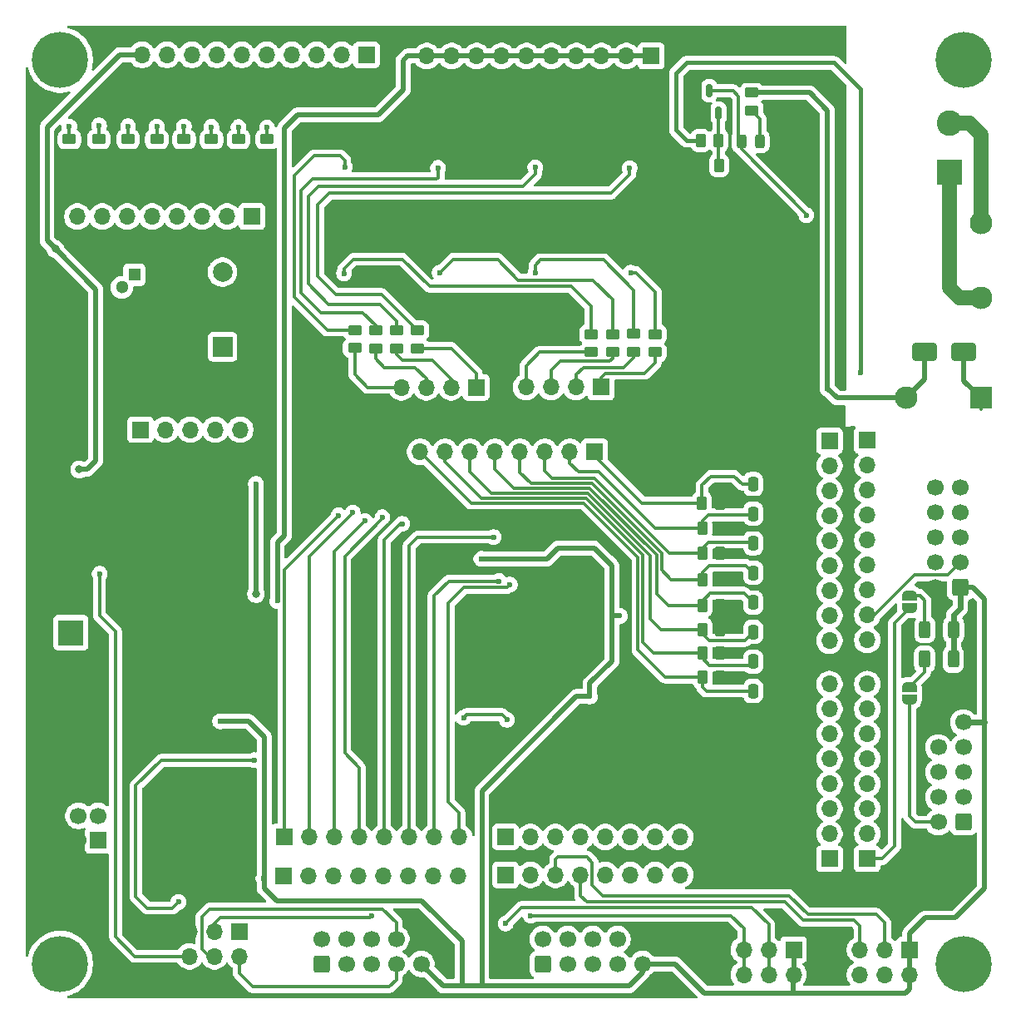
<source format=gbr>
%TF.GenerationSoftware,KiCad,Pcbnew,9.0.2*%
%TF.CreationDate,2025-09-03T21:51:31-05:00*%
%TF.ProjectId,ENRTENADOR ATMEGA1284P,454e5254-454e-4414-944f-522041544d45,rev?*%
%TF.SameCoordinates,Original*%
%TF.FileFunction,Copper,L2,Bot*%
%TF.FilePolarity,Positive*%
%FSLAX46Y46*%
G04 Gerber Fmt 4.6, Leading zero omitted, Abs format (unit mm)*
G04 Created by KiCad (PCBNEW 9.0.2) date 2025-09-03 21:51:31*
%MOMM*%
%LPD*%
G01*
G04 APERTURE LIST*
G04 Aperture macros list*
%AMRoundRect*
0 Rectangle with rounded corners*
0 $1 Rounding radius*
0 $2 $3 $4 $5 $6 $7 $8 $9 X,Y pos of 4 corners*
0 Add a 4 corners polygon primitive as box body*
4,1,4,$2,$3,$4,$5,$6,$7,$8,$9,$2,$3,0*
0 Add four circle primitives for the rounded corners*
1,1,$1+$1,$2,$3*
1,1,$1+$1,$4,$5*
1,1,$1+$1,$6,$7*
1,1,$1+$1,$8,$9*
0 Add four rect primitives between the rounded corners*
20,1,$1+$1,$2,$3,$4,$5,0*
20,1,$1+$1,$4,$5,$6,$7,0*
20,1,$1+$1,$6,$7,$8,$9,0*
20,1,$1+$1,$8,$9,$2,$3,0*%
%AMFreePoly0*
4,1,23,0.500000,-0.750000,0.000000,-0.750000,0.000000,-0.745722,-0.065263,-0.745722,-0.191342,-0.711940,-0.304381,-0.646677,-0.396677,-0.554381,-0.461940,-0.441342,-0.495722,-0.315263,-0.495722,-0.250000,-0.500000,-0.250000,-0.500000,0.250000,-0.495722,0.250000,-0.495722,0.315263,-0.461940,0.441342,-0.396677,0.554381,-0.304381,0.646677,-0.191342,0.711940,-0.065263,0.745722,0.000000,0.745722,
0.000000,0.750000,0.500000,0.750000,0.500000,-0.750000,0.500000,-0.750000,$1*%
%AMFreePoly1*
4,1,23,0.000000,0.745722,0.065263,0.745722,0.191342,0.711940,0.304381,0.646677,0.396677,0.554381,0.461940,0.441342,0.495722,0.315263,0.495722,0.250000,0.500000,0.250000,0.500000,-0.250000,0.495722,-0.250000,0.495722,-0.315263,0.461940,-0.441342,0.396677,-0.554381,0.304381,-0.646677,0.191342,-0.711940,0.065263,-0.745722,0.000000,-0.745722,0.000000,-0.750000,-0.500000,-0.750000,
-0.500000,0.750000,0.000000,0.750000,0.000000,0.745722,0.000000,0.745722,$1*%
G04 Aperture macros list end*
%TA.AperFunction,ComponentPad*%
%ADD10R,2.600000X2.600000*%
%TD*%
%TA.AperFunction,ComponentPad*%
%ADD11C,2.600000*%
%TD*%
%TA.AperFunction,ComponentPad*%
%ADD12R,1.700000X1.700000*%
%TD*%
%TA.AperFunction,ComponentPad*%
%ADD13O,1.700000X1.700000*%
%TD*%
%TA.AperFunction,ComponentPad*%
%ADD14RoundRect,0.250000X0.600000X0.600000X-0.600000X0.600000X-0.600000X-0.600000X0.600000X-0.600000X0*%
%TD*%
%TA.AperFunction,ComponentPad*%
%ADD15C,1.700000*%
%TD*%
%TA.AperFunction,ComponentPad*%
%ADD16R,1.300000X1.300000*%
%TD*%
%TA.AperFunction,ComponentPad*%
%ADD17C,1.300000*%
%TD*%
%TA.AperFunction,ComponentPad*%
%ADD18RoundRect,0.250000X0.600000X-0.600000X0.600000X0.600000X-0.600000X0.600000X-0.600000X-0.600000X0*%
%TD*%
%TA.AperFunction,ComponentPad*%
%ADD19C,3.500000*%
%TD*%
%TA.AperFunction,ComponentPad*%
%ADD20C,5.700000*%
%TD*%
%TA.AperFunction,ComponentPad*%
%ADD21R,2.000000X2.000000*%
%TD*%
%TA.AperFunction,ComponentPad*%
%ADD22C,2.000000*%
%TD*%
%TA.AperFunction,ComponentPad*%
%ADD23R,2.300000X2.300000*%
%TD*%
%TA.AperFunction,ComponentPad*%
%ADD24C,2.300000*%
%TD*%
%TA.AperFunction,SMDPad,CuDef*%
%ADD25RoundRect,0.250000X0.450000X-0.262500X0.450000X0.262500X-0.450000X0.262500X-0.450000X-0.262500X0*%
%TD*%
%TA.AperFunction,SMDPad,CuDef*%
%ADD26RoundRect,0.250000X-1.000000X-0.650000X1.000000X-0.650000X1.000000X0.650000X-1.000000X0.650000X0*%
%TD*%
%TA.AperFunction,SMDPad,CuDef*%
%ADD27RoundRect,0.250000X0.262500X0.450000X-0.262500X0.450000X-0.262500X-0.450000X0.262500X-0.450000X0*%
%TD*%
%TA.AperFunction,SMDPad,CuDef*%
%ADD28RoundRect,0.250000X0.312500X0.625000X-0.312500X0.625000X-0.312500X-0.625000X0.312500X-0.625000X0*%
%TD*%
%TA.AperFunction,SMDPad,CuDef*%
%ADD29FreePoly0,90.000000*%
%TD*%
%TA.AperFunction,SMDPad,CuDef*%
%ADD30FreePoly1,90.000000*%
%TD*%
%TA.AperFunction,SMDPad,CuDef*%
%ADD31RoundRect,0.250000X0.250000X0.475000X-0.250000X0.475000X-0.250000X-0.475000X0.250000X-0.475000X0*%
%TD*%
%TA.AperFunction,SMDPad,CuDef*%
%ADD32RoundRect,0.250000X-0.450000X0.262500X-0.450000X-0.262500X0.450000X-0.262500X0.450000X0.262500X0*%
%TD*%
%TA.AperFunction,SMDPad,CuDef*%
%ADD33RoundRect,0.250000X-0.262500X-0.450000X0.262500X-0.450000X0.262500X0.450000X-0.262500X0.450000X0*%
%TD*%
%TA.AperFunction,SMDPad,CuDef*%
%ADD34RoundRect,0.150000X0.150000X-0.512500X0.150000X0.512500X-0.150000X0.512500X-0.150000X-0.512500X0*%
%TD*%
%TA.AperFunction,SMDPad,CuDef*%
%ADD35RoundRect,0.243750X-0.243750X-0.456250X0.243750X-0.456250X0.243750X0.456250X-0.243750X0.456250X0*%
%TD*%
%TA.AperFunction,ViaPad*%
%ADD36C,0.600000*%
%TD*%
%TA.AperFunction,ViaPad*%
%ADD37C,0.800000*%
%TD*%
%TA.AperFunction,Conductor*%
%ADD38C,0.300000*%
%TD*%
%TA.AperFunction,Conductor*%
%ADD39C,0.200000*%
%TD*%
%TA.AperFunction,Conductor*%
%ADD40C,0.500000*%
%TD*%
%TA.AperFunction,Conductor*%
%ADD41C,0.600000*%
%TD*%
%TA.AperFunction,Conductor*%
%ADD42C,1.500000*%
%TD*%
%TA.AperFunction,Conductor*%
%ADD43C,0.400000*%
%TD*%
G04 APERTURE END LIST*
D10*
%TO.P,J1,1,Pin_1*%
%TO.N,VEXT*%
X5095000Y-62300000D03*
D11*
%TO.P,J1,2,Pin_2*%
%TO.N,GND*%
X5095000Y-67300000D03*
%TD*%
D12*
%TO.P,J8,1,Pin_1*%
%TO.N,Net-(J8-Pin_1)*%
X58450000Y-43900000D03*
D13*
%TO.P,J8,2,Pin_2*%
%TO.N,Net-(J8-Pin_2)*%
X55910000Y-43900000D03*
%TO.P,J8,3,Pin_3*%
%TO.N,Net-(J8-Pin_3)*%
X53370000Y-43900000D03*
%TO.P,J8,4,Pin_4*%
%TO.N,Net-(J8-Pin_4)*%
X50830000Y-43900000D03*
%TO.P,J8,5,Pin_5*%
%TO.N,Net-(J8-Pin_5)*%
X48290000Y-43900000D03*
%TO.P,J8,6,Pin_6*%
%TO.N,Net-(J8-Pin_6)*%
X45750000Y-43900000D03*
%TO.P,J8,7,Pin_7*%
%TO.N,Net-(J8-Pin_7)*%
X43210000Y-43900000D03*
%TO.P,J8,8,Pin_8*%
%TO.N,Net-(J8-Pin_8)*%
X40670000Y-43900000D03*
%TD*%
D14*
%TO.P,J17,1,Pin_1*%
%TO.N,+5V*%
X95675000Y-57675000D03*
D15*
%TO.P,J17,2,Pin_2*%
%TO.N,GND*%
X93135000Y-57675000D03*
%TO.P,J17,3,Pin_3*%
%TO.N,PA6*%
X95675000Y-55135000D03*
%TO.P,J17,4,Pin_4*%
%TO.N,PA7*%
X93135000Y-55135000D03*
%TO.P,J17,5,Pin_5*%
%TO.N,PA4*%
X95675000Y-52595000D03*
%TO.P,J17,6,Pin_6*%
%TO.N,PA5*%
X93135000Y-52595000D03*
%TO.P,J17,7,Pin_7*%
%TO.N,PA2*%
X95675000Y-50055000D03*
%TO.P,J17,8,Pin_8*%
%TO.N,PA3*%
X93135000Y-50055000D03*
%TO.P,J17,9,Pin_9*%
%TO.N,PA0*%
X95675000Y-47515000D03*
%TO.P,J17,10,Pin_10*%
%TO.N,PA1*%
X93135000Y-47515000D03*
%TD*%
D12*
%TO.P,J20,1,Pin_1*%
%TO.N,RELAY*%
X86200000Y-42730000D03*
D13*
%TO.P,J20,2,Pin_2*%
%TO.N,PA0*%
X86200000Y-45270000D03*
%TO.P,J20,3,Pin_3*%
%TO.N,PA1*%
X86200000Y-47810000D03*
%TO.P,J20,4,Pin_4*%
%TO.N,PA2*%
X86200000Y-50350000D03*
%TO.P,J20,5,Pin_5*%
%TO.N,PA3*%
X86200000Y-52890000D03*
%TO.P,J20,6,Pin_6*%
%TO.N,PA4*%
X86200000Y-55430000D03*
%TO.P,J20,7,Pin_7*%
%TO.N,PA5*%
X86200000Y-57970000D03*
%TO.P,J20,8,Pin_8*%
%TO.N,PA6*%
X86200000Y-60510000D03*
%TO.P,J20,9,Pin_9*%
%TO.N,PA7*%
X86200000Y-63050000D03*
%TD*%
D12*
%TO.P,J10,1,Pin_1*%
%TO.N,Net-(D8-A)*%
X23550000Y-19950000D03*
D13*
%TO.P,J10,2,Pin_2*%
%TO.N,Net-(D9-A)*%
X21010000Y-19950000D03*
%TO.P,J10,3,Pin_3*%
%TO.N,Net-(D10-A)*%
X18470000Y-19950000D03*
%TO.P,J10,4,Pin_4*%
%TO.N,Net-(D11-A)*%
X15930000Y-19950000D03*
%TO.P,J10,5,Pin_5*%
%TO.N,Net-(D12-A)*%
X13390000Y-19950000D03*
%TO.P,J10,6,Pin_6*%
%TO.N,Net-(D13-A)*%
X10850000Y-19950000D03*
%TO.P,J10,7,Pin_7*%
%TO.N,Net-(D14-A)*%
X8310000Y-19950000D03*
%TO.P,J10,8,Pin_8*%
%TO.N,Net-(D15-A)*%
X5770000Y-19950000D03*
%TD*%
D16*
%TO.P,Q2,1,C*%
%TO.N,Net-(BZ1-+)*%
X11560000Y-25880000D03*
D17*
%TO.P,Q2,2,B*%
%TO.N,Net-(Q2-B)*%
X10290000Y-27150000D03*
%TO.P,Q2,3,E*%
%TO.N,GND*%
X11560000Y-28420000D03*
%TD*%
D14*
%TO.P,J19,1,Pin_1*%
%TO.N,PC0*%
X95980000Y-81600000D03*
D15*
%TO.P,J19,2,Pin_2*%
%TO.N,PC1*%
X93440000Y-81600000D03*
%TO.P,J19,3,Pin_3*%
%TO.N,PC2*%
X95980000Y-79060000D03*
%TO.P,J19,4,Pin_4*%
%TO.N,PC3*%
X93440000Y-79060000D03*
%TO.P,J19,5,Pin_5*%
%TO.N,PC4*%
X95980000Y-76520000D03*
%TO.P,J19,6,Pin_6*%
%TO.N,PC5*%
X93440000Y-76520000D03*
%TO.P,J19,7,Pin_7*%
%TO.N,PC6*%
X95980000Y-73980000D03*
%TO.P,J19,8,Pin_8*%
%TO.N,PC7*%
X93440000Y-73980000D03*
%TO.P,J19,9,Pin_9*%
%TO.N,+5V*%
X95980000Y-71440000D03*
%TO.P,J19,10,Pin_10*%
%TO.N,GND*%
X93440000Y-71440000D03*
%TD*%
D12*
%TO.P,PORTD1,1,Pin_1*%
%TO.N,PD0*%
X49360000Y-83100000D03*
D13*
%TO.P,PORTD1,2,Pin_2*%
%TO.N,PD1*%
X51900000Y-83100000D03*
%TO.P,PORTD1,3,Pin_3*%
%TO.N,PD2*%
X54440000Y-83100000D03*
%TO.P,PORTD1,4,Pin_4*%
%TO.N,PD3*%
X56980000Y-83100000D03*
%TO.P,PORTD1,5,Pin_5*%
%TO.N,PD4*%
X59520000Y-83100000D03*
%TO.P,PORTD1,6,Pin_6*%
%TO.N,PD5*%
X62060000Y-83100000D03*
%TO.P,PORTD1,7,Pin_7*%
%TO.N,PD6*%
X64600000Y-83100000D03*
%TO.P,PORTD1,8,Pin_8*%
%TO.N,PD7*%
X67140000Y-83100000D03*
%TD*%
D12*
%TO.P,J7,1,Pin_1*%
%TO.N,+5V*%
X35205000Y-3485000D03*
D13*
%TO.P,J7,2,Pin_2*%
%TO.N,GND*%
X35205000Y-6025000D03*
%TO.P,J7,3,Pin_3*%
%TO.N,+5V*%
X32665000Y-3485000D03*
%TO.P,J7,4,Pin_4*%
%TO.N,GND*%
X32665000Y-6025000D03*
%TO.P,J7,5,Pin_5*%
%TO.N,+5V*%
X30125000Y-3485000D03*
%TO.P,J7,6,Pin_6*%
%TO.N,GND*%
X30125000Y-6025000D03*
%TO.P,J7,7,Pin_7*%
%TO.N,+5V*%
X27585000Y-3485000D03*
%TO.P,J7,8,Pin_8*%
%TO.N,GND*%
X27585000Y-6025000D03*
%TO.P,J7,9,Pin_9*%
%TO.N,+5V*%
X25045000Y-3485000D03*
%TO.P,J7,10,Pin_10*%
%TO.N,GND*%
X25045000Y-6025000D03*
%TO.P,J7,11,Pin_11*%
%TO.N,+5V*%
X22505000Y-3485000D03*
%TO.P,J7,12,Pin_12*%
%TO.N,GND*%
X22505000Y-6025000D03*
%TO.P,J7,13,Pin_13*%
%TO.N,+5V*%
X19965000Y-3485000D03*
%TO.P,J7,14,Pin_14*%
%TO.N,GND*%
X19965000Y-6025000D03*
%TO.P,J7,15,Pin_15*%
%TO.N,+5V*%
X17425000Y-3485000D03*
%TO.P,J7,16,Pin_16*%
%TO.N,GND*%
X17425000Y-6025000D03*
%TO.P,J7,17,Pin_17*%
%TO.N,+5V*%
X14885000Y-3485000D03*
%TO.P,J7,18,Pin_18*%
%TO.N,GND*%
X14885000Y-6025000D03*
%TO.P,J7,19,Pin_19*%
%TO.N,+5V*%
X12345000Y-3485000D03*
%TO.P,J7,20,Pin_20*%
%TO.N,GND*%
X12345000Y-6025000D03*
%TD*%
D12*
%TO.P,J13,1,Pin_1*%
%TO.N,RELAY*%
X82350000Y-42780000D03*
D13*
%TO.P,J13,2,Pin_2*%
%TO.N,PA0*%
X82350000Y-45320000D03*
%TO.P,J13,3,Pin_3*%
%TO.N,PA1*%
X82350000Y-47860000D03*
%TO.P,J13,4,Pin_4*%
%TO.N,PA2*%
X82350000Y-50400000D03*
%TO.P,J13,5,Pin_5*%
%TO.N,PA3*%
X82350000Y-52940000D03*
%TO.P,J13,6,Pin_6*%
%TO.N,PA4*%
X82350000Y-55480000D03*
%TO.P,J13,7,Pin_7*%
%TO.N,PA5*%
X82350000Y-58020000D03*
%TO.P,J13,8,Pin_8*%
%TO.N,PA6*%
X82350000Y-60560000D03*
%TO.P,J13,9,Pin_9*%
%TO.N,PA7*%
X82350000Y-63100000D03*
%TD*%
D12*
%TO.P,J16,1,Pin_1*%
%TO.N,PD0*%
X49380000Y-86950000D03*
D13*
%TO.P,J16,2,Pin_2*%
%TO.N,PD1*%
X51920000Y-86950000D03*
%TO.P,J16,3,Pin_3*%
%TO.N,PD2*%
X54460000Y-86950000D03*
%TO.P,J16,4,Pin_4*%
%TO.N,PD3*%
X57000000Y-86950000D03*
%TO.P,J16,5,Pin_5*%
%TO.N,PD4*%
X59540000Y-86950000D03*
%TO.P,J16,6,Pin_6*%
%TO.N,PD5*%
X62080000Y-86950000D03*
%TO.P,J16,7,Pin_7*%
%TO.N,PD6*%
X64620000Y-86950000D03*
%TO.P,J16,8,Pin_8*%
%TO.N,PD7*%
X67160000Y-86950000D03*
%TD*%
D12*
%TO.P,J3,1,Pin_1*%
%TO.N,Net-(J3-Pin_1)*%
X12185000Y-41640000D03*
D13*
%TO.P,J3,2,Pin_2*%
%TO.N,Net-(J3-Pin_2)*%
X14725000Y-41640000D03*
%TO.P,J3,3,Pin_3*%
%TO.N,Net-(J3-Pin_3)*%
X17265000Y-41640000D03*
%TO.P,J3,4,Pin_4*%
%TO.N,Net-(J3-Pin_4)*%
X19805000Y-41640000D03*
%TO.P,J3,5,Pin_5*%
%TO.N,BUZZER*%
X22345000Y-41640000D03*
%TD*%
D12*
%TO.P,PORTC1,1,Pin_1*%
%TO.N,PC0*%
X82355000Y-85315000D03*
D13*
%TO.P,PORTC1,2,Pin_2*%
%TO.N,PC1*%
X82355000Y-82775000D03*
%TO.P,PORTC1,3,Pin_3*%
%TO.N,PC2*%
X82355000Y-80235000D03*
%TO.P,PORTC1,4,Pin_4*%
%TO.N,PC3*%
X82355000Y-77695000D03*
%TO.P,PORTC1,5,Pin_5*%
%TO.N,PC4*%
X82355000Y-75155000D03*
%TO.P,PORTC1,6,Pin_6*%
%TO.N,PC5*%
X82355000Y-72615000D03*
%TO.P,PORTC1,7,Pin_7*%
%TO.N,PC6*%
X82355000Y-70075000D03*
%TO.P,PORTC1,8,Pin_8*%
%TO.N,PC7*%
X82355000Y-67535000D03*
%TD*%
D18*
%TO.P,J24,1,Pin_1*%
%TO.N,PD0*%
X53160000Y-96030000D03*
D15*
%TO.P,J24,2,Pin_2*%
%TO.N,PD1*%
X53160000Y-93490000D03*
%TO.P,J24,3,Pin_3*%
%TO.N,PD2*%
X55700000Y-96030000D03*
%TO.P,J24,4,Pin_4*%
%TO.N,PD3*%
X55700000Y-93490000D03*
%TO.P,J24,5,Pin_5*%
%TO.N,PD4*%
X58240000Y-96030000D03*
%TO.P,J24,6,Pin_6*%
%TO.N,PD5*%
X58240000Y-93490000D03*
%TO.P,J24,7,Pin_7*%
%TO.N,PD6*%
X60780000Y-96030000D03*
%TO.P,J24,8,Pin_8*%
%TO.N,PD7*%
X60780000Y-93490000D03*
%TO.P,J24,9,Pin_9*%
%TO.N,+5V*%
X63320000Y-96030000D03*
%TO.P,J24,10,Pin_10*%
%TO.N,GND*%
X63320000Y-93490000D03*
%TD*%
D12*
%TO.P,J6,1,Pin_1*%
%TO.N,+3V3*%
X64205000Y-3610000D03*
D13*
%TO.P,J6,2,Pin_2*%
%TO.N,GND*%
X64205000Y-6150000D03*
%TO.P,J6,3,Pin_3*%
%TO.N,+3V3*%
X61665000Y-3610000D03*
%TO.P,J6,4,Pin_4*%
%TO.N,GND*%
X61665000Y-6150000D03*
%TO.P,J6,5,Pin_5*%
%TO.N,+3V3*%
X59125000Y-3610000D03*
%TO.P,J6,6,Pin_6*%
%TO.N,GND*%
X59125000Y-6150000D03*
%TO.P,J6,7,Pin_7*%
%TO.N,+3V3*%
X56585000Y-3610000D03*
%TO.P,J6,8,Pin_8*%
%TO.N,GND*%
X56585000Y-6150000D03*
%TO.P,J6,9,Pin_9*%
%TO.N,+3V3*%
X54045000Y-3610000D03*
%TO.P,J6,10,Pin_10*%
%TO.N,GND*%
X54045000Y-6150000D03*
%TO.P,J6,11,Pin_11*%
%TO.N,+3V3*%
X51505000Y-3610000D03*
%TO.P,J6,12,Pin_12*%
%TO.N,GND*%
X51505000Y-6150000D03*
%TO.P,J6,13,Pin_13*%
%TO.N,+3V3*%
X48965000Y-3610000D03*
%TO.P,J6,14,Pin_14*%
%TO.N,GND*%
X48965000Y-6150000D03*
%TO.P,J6,15,Pin_15*%
%TO.N,+3V3*%
X46425000Y-3610000D03*
%TO.P,J6,16,Pin_16*%
%TO.N,GND*%
X46425000Y-6150000D03*
%TO.P,J6,17,Pin_17*%
%TO.N,+3V3*%
X43885000Y-3610000D03*
%TO.P,J6,18,Pin_18*%
%TO.N,GND*%
X43885000Y-6150000D03*
%TO.P,J6,19,Pin_19*%
%TO.N,+3V3*%
X41345000Y-3610000D03*
%TO.P,J6,20,Pin_20*%
%TO.N,GND*%
X41345000Y-6150000D03*
%TD*%
D12*
%TO.P,J21,1,VBUS*%
%TO.N,VBUS*%
X7877500Y-83450000D03*
D15*
%TO.P,J21,2,D-*%
%TO.N,UD-*%
X7877500Y-80950000D03*
%TO.P,J21,3,D+*%
%TO.N,UD+*%
X5877500Y-80950000D03*
%TO.P,J21,4,GND*%
%TO.N,GND*%
X5877500Y-83450000D03*
D19*
%TO.P,J21,5,Shield*%
X3167500Y-88220000D03*
X3167500Y-76180000D03*
%TD*%
D20*
%TO.P,REF\u002A\u002A,1*%
%TO.N,N/C*%
X96000000Y-96000000D03*
%TD*%
D10*
%TO.P,J9,1,Pin_1*%
%TO.N,/K1-in*%
X94540000Y-15460000D03*
D11*
%TO.P,J9,2,Pin_2*%
%TO.N,/K1-out*%
X94540000Y-10460000D03*
%TD*%
D12*
%TO.P,J4,1,Pin_1*%
%TO.N,Net-(J4-Pin_1)*%
X59075000Y-37300000D03*
D13*
%TO.P,J4,2,Pin_2*%
%TO.N,Net-(J4-Pin_2)*%
X56535000Y-37300000D03*
%TO.P,J4,3,Pin_3*%
%TO.N,Net-(J4-Pin_3)*%
X53995000Y-37300000D03*
%TO.P,J4,4,Pin_4*%
%TO.N,Net-(J4-Pin_4)*%
X51455000Y-37300000D03*
%TD*%
D20*
%TO.P,REF\u002A\u002A,1*%
%TO.N,N/C*%
X4000000Y-4000000D03*
%TD*%
D12*
%TO.P,ICSP1,1,Pin_1*%
%TO.N,+5V*%
X22260000Y-92710000D03*
D13*
%TO.P,ICSP1,2,Pin_2*%
%TO.N,MISO_*%
X22260000Y-95250000D03*
%TO.P,ICSP1,3,Pin_3*%
%TO.N,MOSI_*%
X19720000Y-92710000D03*
%TO.P,ICSP1,4,Pin_4*%
%TO.N,PB7*%
X19720000Y-95250000D03*
%TO.P,ICSP1,5,Pin_5*%
%TO.N,GND*%
X17180000Y-92710000D03*
%TO.P,ICSP1,6,Pin_6*%
%TO.N,RST*%
X17180000Y-95250000D03*
%TD*%
D20*
%TO.P,REF\u002A\u002A,1*%
%TO.N,N/C*%
X96000000Y-4000000D03*
%TD*%
D12*
%TO.P,J14,1,Pin_1*%
%TO.N,PB0*%
X26845000Y-83100000D03*
D13*
%TO.P,J14,2,Pin_2*%
%TO.N,PB1*%
X29385000Y-83100000D03*
%TO.P,J14,3,Pin_3*%
%TO.N,PB2*%
X31925000Y-83100000D03*
%TO.P,J14,4,Pin_4*%
%TO.N,PB3*%
X34465000Y-83100000D03*
%TO.P,J14,5,Pin_5*%
%TO.N,PB4*%
X37005000Y-83100000D03*
%TO.P,J14,6,Pin_6*%
%TO.N,MOSI_*%
X39545000Y-83100000D03*
%TO.P,J14,7,Pin_7*%
%TO.N,MISO_*%
X42085000Y-83100000D03*
%TO.P,J14,8,Pin_8*%
%TO.N,PB7*%
X44625000Y-83100000D03*
%TD*%
D20*
%TO.P,REF\u002A\u002A,1*%
%TO.N,N/C*%
X4000000Y-96000000D03*
%TD*%
D18*
%TO.P,J18,1,Pin_1*%
%TO.N,PB0*%
X30625000Y-96015000D03*
D15*
%TO.P,J18,2,Pin_2*%
%TO.N,PB1*%
X30625000Y-93475000D03*
%TO.P,J18,3,Pin_3*%
%TO.N,PB2*%
X33165000Y-96015000D03*
%TO.P,J18,4,Pin_4*%
%TO.N,PB3*%
X33165000Y-93475000D03*
%TO.P,J18,5,Pin_5*%
%TO.N,PB4*%
X35705000Y-96015000D03*
%TO.P,J18,6,Pin_6*%
%TO.N,MOSI_*%
X35705000Y-93475000D03*
%TO.P,J18,7,Pin_7*%
%TO.N,MISO_*%
X38245000Y-96015000D03*
%TO.P,J18,8,Pin_8*%
%TO.N,PB7*%
X38245000Y-93475000D03*
%TO.P,J18,9,Pin_9*%
%TO.N,+5V*%
X40785000Y-96015000D03*
%TO.P,J18,10,Pin_10*%
%TO.N,GND*%
X40785000Y-93475000D03*
%TD*%
D12*
%TO.P,J5,1,Pin_1*%
%TO.N,Net-(J5-Pin_1)*%
X46375000Y-37325000D03*
D13*
%TO.P,J5,2,Pin_2*%
%TO.N,Net-(J5-Pin_2)*%
X43835000Y-37325000D03*
%TO.P,J5,3,Pin_3*%
%TO.N,Net-(J5-Pin_3)*%
X41295000Y-37325000D03*
%TO.P,J5,4,Pin_4*%
%TO.N,Net-(J5-Pin_4)*%
X38755000Y-37325000D03*
%TD*%
D21*
%TO.P,BZ1,1,-*%
%TO.N,+5V*%
X20550000Y-33200000D03*
D22*
%TO.P,BZ1,2,+*%
%TO.N,Net-(BZ1-+)*%
X20550000Y-25600000D03*
%TD*%
D12*
%TO.P,J11,1,Pin_1*%
%TO.N,+5V*%
X78700000Y-94570000D03*
D13*
%TO.P,J11,2,Pin_2*%
X78700000Y-97110000D03*
%TO.P,J11,3,Pin_3*%
%TO.N,PD0*%
X76160000Y-94570000D03*
%TO.P,J11,4,Pin_4*%
X76160000Y-97110000D03*
%TO.P,J11,5,Pin_5*%
%TO.N,PD1*%
X73620000Y-94570000D03*
%TO.P,J11,6,Pin_6*%
X73620000Y-97110000D03*
%TO.P,J11,7,Pin_7*%
%TO.N,GND*%
X71080000Y-94570000D03*
%TO.P,J11,8,Pin_8*%
X71080000Y-97110000D03*
%TD*%
D12*
%TO.P,J15,1,Pin_1*%
%TO.N,PC0*%
X86205000Y-85315000D03*
D13*
%TO.P,J15,2,Pin_2*%
%TO.N,PC1*%
X86205000Y-82775000D03*
%TO.P,J15,3,Pin_3*%
%TO.N,PC2*%
X86205000Y-80235000D03*
%TO.P,J15,4,Pin_4*%
%TO.N,PC3*%
X86205000Y-77695000D03*
%TO.P,J15,5,Pin_5*%
%TO.N,PC4*%
X86205000Y-75155000D03*
%TO.P,J15,6,Pin_6*%
%TO.N,PC5*%
X86205000Y-72615000D03*
%TO.P,J15,7,Pin_7*%
%TO.N,PC6*%
X86205000Y-70075000D03*
%TO.P,J15,8,Pin_8*%
%TO.N,PC7*%
X86205000Y-67535000D03*
%TD*%
D23*
%TO.P,K1,1*%
%TO.N,Net-(D6-K)*%
X97770000Y-38420000D03*
D24*
%TO.P,K1,2*%
%TO.N,/K1-in*%
X97770000Y-28260000D03*
%TO.P,K1,3*%
%TO.N,/K1-out*%
X97770000Y-20640000D03*
%TO.P,K1,5*%
%TO.N,+5V*%
X90150000Y-38420000D03*
%TD*%
D12*
%TO.P,PORTB1,1,Pin_1*%
%TO.N,PB0*%
X26795000Y-87075000D03*
D13*
%TO.P,PORTB1,2,Pin_2*%
%TO.N,PB1*%
X29335000Y-87075000D03*
%TO.P,PORTB1,3,Pin_3*%
%TO.N,PB2*%
X31875000Y-87075000D03*
%TO.P,PORTB1,4,Pin_4*%
%TO.N,PB3*%
X34415000Y-87075000D03*
%TO.P,PORTB1,5,Pin_5*%
%TO.N,PB4*%
X36955000Y-87075000D03*
%TO.P,PORTB1,6,Pin_6*%
%TO.N,MOSI_*%
X39495000Y-87075000D03*
%TO.P,PORTB1,7,Pin_7*%
%TO.N,MISO_*%
X42035000Y-87075000D03*
%TO.P,PORTB1,8,Pin_8*%
%TO.N,PB7*%
X44575000Y-87075000D03*
%TD*%
D12*
%TO.P,J12,1,Pin_1*%
%TO.N,+5V*%
X90530000Y-94580000D03*
D13*
%TO.P,J12,2,Pin_2*%
X90530000Y-97120000D03*
%TO.P,J12,3,Pin_3*%
%TO.N,PD2*%
X87990000Y-94580000D03*
%TO.P,J12,4,Pin_4*%
X87990000Y-97120000D03*
%TO.P,J12,5,Pin_5*%
%TO.N,PD3*%
X85450000Y-94580000D03*
%TO.P,J12,6,Pin_6*%
X85450000Y-97120000D03*
%TO.P,J12,7,Pin_7*%
%TO.N,GND*%
X82910000Y-94580000D03*
%TO.P,J12,8,Pin_8*%
X82910000Y-97120000D03*
%TD*%
D25*
%TO.P,R14,1*%
%TO.N,Net-(J5-Pin_1)*%
X40400000Y-33350000D03*
%TO.P,R14,2*%
%TO.N,Net-(R14-Pad2)*%
X40400000Y-31525000D03*
%TD*%
D26*
%TO.P,D7,1,K*%
%TO.N,+5V*%
X92050000Y-33680000D03*
%TO.P,D7,2,A*%
%TO.N,Net-(D6-K)*%
X96050000Y-33680000D03*
%TD*%
D25*
%TO.P,R21,1*%
%TO.N,GND*%
X25075000Y-13912500D03*
%TO.P,R21,2*%
%TO.N,Net-(D8-K)*%
X25075000Y-12087500D03*
%TD*%
D27*
%TO.P,R35,1*%
%TO.N,GND*%
X71245000Y-64355000D03*
%TO.P,R35,2*%
%TO.N,Net-(J8-Pin_7)*%
X69420000Y-64355000D03*
%TD*%
%TO.P,R31,1*%
%TO.N,GND*%
X71245000Y-54230000D03*
%TO.P,R31,2*%
%TO.N,Net-(J8-Pin_3)*%
X69420000Y-54230000D03*
%TD*%
D25*
%TO.P,R22,1*%
%TO.N,GND*%
X22175000Y-13912500D03*
%TO.P,R22,2*%
%TO.N,Net-(D9-K)*%
X22175000Y-12087500D03*
%TD*%
D27*
%TO.P,R36,1*%
%TO.N,GND*%
X71245000Y-66830000D03*
%TO.P,R36,2*%
%TO.N,Net-(J8-Pin_8)*%
X69420000Y-66830000D03*
%TD*%
D28*
%TO.P,R38,1*%
%TO.N,+5V*%
X94962500Y-65000000D03*
%TO.P,R38,2*%
%TO.N,Net-(JP4-B)*%
X92037500Y-65000000D03*
%TD*%
D27*
%TO.P,R33,1*%
%TO.N,GND*%
X71245000Y-59555000D03*
%TO.P,R33,2*%
%TO.N,Net-(J8-Pin_5)*%
X69420000Y-59555000D03*
%TD*%
D25*
%TO.P,R23,1*%
%TO.N,GND*%
X19425000Y-13912500D03*
%TO.P,R23,2*%
%TO.N,Net-(D10-K)*%
X19425000Y-12087500D03*
%TD*%
%TO.P,R24,1*%
%TO.N,GND*%
X16625000Y-13912500D03*
%TO.P,R24,2*%
%TO.N,Net-(D11-K)*%
X16625000Y-12087500D03*
%TD*%
D29*
%TO.P,JP4,1,A*%
%TO.N,PC1*%
X90500000Y-69150000D03*
D30*
%TO.P,JP4,2,B*%
%TO.N,Net-(JP4-B)*%
X90500000Y-67850000D03*
%TD*%
D25*
%TO.P,R26,1*%
%TO.N,GND*%
X10925000Y-13912500D03*
%TO.P,R26,2*%
%TO.N,Net-(D13-K)*%
X10925000Y-12087500D03*
%TD*%
D31*
%TO.P,C19,1*%
%TO.N,GND*%
X76490000Y-50190000D03*
%TO.P,C19,2*%
%TO.N,Net-(J8-Pin_2)*%
X74590000Y-50190000D03*
%TD*%
D25*
%TO.P,R27,1*%
%TO.N,GND*%
X7950000Y-13912500D03*
%TO.P,R27,2*%
%TO.N,Net-(D14-K)*%
X7950000Y-12087500D03*
%TD*%
D31*
%TO.P,C23,1*%
%TO.N,GND*%
X76490000Y-62230000D03*
%TO.P,C23,2*%
%TO.N,Net-(J8-Pin_6)*%
X74590000Y-62230000D03*
%TD*%
D27*
%TO.P,R30,1*%
%TO.N,GND*%
X71220000Y-51680000D03*
%TO.P,R30,2*%
%TO.N,Net-(J8-Pin_2)*%
X69395000Y-51680000D03*
%TD*%
%TO.P,R34,1*%
%TO.N,GND*%
X71245000Y-61980000D03*
%TO.P,R34,2*%
%TO.N,Net-(J8-Pin_6)*%
X69420000Y-61980000D03*
%TD*%
D31*
%TO.P,C18,1*%
%TO.N,GND*%
X76490000Y-47180000D03*
%TO.P,C18,2*%
%TO.N,Net-(J8-Pin_1)*%
X74590000Y-47180000D03*
%TD*%
D32*
%TO.P,R18,1*%
%TO.N,Net-(R18-Pad1)*%
X36125000Y-31525000D03*
%TO.P,R18,2*%
%TO.N,Net-(J5-Pin_3)*%
X36125000Y-33350000D03*
%TD*%
%TO.P,R17,1*%
%TO.N,Net-(R17-Pad1)*%
X60250000Y-31925000D03*
%TO.P,R17,2*%
%TO.N,Net-(J4-Pin_3)*%
X60250000Y-33750000D03*
%TD*%
D27*
%TO.P,R32,1*%
%TO.N,GND*%
X71245000Y-56905000D03*
%TO.P,R32,2*%
%TO.N,Net-(J8-Pin_4)*%
X69420000Y-56905000D03*
%TD*%
D31*
%TO.P,C22,1*%
%TO.N,GND*%
X76490000Y-59220000D03*
%TO.P,C22,2*%
%TO.N,Net-(J8-Pin_5)*%
X74590000Y-59220000D03*
%TD*%
%TO.P,C20,1*%
%TO.N,GND*%
X76490000Y-53200000D03*
%TO.P,C20,2*%
%TO.N,Net-(J8-Pin_3)*%
X74590000Y-53200000D03*
%TD*%
D27*
%TO.P,R29,1*%
%TO.N,GND*%
X71195000Y-49105000D03*
%TO.P,R29,2*%
%TO.N,Net-(J8-Pin_1)*%
X69370000Y-49105000D03*
%TD*%
D33*
%TO.P,R10,1*%
%TO.N,RELAY*%
X69237500Y-12210000D03*
%TO.P,R10,2*%
%TO.N,Net-(Q1-B)*%
X71062500Y-12210000D03*
%TD*%
D25*
%TO.P,R28,1*%
%TO.N,GND*%
X4950000Y-13912500D03*
%TO.P,R28,2*%
%TO.N,Net-(D15-K)*%
X4950000Y-12087500D03*
%TD*%
D32*
%TO.P,R12,1*%
%TO.N,+5V*%
X74450000Y-7347500D03*
%TO.P,R12,2*%
%TO.N,Net-(D6-A)*%
X74450000Y-9172500D03*
%TD*%
D31*
%TO.P,C25,1*%
%TO.N,GND*%
X76490000Y-68250000D03*
%TO.P,C25,2*%
%TO.N,Net-(J8-Pin_8)*%
X74590000Y-68250000D03*
%TD*%
D34*
%TO.P,Q1,1,B*%
%TO.N,Net-(Q1-B)*%
X71062500Y-9417500D03*
%TO.P,Q1,2,E*%
%TO.N,GND*%
X69162500Y-9417500D03*
%TO.P,Q1,3,C*%
%TO.N,Net-(D6-K)*%
X70112500Y-7142500D03*
%TD*%
D31*
%TO.P,C21,1*%
%TO.N,GND*%
X76490000Y-56210000D03*
%TO.P,C21,2*%
%TO.N,Net-(J8-Pin_4)*%
X74590000Y-56210000D03*
%TD*%
D32*
%TO.P,R19,1*%
%TO.N,Net-(R19-Pad1)*%
X58075000Y-31925000D03*
%TO.P,R19,2*%
%TO.N,Net-(J4-Pin_4)*%
X58075000Y-33750000D03*
%TD*%
D25*
%TO.P,R25,1*%
%TO.N,GND*%
X13850000Y-13912500D03*
%TO.P,R25,2*%
%TO.N,Net-(D12-K)*%
X13850000Y-12087500D03*
%TD*%
D32*
%TO.P,R15,1*%
%TO.N,Net-(R15-Pad1)*%
X38275000Y-31525000D03*
%TO.P,R15,2*%
%TO.N,Net-(J5-Pin_2)*%
X38275000Y-33350000D03*
%TD*%
D29*
%TO.P,JP3,1,A*%
%TO.N,PC0*%
X90500000Y-59800000D03*
D30*
%TO.P,JP3,2,B*%
%TO.N,Net-(JP3-B)*%
X90500000Y-58500000D03*
%TD*%
D32*
%TO.P,R20,1*%
%TO.N,Net-(R20-Pad1)*%
X34000000Y-31500000D03*
%TO.P,R20,2*%
%TO.N,Net-(J5-Pin_4)*%
X34000000Y-33325000D03*
%TD*%
%TO.P,R16,1*%
%TO.N,Net-(R16-Pad1)*%
X62425000Y-31900000D03*
%TO.P,R16,2*%
%TO.N,Net-(J4-Pin_2)*%
X62425000Y-33725000D03*
%TD*%
D31*
%TO.P,C24,1*%
%TO.N,GND*%
X76490000Y-65240000D03*
%TO.P,C24,2*%
%TO.N,Net-(J8-Pin_7)*%
X74590000Y-65240000D03*
%TD*%
D33*
%TO.P,R11,1*%
%TO.N,GND*%
X69275000Y-14730000D03*
%TO.P,R11,2*%
%TO.N,Net-(Q1-B)*%
X71100000Y-14730000D03*
%TD*%
D25*
%TO.P,R13,1*%
%TO.N,Net-(J4-Pin_1)*%
X64600000Y-33750000D03*
%TO.P,R13,2*%
%TO.N,Net-(R13-Pad2)*%
X64600000Y-31925000D03*
%TD*%
D28*
%TO.P,R37,1*%
%TO.N,+5V*%
X95000000Y-62000000D03*
%TO.P,R37,2*%
%TO.N,Net-(JP3-B)*%
X92075000Y-62000000D03*
%TD*%
D35*
%TO.P,D6,1,K*%
%TO.N,Net-(D6-K)*%
X73382500Y-12290000D03*
%TO.P,D6,2,A*%
%TO.N,Net-(D6-A)*%
X75257500Y-12290000D03*
%TD*%
D36*
%TO.N,GND*%
X54500000Y-60100000D03*
X41400000Y-8850000D03*
X32550000Y-20400000D03*
X22020000Y-66060000D03*
X15275000Y-58300000D03*
X58000000Y-56100000D03*
X80350000Y-13350000D03*
X61600000Y-58900000D03*
X80700000Y-6000000D03*
X6750000Y-55650000D03*
X80900000Y-2250000D03*
X63260000Y-9230000D03*
X58800000Y-63300000D03*
X20530000Y-89450000D03*
X10625000Y-54800000D03*
X68500000Y-16280000D03*
X63500000Y-1250000D03*
X13960000Y-92640000D03*
X25130000Y-66310000D03*
X64500000Y-20390000D03*
%TO.N,PD0*%
X49380000Y-91900000D03*
%TO.N,PD1*%
X49510000Y-71160000D03*
X45095000Y-70955000D03*
X51920000Y-91100000D03*
%TO.N,Net-(U1-RXD)*%
X16050000Y-89725000D03*
X23775000Y-75287500D03*
%TO.N,+5V*%
X23950000Y-47170000D03*
D37*
X23950000Y-58375000D03*
X5950000Y-45700000D03*
D36*
X82140000Y-37460000D03*
X24720000Y-87320000D03*
X61000000Y-60600000D03*
X46900000Y-54800000D03*
X57950000Y-68800000D03*
X20300000Y-71325000D03*
D37*
X3525000Y-23250000D03*
D36*
%TO.N,+3V3*%
X26125000Y-59075000D03*
%TO.N,RST*%
X8040000Y-56310000D03*
%TO.N,PB4*%
X38840000Y-51225000D03*
%TO.N,PB0*%
X32362500Y-50362500D03*
%TO.N,PB1*%
X33805380Y-50075380D03*
%TO.N,PB2*%
X35050000Y-50950000D03*
%TO.N,PB3*%
X36830000Y-50560000D03*
%TO.N,PB7*%
X49800000Y-57400000D03*
%TO.N,MOSI_*%
X35720000Y-91130000D03*
X48150000Y-52575000D03*
%TO.N,Net-(D6-K)*%
X80000000Y-19800000D03*
%TO.N,RELAY*%
X85500000Y-35850000D03*
%TO.N,Net-(D8-K)*%
X25075000Y-10875000D03*
%TO.N,Net-(D9-K)*%
X22175000Y-10850000D03*
%TO.N,Net-(D10-K)*%
X19425000Y-10825000D03*
%TO.N,Net-(D11-K)*%
X16625000Y-10775000D03*
%TO.N,Net-(D12-K)*%
X13850000Y-10800000D03*
%TO.N,Net-(D13-K)*%
X10925000Y-10750000D03*
%TO.N,Net-(D14-K)*%
X7975000Y-10675000D03*
%TO.N,Net-(D15-K)*%
X4950000Y-10775000D03*
%TO.N,Net-(R13-Pad2)*%
X62125000Y-25650000D03*
%TO.N,Net-(R14-Pad2)*%
X62000000Y-15025000D03*
%TO.N,Net-(R15-Pad1)*%
X52400000Y-14925000D03*
%TO.N,Net-(R16-Pad1)*%
X52425000Y-25650000D03*
%TO.N,Net-(R17-Pad1)*%
X42650000Y-25650000D03*
%TO.N,Net-(R18-Pad1)*%
X42500000Y-15000000D03*
%TO.N,Net-(R19-Pad1)*%
X32925000Y-25725000D03*
%TO.N,Net-(R20-Pad1)*%
X33000000Y-14900000D03*
%TO.N,MISO_*%
X48700000Y-57050000D03*
%TD*%
D38*
%TO.N,PD0*%
X49380000Y-91900000D02*
X51000000Y-90280000D01*
X51000000Y-90280000D02*
X74430000Y-90280000D01*
X74430000Y-90280000D02*
X76160000Y-92010000D01*
X76160000Y-92010000D02*
X76160000Y-94570000D01*
X76160000Y-94570000D02*
X76160000Y-97110000D01*
%TO.N,PD1*%
X72340000Y-91110000D02*
X73620000Y-92390000D01*
X49000000Y-70650000D02*
X45400000Y-70650000D01*
X73620000Y-94570000D02*
X73620000Y-97110000D01*
D39*
X51920000Y-91100000D02*
X51930000Y-91110000D01*
D38*
X51930000Y-91110000D02*
X72340000Y-91110000D01*
X45400000Y-70650000D02*
X45095000Y-70955000D01*
X73620000Y-92390000D02*
X73620000Y-94570000D01*
X49510000Y-71160000D02*
X49000000Y-70650000D01*
%TO.N,Net-(U1-RXD)*%
X11725000Y-89140686D02*
X12909314Y-90325000D01*
X12909314Y-90325000D02*
X15450000Y-90325000D01*
X15450000Y-90325000D02*
X16050000Y-89725000D01*
X23775000Y-75287500D02*
X14312500Y-75287500D01*
X14312500Y-75287500D02*
X11725000Y-77875000D01*
X11725000Y-77875000D02*
X11725000Y-89140686D01*
D40*
%TO.N,+5V*%
X60200000Y-65200000D02*
X60200000Y-60600000D01*
X90130000Y-38420000D02*
X83120000Y-38420000D01*
X90530000Y-98560000D02*
X90530000Y-97120000D01*
X10040000Y-3485000D02*
X2675000Y-10850000D01*
X90530000Y-94580000D02*
X90530000Y-92900000D01*
X96985000Y-57675000D02*
X95675000Y-57675000D01*
X90530000Y-97120000D02*
X90530000Y-94580000D01*
X44925000Y-93675000D02*
X44925000Y-98275000D01*
X20300000Y-71325000D02*
X23225000Y-71325000D01*
X56600000Y-68800000D02*
X46960000Y-78440000D01*
X92100000Y-91330000D02*
X95150000Y-91330000D01*
X3525000Y-23250000D02*
X7650000Y-27375000D01*
X78700000Y-97110000D02*
X78700000Y-94570000D01*
X54700000Y-53700000D02*
X58400000Y-53700000D01*
D39*
X98090000Y-71440000D02*
X98150000Y-71500000D01*
D40*
X78650000Y-97160000D02*
X78700000Y-97110000D01*
X46900000Y-54800000D02*
X53600000Y-54800000D01*
X6750000Y-45700000D02*
X5950000Y-45700000D01*
X2675000Y-22400000D02*
X3525000Y-23250000D01*
X26050000Y-89600000D02*
X40850000Y-89600000D01*
X43045000Y-98275000D02*
X44925000Y-98275000D01*
X92050000Y-36500000D02*
X92050000Y-33680000D01*
X60200000Y-55500000D02*
X60200000Y-60600000D01*
X23225000Y-71325000D02*
X24800000Y-72900000D01*
X61000000Y-60600000D02*
X60200000Y-60600000D01*
X90130000Y-38420000D02*
X92050000Y-36500000D01*
X23950000Y-47170000D02*
X23950000Y-58375000D01*
D41*
X95675000Y-59825000D02*
X95675000Y-57675000D01*
D40*
X90120000Y-98970000D02*
X90530000Y-98560000D01*
X69595000Y-98970000D02*
X78740000Y-98970000D01*
X78740000Y-98970000D02*
X78650000Y-98880000D01*
X90530000Y-92900000D02*
X92100000Y-91330000D01*
X74450000Y-7347500D02*
X80337500Y-7347500D01*
X82140000Y-9150000D02*
X82140000Y-37460000D01*
X57950000Y-68800000D02*
X57950000Y-67450000D01*
D41*
X95980000Y-71440000D02*
X98090000Y-71440000D01*
D40*
X66655000Y-96030000D02*
X69595000Y-98970000D01*
X78740000Y-98970000D02*
X90120000Y-98970000D01*
X46960000Y-78440000D02*
X46960000Y-98275000D01*
X63320000Y-96910000D02*
X63320000Y-96030000D01*
X61955000Y-98275000D02*
X63320000Y-96910000D01*
X98150000Y-88330000D02*
X98150000Y-71500000D01*
X40850000Y-89600000D02*
X44925000Y-93675000D01*
X40935000Y-96165000D02*
X43045000Y-98275000D01*
X44925000Y-98275000D02*
X46960000Y-98275000D01*
D41*
X95000000Y-60500000D02*
X95675000Y-59825000D01*
D40*
X78650000Y-98880000D02*
X78650000Y-97160000D01*
X63320000Y-96030000D02*
X66655000Y-96030000D01*
X7650000Y-27375000D02*
X7650000Y-44800000D01*
X98150000Y-58840000D02*
X96985000Y-57675000D01*
X12345000Y-3485000D02*
X10040000Y-3485000D01*
X80337500Y-7347500D02*
X82140000Y-9150000D01*
X57950000Y-67450000D02*
X60200000Y-65200000D01*
X57950000Y-68800000D02*
X56600000Y-68800000D01*
X24800000Y-88350000D02*
X26050000Y-89600000D01*
X83120000Y-38420000D02*
X82160000Y-37460000D01*
D41*
X95000000Y-65000000D02*
X95000000Y-62000000D01*
D40*
X53600000Y-54800000D02*
X54700000Y-53700000D01*
X95150000Y-91330000D02*
X98150000Y-88330000D01*
X58400000Y-53700000D02*
X60200000Y-55500000D01*
D41*
X95000000Y-62000000D02*
X95000000Y-60500000D01*
D40*
X82160000Y-37460000D02*
X82140000Y-37460000D01*
X7650000Y-44800000D02*
X6750000Y-45700000D01*
X24800000Y-72900000D02*
X24800000Y-88350000D01*
X98150000Y-71500000D02*
X98150000Y-58840000D01*
X2675000Y-10850000D02*
X2675000Y-22400000D01*
X46960000Y-98275000D02*
X61955000Y-98275000D01*
%TO.N,+3V3*%
X26125000Y-59075000D02*
X26125000Y-53125000D01*
X39390000Y-3610000D02*
X41345000Y-3610000D01*
X36375000Y-9600000D02*
X38950000Y-7025000D01*
X38950000Y-4050000D02*
X39390000Y-3610000D01*
X59125000Y-3610000D02*
X61665000Y-3610000D01*
X54045000Y-3610000D02*
X56585000Y-3610000D01*
X48965000Y-3610000D02*
X51505000Y-3610000D01*
X38950000Y-7025000D02*
X38950000Y-4050000D01*
X41345000Y-3610000D02*
X43885000Y-3610000D01*
X46425000Y-3610000D02*
X48965000Y-3610000D01*
X26125000Y-53125000D02*
X26850000Y-52400000D01*
X28200000Y-9600000D02*
X36375000Y-9600000D01*
X56585000Y-3610000D02*
X59125000Y-3610000D01*
X26850000Y-10950000D02*
X28200000Y-9600000D01*
X26850000Y-52400000D02*
X26850000Y-10950000D01*
X61665000Y-3610000D02*
X64205000Y-3610000D01*
X43885000Y-3610000D02*
X46425000Y-3610000D01*
X51505000Y-3610000D02*
X54045000Y-3610000D01*
D38*
%TO.N,RST*%
X11620000Y-95250000D02*
X9650000Y-93280000D01*
X9650000Y-62210000D02*
X8020000Y-60580000D01*
X17180000Y-95250000D02*
X11620000Y-95250000D01*
X9650000Y-93280000D02*
X9650000Y-62210000D01*
X8020000Y-60580000D02*
X8020000Y-56290000D01*
%TO.N,PA6*%
X86940000Y-60510000D02*
X91050000Y-56400000D01*
X94410000Y-56400000D02*
X95675000Y-55135000D01*
X91050000Y-56400000D02*
X94410000Y-56400000D01*
X86200000Y-60510000D02*
X86940000Y-60510000D01*
%TO.N,PB4*%
X37005000Y-52845000D02*
X37005000Y-83100000D01*
D39*
X38840000Y-51225000D02*
X38835000Y-51230000D01*
X38835000Y-51230000D02*
X38620000Y-51230000D01*
D38*
X38620000Y-51230000D02*
X37005000Y-52845000D01*
%TO.N,PB0*%
X32362500Y-50362500D02*
X26845000Y-55880000D01*
X26845000Y-55880000D02*
X26845000Y-83100000D01*
%TO.N,PC0*%
X90500000Y-59800000D02*
X89000000Y-61300000D01*
X89000000Y-84000000D02*
X87685000Y-85315000D01*
X87685000Y-85315000D02*
X86205000Y-85315000D01*
X89000000Y-61300000D02*
X89000000Y-84000000D01*
%TO.N,PD2*%
X54670000Y-85130000D02*
X57630000Y-85130000D01*
X54460000Y-86950000D02*
X54460000Y-85340000D01*
X58200000Y-85700000D02*
X58200000Y-88000000D01*
X80150000Y-90960000D02*
X87110000Y-90960000D01*
X87110000Y-90960000D02*
X87990000Y-91840000D01*
X78250000Y-89060000D02*
X80150000Y-90960000D01*
X59260000Y-89060000D02*
X78250000Y-89060000D01*
X58200000Y-88000000D02*
X59260000Y-89060000D01*
X87990000Y-91840000D02*
X87990000Y-94580000D01*
X54460000Y-85340000D02*
X54670000Y-85130000D01*
X57630000Y-85130000D02*
X58200000Y-85700000D01*
%TO.N,PC1*%
X90500000Y-81000000D02*
X91100000Y-81600000D01*
X90500000Y-69150000D02*
X90500000Y-81000000D01*
X91100000Y-81600000D02*
X93440000Y-81600000D01*
%TO.N,PB1*%
X33805380Y-50075380D02*
X33805380Y-50119620D01*
X33805380Y-50119620D02*
X29385000Y-54540000D01*
X29385000Y-54540000D02*
X29385000Y-83100000D01*
%TO.N,PD3*%
X85450000Y-92150000D02*
X85450000Y-94580000D01*
X84880000Y-91580000D02*
X85450000Y-92150000D01*
X77820000Y-89720000D02*
X79680000Y-91580000D01*
X57000000Y-89090000D02*
X57630000Y-89720000D01*
X57630000Y-89720000D02*
X77820000Y-89720000D01*
X57000000Y-86950000D02*
X57000000Y-89090000D01*
X79680000Y-91580000D02*
X84880000Y-91580000D01*
%TO.N,PB2*%
X31925000Y-54075000D02*
X31925000Y-83100000D01*
X35050000Y-50950000D02*
X31925000Y-54075000D01*
%TO.N,PB3*%
X36830000Y-50670000D02*
X32980000Y-54520000D01*
X34465000Y-76015000D02*
X34465000Y-83100000D01*
X32980000Y-74530000D02*
X34465000Y-76015000D01*
X32980000Y-54520000D02*
X32980000Y-74530000D01*
X36830000Y-50560000D02*
X36830000Y-50670000D01*
%TO.N,PB7*%
X36864902Y-90420000D02*
X38245000Y-91800098D01*
X44625000Y-80650000D02*
X44625000Y-83100000D01*
X38245000Y-91800098D02*
X38245000Y-93475000D01*
D39*
X19720000Y-95250000D02*
X19180000Y-95250000D01*
D38*
X18430000Y-91230000D02*
X19240000Y-90420000D01*
X19180000Y-95250000D02*
X18430000Y-94500000D01*
X19240000Y-90420000D02*
X36864902Y-90420000D01*
X18430000Y-94500000D02*
X18430000Y-91230000D01*
X49800000Y-57400000D02*
X49500000Y-57700000D01*
X43525000Y-79550000D02*
X44625000Y-80650000D01*
X43525000Y-59285000D02*
X43525000Y-79550000D01*
X45110000Y-57700000D02*
X43525000Y-59285000D01*
X49500000Y-57700000D02*
X45110000Y-57700000D01*
%TO.N,MOSI_*%
X35720000Y-91130000D02*
X35570000Y-91280000D01*
X35570000Y-91280000D02*
X20360000Y-91280000D01*
X40425000Y-52575000D02*
X48150000Y-52575000D01*
X39545000Y-83100000D02*
X39545000Y-53455000D01*
X39545000Y-53455000D02*
X40425000Y-52575000D01*
D39*
X19720000Y-92710000D02*
X19720000Y-91920000D01*
D38*
X20360000Y-91280000D02*
X19720000Y-91920000D01*
%TO.N,Net-(D6-A)*%
X75257500Y-9980000D02*
X74450000Y-9172500D01*
X75257500Y-12290000D02*
X75257500Y-9980000D01*
%TO.N,Net-(D6-K)*%
X73110000Y-12017500D02*
X73382500Y-12290000D01*
X73110000Y-7690000D02*
X73110000Y-12017500D01*
X73382500Y-13102500D02*
X80000000Y-19720000D01*
X80000000Y-19720000D02*
X80000000Y-19800000D01*
X80080000Y-19800000D02*
X80100000Y-19820000D01*
X72562500Y-7142500D02*
X73110000Y-7690000D01*
X97750000Y-39560000D02*
X97750000Y-38420000D01*
X73382500Y-12290000D02*
X73382500Y-13102500D01*
D40*
X96050000Y-33680000D02*
X96050000Y-36720000D01*
D38*
X70112500Y-7142500D02*
X72562500Y-7142500D01*
X80000000Y-19800000D02*
X80080000Y-19800000D01*
D40*
X96050000Y-36720000D02*
X97750000Y-38420000D01*
D42*
%TO.N,/K1-out*%
X96620000Y-10460000D02*
X94540000Y-10460000D01*
X97750000Y-11590000D02*
X96620000Y-10460000D01*
X97750000Y-20640000D02*
X97750000Y-11590000D01*
%TO.N,/K1-in*%
X94540000Y-27200000D02*
X94540000Y-15460000D01*
X97750000Y-28260000D02*
X95600000Y-28260000D01*
X95600000Y-28260000D02*
X94540000Y-27200000D01*
D38*
%TO.N,Net-(Q1-B)*%
X71062500Y-12210000D02*
X71062500Y-14692500D01*
D39*
X71062500Y-14692500D02*
X71100000Y-14730000D01*
D38*
X71062500Y-12210000D02*
X71062500Y-9417500D01*
D43*
%TO.N,RELAY*%
X85500000Y-7000000D02*
X82800000Y-4300000D01*
X67810000Y-12210000D02*
X69237500Y-12210000D01*
X85500000Y-35850000D02*
X85500000Y-33285000D01*
X66750000Y-11150000D02*
X67810000Y-12210000D01*
X82800000Y-4300000D02*
X67800000Y-4300000D01*
X67800000Y-4300000D02*
X66750000Y-5350000D01*
X85500000Y-35825000D02*
X85500000Y-35850000D01*
X85500000Y-33285000D02*
X85500000Y-7000000D01*
X66750000Y-5350000D02*
X66750000Y-11150000D01*
D38*
%TO.N,Net-(D8-K)*%
X25075000Y-10875000D02*
X25075000Y-12087500D01*
%TO.N,Net-(D9-K)*%
X22175000Y-10850000D02*
X22175000Y-12087500D01*
%TO.N,Net-(D10-K)*%
X19425000Y-10825000D02*
X19425000Y-12087500D01*
%TO.N,Net-(D11-K)*%
X16625000Y-10775000D02*
X16625000Y-12087500D01*
%TO.N,Net-(D12-K)*%
X13850000Y-10800000D02*
X13850000Y-12087500D01*
%TO.N,Net-(D13-K)*%
X10925000Y-10750000D02*
X10925000Y-12087500D01*
%TO.N,Net-(D14-K)*%
X7950000Y-12087500D02*
X7975000Y-10675000D01*
%TO.N,Net-(D15-K)*%
X4950000Y-10775000D02*
X4950000Y-12087500D01*
%TO.N,Net-(J4-Pin_4)*%
X52850000Y-33750000D02*
X51450000Y-35150000D01*
X58075000Y-33750000D02*
X52850000Y-33750000D01*
X51455000Y-35305000D02*
X51455000Y-37300000D01*
D39*
X51450000Y-35150000D02*
X51450000Y-35300000D01*
X51450000Y-35300000D02*
X51455000Y-35305000D01*
D38*
%TO.N,Net-(J4-Pin_3)*%
X59970000Y-34680000D02*
X54920000Y-34680000D01*
X60250000Y-34400000D02*
X59970000Y-34680000D01*
X60250000Y-33750000D02*
X60250000Y-34400000D01*
X53995000Y-35605000D02*
X53995000Y-37300000D01*
X54920000Y-34680000D02*
X53995000Y-35605000D01*
%TO.N,Net-(J4-Pin_2)*%
X61410000Y-35290000D02*
X57285000Y-35290000D01*
X56535000Y-36040000D02*
X56535000Y-37300000D01*
X62425000Y-33725000D02*
X62425000Y-34275000D01*
X57285000Y-35290000D02*
X56535000Y-36040000D01*
X62425000Y-34275000D02*
X61410000Y-35290000D01*
%TO.N,Net-(J4-Pin_1)*%
X64600000Y-33750000D02*
X64600000Y-34825000D01*
X64600000Y-34825000D02*
X63535000Y-35890000D01*
X59510000Y-35890000D02*
X59075000Y-36325000D01*
X63535000Y-35890000D02*
X59510000Y-35890000D01*
X59075000Y-36325000D02*
X59075000Y-37300000D01*
%TO.N,Net-(J5-Pin_1)*%
X40400000Y-33350000D02*
X43830000Y-33350000D01*
X43830000Y-33350000D02*
X46375000Y-35895000D01*
X46375000Y-35895000D02*
X46375000Y-37325000D01*
%TO.N,Net-(J5-Pin_2)*%
X38275000Y-33350000D02*
X38275000Y-33965000D01*
X43835000Y-36505000D02*
X43835000Y-37325000D01*
X38275000Y-33965000D02*
X38870000Y-34560000D01*
X38870000Y-34560000D02*
X41890000Y-34560000D01*
X41890000Y-34560000D02*
X43835000Y-36505000D01*
%TO.N,Net-(J5-Pin_3)*%
X36125000Y-33350000D02*
X36125000Y-34415000D01*
X40150000Y-35320000D02*
X41295000Y-36465000D01*
X36125000Y-34415000D02*
X37030000Y-35320000D01*
X41295000Y-36465000D02*
X41295000Y-37325000D01*
X37030000Y-35320000D02*
X40150000Y-35320000D01*
%TO.N,Net-(J5-Pin_4)*%
X35300000Y-37325000D02*
X38755000Y-37325000D01*
X34000000Y-33325000D02*
X34000000Y-36025000D01*
X34000000Y-36025000D02*
X35300000Y-37325000D01*
%TO.N,Net-(R13-Pad2)*%
X64600000Y-27600000D02*
X62650000Y-25650000D01*
X62650000Y-25650000D02*
X62150000Y-25650000D01*
X64600000Y-31925000D02*
X64600000Y-27600000D01*
%TO.N,Net-(R14-Pad2)*%
X30225000Y-18750000D02*
X30225000Y-26025000D01*
X62000000Y-15650000D02*
X60100000Y-17550000D01*
X60100000Y-17550000D02*
X31425000Y-17550000D01*
X30225000Y-26025000D02*
X32090000Y-27890000D01*
X62000000Y-15025000D02*
X62000000Y-15650000D01*
X36765000Y-27890000D02*
X40400000Y-31525000D01*
X31425000Y-17550000D02*
X30225000Y-18750000D01*
X32090000Y-27890000D02*
X36765000Y-27890000D01*
%TO.N,Net-(R15-Pad1)*%
X31370000Y-28870000D02*
X29275000Y-26775000D01*
X29275000Y-26775000D02*
X29275000Y-17925000D01*
X38275000Y-31525000D02*
X38275000Y-30565000D01*
X29275000Y-17925000D02*
X30340000Y-16860000D01*
X38275000Y-30565000D02*
X36580000Y-28870000D01*
X36580000Y-28870000D02*
X31370000Y-28870000D01*
X52400000Y-15600000D02*
X52400000Y-14925000D01*
X51140000Y-16860000D02*
X52400000Y-15600000D01*
X30340000Y-16860000D02*
X51140000Y-16860000D01*
%TO.N,Net-(R16-Pad1)*%
X59350000Y-24350000D02*
X52950000Y-24350000D01*
X62425000Y-31900000D02*
X62425000Y-27425000D01*
X52950000Y-24350000D02*
X52400000Y-24900000D01*
X62425000Y-27425000D02*
X59350000Y-24350000D01*
X52400000Y-24900000D02*
X52400000Y-25650000D01*
%TO.N,Net-(R17-Pad1)*%
X60250000Y-31925000D02*
X60250000Y-28375000D01*
X48575000Y-24300000D02*
X44025000Y-24300000D01*
X44025000Y-24300000D02*
X42675000Y-25650000D01*
X50675000Y-26400000D02*
X48575000Y-24300000D01*
X58275000Y-26400000D02*
X50675000Y-26400000D01*
X60250000Y-28375000D02*
X58275000Y-26400000D01*
%TO.N,Net-(R18-Pad1)*%
X42500000Y-16000000D02*
X42500000Y-15000000D01*
X30550000Y-29740000D02*
X28525000Y-27715000D01*
X42500000Y-16000000D02*
X42375000Y-16125000D01*
X28525000Y-27715000D02*
X28525000Y-17425000D01*
X36125000Y-31525000D02*
X36125000Y-31025000D01*
D39*
X28525000Y-17425000D02*
X28525000Y-17325000D01*
D38*
X41500000Y-16125000D02*
X41600000Y-16125000D01*
X41500000Y-16125000D02*
X42375000Y-16125000D01*
X34840000Y-29740000D02*
X30550000Y-29740000D01*
X29725000Y-16125000D02*
X41500000Y-16125000D01*
X28525000Y-17325000D02*
X29725000Y-16125000D01*
X36125000Y-31025000D02*
X34840000Y-29740000D01*
%TO.N,Net-(R19-Pad1)*%
X38900000Y-24300000D02*
X41625000Y-27025000D01*
X32925000Y-25225000D02*
X33850000Y-24300000D01*
X41625000Y-27025000D02*
X56025000Y-27025000D01*
X32925000Y-25725000D02*
X32925000Y-25225000D01*
X58075000Y-29075000D02*
X58075000Y-31925000D01*
X33850000Y-24300000D02*
X38900000Y-24300000D01*
X56025000Y-27025000D02*
X58075000Y-29075000D01*
%TO.N,Net-(R20-Pad1)*%
X29850000Y-13775000D02*
X32550000Y-13775000D01*
X32550000Y-13775000D02*
X33000000Y-14225000D01*
X31220000Y-31500000D02*
X27860000Y-28140000D01*
X27860000Y-15765000D02*
X29850000Y-13775000D01*
X34000000Y-31500000D02*
X31220000Y-31500000D01*
X27860000Y-28140000D02*
X27860000Y-15765000D01*
X33000000Y-14225000D02*
X33000000Y-14900000D01*
%TO.N,Net-(J8-Pin_1)*%
X72680000Y-46400000D02*
X70280000Y-46400000D01*
X70280000Y-46400000D02*
X69370000Y-47310000D01*
X58450000Y-44270000D02*
X58450000Y-43900000D01*
X63285000Y-49105000D02*
X58450000Y-44270000D01*
X69370000Y-49105000D02*
X63285000Y-49105000D01*
X74590000Y-47180000D02*
X73460000Y-47180000D01*
X69370000Y-47310000D02*
X69370000Y-49105000D01*
X73460000Y-47180000D02*
X72680000Y-46400000D01*
%TO.N,Net-(J8-Pin_2)*%
X56790000Y-45940000D02*
X55910000Y-45060000D01*
X69980000Y-50310000D02*
X69395000Y-50895000D01*
X64600000Y-51680000D02*
X58860000Y-45940000D01*
X74470000Y-50310000D02*
X69980000Y-50310000D01*
X69395000Y-50895000D02*
X69395000Y-51680000D01*
X55910000Y-45060000D02*
X55910000Y-43900000D01*
X69395000Y-51680000D02*
X64600000Y-51680000D01*
X74590000Y-50190000D02*
X74470000Y-50310000D01*
X58860000Y-45940000D02*
X56790000Y-45940000D01*
%TO.N,Net-(J8-Pin_3)*%
X53370000Y-43900000D02*
X53370000Y-45840000D01*
X66080000Y-54230000D02*
X69420000Y-54230000D01*
X69420000Y-53700000D02*
X69420000Y-54230000D01*
X53370000Y-45840000D02*
X54110000Y-46580000D01*
X54110000Y-46580000D02*
X58430000Y-46580000D01*
X74460000Y-53070000D02*
X70050000Y-53070000D01*
X70050000Y-53070000D02*
X69420000Y-53700000D01*
X58430000Y-46580000D02*
X66080000Y-54230000D01*
X74590000Y-53200000D02*
X74460000Y-53070000D01*
%TO.N,Net-(J8-Pin_4)*%
X74590000Y-56210000D02*
X73840000Y-55460000D01*
X65280000Y-54198680D02*
X65280000Y-55940000D01*
X70090000Y-55460000D02*
X69420000Y-56130000D01*
X50830000Y-43900000D02*
X50830000Y-45960000D01*
X66245000Y-56905000D02*
X69420000Y-56905000D01*
X65280000Y-55940000D02*
X66245000Y-56905000D01*
X51950000Y-47080000D02*
X58161320Y-47080000D01*
X58161320Y-47080000D02*
X65280000Y-54198680D01*
X69420000Y-56130000D02*
X69420000Y-56905000D01*
X50830000Y-45960000D02*
X51950000Y-47080000D01*
X73840000Y-55460000D02*
X70090000Y-55460000D01*
%TO.N,Net-(J8-Pin_5)*%
X70220000Y-58280000D02*
X69420000Y-59080000D01*
X73650000Y-58280000D02*
X70220000Y-58280000D01*
X74590000Y-59220000D02*
X73650000Y-58280000D01*
X69420000Y-59080000D02*
X69420000Y-59555000D01*
X48290000Y-45700000D02*
X48290000Y-43900000D01*
X64780000Y-54405786D02*
X57954214Y-47580000D01*
X65965000Y-59555000D02*
X69420000Y-59555000D01*
X57954214Y-47580000D02*
X50170000Y-47580000D01*
X65965000Y-59555000D02*
X64780000Y-58370000D01*
X64780000Y-58370000D02*
X64780000Y-54405786D01*
X50170000Y-47580000D02*
X48290000Y-45700000D01*
%TO.N,Net-(J8-Pin_6)*%
X64110000Y-54442893D02*
X57777107Y-48110000D01*
X70070000Y-63100000D02*
X69420000Y-62450000D01*
X69420000Y-62450000D02*
X69420000Y-61980000D01*
X73720000Y-63100000D02*
X70070000Y-63100000D01*
X65210000Y-61980000D02*
X64110000Y-60880000D01*
X47920000Y-48110000D02*
X45750000Y-45940000D01*
X74590000Y-62230000D02*
X73720000Y-63100000D01*
X64110000Y-60880000D02*
X64110000Y-54442893D01*
X45750000Y-45940000D02*
X45750000Y-43900000D01*
X69420000Y-61980000D02*
X65210000Y-61980000D01*
X57777107Y-48110000D02*
X47920000Y-48110000D01*
%TO.N,Net-(J8-Pin_7)*%
X63360000Y-54400000D02*
X57570000Y-48610000D01*
X63360000Y-63240000D02*
X63360000Y-54400000D01*
X70140000Y-65620000D02*
X69420000Y-64900000D01*
X74210000Y-65620000D02*
X70140000Y-65620000D01*
X69420000Y-64900000D02*
X69420000Y-64355000D01*
X69420000Y-64355000D02*
X64475000Y-64355000D01*
X74590000Y-65240000D02*
X74210000Y-65620000D01*
X46900000Y-48610000D02*
X43210000Y-44920000D01*
X43210000Y-44920000D02*
X43210000Y-43900000D01*
X57570000Y-48610000D02*
X46900000Y-48610000D01*
X64475000Y-64355000D02*
X63360000Y-63240000D01*
%TO.N,Net-(J8-Pin_8)*%
X74590000Y-68250000D02*
X69830000Y-68250000D01*
X57362894Y-49110000D02*
X45880000Y-49110000D01*
X65650000Y-66830000D02*
X62860000Y-64040000D01*
X45880000Y-49110000D02*
X40670000Y-43900000D01*
X69420000Y-66830000D02*
X65650000Y-66830000D01*
X69830000Y-68250000D02*
X69420000Y-67840000D01*
X62860000Y-54607106D02*
X57362894Y-49110000D01*
X62860000Y-64040000D02*
X62860000Y-54607106D01*
X69420000Y-67840000D02*
X69420000Y-66830000D01*
%TO.N,MISO_*%
X48700000Y-57050000D02*
X43575000Y-57050000D01*
X38245000Y-97615000D02*
X38245000Y-96015000D01*
X42085000Y-58540000D02*
X42085000Y-83100000D01*
X43575000Y-57050000D02*
X42085000Y-58540000D01*
X22260000Y-96935000D02*
X23635000Y-98310000D01*
X22260000Y-95250000D02*
X22260000Y-96935000D01*
X37550000Y-98310000D02*
X38245000Y-97615000D01*
X23635000Y-98310000D02*
X37550000Y-98310000D01*
%TO.N,Net-(JP3-B)*%
X92075000Y-59000000D02*
X92075000Y-62000000D01*
X90500000Y-58500000D02*
X91575000Y-58500000D01*
X91575000Y-58500000D02*
X92075000Y-59000000D01*
%TO.N,Net-(JP4-B)*%
X92037500Y-66312500D02*
X92037500Y-65000000D01*
X90500000Y-67850000D02*
X92037500Y-66312500D01*
%TD*%
%TA.AperFunction,Conductor*%
%TO.N,GND*%
G36*
X84032467Y-520185D02*
G01*
X84078222Y-572989D01*
X84089427Y-624678D01*
X84088433Y-1305601D01*
X84084068Y-4294230D01*
X84064285Y-4361241D01*
X84011415Y-4406918D01*
X83942242Y-4416761D01*
X83878728Y-4387643D01*
X83872387Y-4381730D01*
X83246546Y-3755888D01*
X83246545Y-3755887D01*
X83131807Y-3679222D01*
X83004332Y-3626421D01*
X83004322Y-3626418D01*
X82868996Y-3599500D01*
X82868994Y-3599500D01*
X82868993Y-3599500D01*
X67731007Y-3599500D01*
X67731003Y-3599500D01*
X67622590Y-3621065D01*
X67622589Y-3621065D01*
X67595681Y-3626418D01*
X67595671Y-3626420D01*
X67468190Y-3679224D01*
X67353454Y-3755887D01*
X66205890Y-4903451D01*
X66205884Y-4903458D01*
X66159032Y-4973579D01*
X66159032Y-4973580D01*
X66129223Y-5018191D01*
X66129222Y-5018193D01*
X66076421Y-5145667D01*
X66076418Y-5145677D01*
X66049500Y-5281004D01*
X66049500Y-5281007D01*
X66049500Y-11081006D01*
X66049500Y-11218994D01*
X66049500Y-11218996D01*
X66049499Y-11218996D01*
X66076418Y-11354322D01*
X66076421Y-11354332D01*
X66129222Y-11481807D01*
X66205887Y-11596545D01*
X66205888Y-11596546D01*
X67265886Y-12656542D01*
X67319353Y-12710009D01*
X67363459Y-12754115D01*
X67478182Y-12830771D01*
X67478189Y-12830775D01*
X67549952Y-12860500D01*
X67605671Y-12883580D01*
X67632591Y-12888934D01*
X67730073Y-12908325D01*
X67741006Y-12910500D01*
X67741007Y-12910500D01*
X68179092Y-12910500D01*
X68246131Y-12930185D01*
X68284636Y-12974271D01*
X68286395Y-12973187D01*
X68290185Y-12979331D01*
X68290186Y-12979334D01*
X68382288Y-13128656D01*
X68506344Y-13252712D01*
X68655666Y-13344814D01*
X68822203Y-13399999D01*
X68924991Y-13410500D01*
X69550008Y-13410499D01*
X69550016Y-13410498D01*
X69550019Y-13410498D01*
X69607012Y-13404676D01*
X69652797Y-13399999D01*
X69819334Y-13344814D01*
X69968656Y-13252712D01*
X70062319Y-13159049D01*
X70067533Y-13156201D01*
X70070855Y-13151272D01*
X70097854Y-13139645D01*
X70123642Y-13125564D01*
X70129568Y-13125987D01*
X70135028Y-13123637D01*
X70164020Y-13128451D01*
X70193334Y-13130548D01*
X70199603Y-13134360D01*
X70203953Y-13135083D01*
X70222729Y-13148424D01*
X70233222Y-13154806D01*
X70235503Y-13156871D01*
X70331344Y-13252712D01*
X70362784Y-13272104D01*
X70371222Y-13279743D01*
X70383760Y-13300219D01*
X70399820Y-13318073D01*
X70402845Y-13331387D01*
X70407709Y-13339329D01*
X70407441Y-13351610D01*
X70412000Y-13371667D01*
X70412000Y-13593132D01*
X70392315Y-13660171D01*
X70373116Y-13681346D01*
X70373951Y-13682181D01*
X70244789Y-13811342D01*
X70152687Y-13960663D01*
X70152686Y-13960666D01*
X70097501Y-14127203D01*
X70097501Y-14127204D01*
X70097500Y-14127204D01*
X70087000Y-14229983D01*
X70087000Y-15230001D01*
X70087001Y-15230019D01*
X70097500Y-15332796D01*
X70097501Y-15332799D01*
X70152685Y-15499331D01*
X70152687Y-15499336D01*
X70171561Y-15529935D01*
X70244788Y-15648656D01*
X70368844Y-15772712D01*
X70518166Y-15864814D01*
X70684703Y-15919999D01*
X70787491Y-15930500D01*
X71412508Y-15930499D01*
X71412516Y-15930498D01*
X71412519Y-15930498D01*
X71468802Y-15924748D01*
X71515297Y-15919999D01*
X71681834Y-15864814D01*
X71831156Y-15772712D01*
X71955212Y-15648656D01*
X72047314Y-15499334D01*
X72102499Y-15332797D01*
X72113000Y-15230009D01*
X72112999Y-14229992D01*
X72111529Y-14215606D01*
X72102499Y-14127203D01*
X72102498Y-14127200D01*
X72072032Y-14035261D01*
X72047314Y-13960666D01*
X71955212Y-13811344D01*
X71831156Y-13687288D01*
X71831155Y-13687287D01*
X71771902Y-13650739D01*
X71765078Y-13643152D01*
X71755797Y-13638914D01*
X71742109Y-13617615D01*
X71725178Y-13598791D01*
X71722533Y-13587154D01*
X71718023Y-13580136D01*
X71713000Y-13545201D01*
X71713000Y-13371667D01*
X71732685Y-13304628D01*
X71771905Y-13266127D01*
X71793656Y-13252712D01*
X71917712Y-13128656D01*
X72009814Y-12979334D01*
X72064999Y-12812797D01*
X72075500Y-12710009D01*
X72075499Y-11709992D01*
X72072662Y-11682223D01*
X72064999Y-11607203D01*
X72064998Y-11607200D01*
X72035133Y-11517075D01*
X72009814Y-11440666D01*
X71917712Y-11291344D01*
X71793656Y-11167288D01*
X71788215Y-11163932D01*
X71771900Y-11153868D01*
X71725177Y-11101918D01*
X71713000Y-11048331D01*
X71713000Y-10395515D01*
X71730268Y-10332394D01*
X71736617Y-10321658D01*
X71814244Y-10190398D01*
X71850501Y-10065602D01*
X71860097Y-10032573D01*
X71860098Y-10032567D01*
X71860279Y-10030263D01*
X71863000Y-9995694D01*
X71863000Y-8839306D01*
X71860098Y-8802431D01*
X71857796Y-8794509D01*
X71826336Y-8686224D01*
X71814244Y-8644602D01*
X71730581Y-8503135D01*
X71730579Y-8503133D01*
X71730576Y-8503129D01*
X71614370Y-8386923D01*
X71614362Y-8386917D01*
X71496625Y-8317288D01*
X71472898Y-8303256D01*
X71472897Y-8303255D01*
X71472896Y-8303255D01*
X71472893Y-8303254D01*
X71315073Y-8257402D01*
X71315067Y-8257401D01*
X71278201Y-8254500D01*
X71278194Y-8254500D01*
X70880395Y-8254500D01*
X70813356Y-8234815D01*
X70767601Y-8182011D01*
X70757657Y-8112853D01*
X70770695Y-8072690D01*
X70777311Y-8060134D01*
X70780581Y-8056865D01*
X70864244Y-7915398D01*
X70877340Y-7870321D01*
X70883206Y-7859190D01*
X70899131Y-7842785D01*
X70911436Y-7823519D01*
X70923004Y-7818195D01*
X70931875Y-7809059D01*
X70954139Y-7803869D01*
X70974909Y-7794313D01*
X70992906Y-7793000D01*
X72241692Y-7793000D01*
X72308731Y-7812685D01*
X72329373Y-7829319D01*
X72423181Y-7923127D01*
X72456666Y-7984450D01*
X72459500Y-8010808D01*
X72459500Y-11497481D01*
X72453206Y-11536485D01*
X72404913Y-11682223D01*
X72394500Y-11784144D01*
X72394500Y-12795855D01*
X72404913Y-12897776D01*
X72459637Y-13062922D01*
X72459642Y-13062933D01*
X72550971Y-13210999D01*
X72550974Y-13211003D01*
X72673997Y-13334026D01*
X72788543Y-13404679D01*
X72826545Y-13441324D01*
X72877224Y-13517171D01*
X72877227Y-13517174D01*
X79163822Y-19803768D01*
X79197307Y-19865091D01*
X79199373Y-19878211D01*
X79230261Y-20033489D01*
X79230264Y-20033501D01*
X79290602Y-20179172D01*
X79290609Y-20179185D01*
X79378210Y-20310288D01*
X79378213Y-20310292D01*
X79489707Y-20421786D01*
X79489711Y-20421789D01*
X79620814Y-20509390D01*
X79620827Y-20509397D01*
X79766498Y-20569735D01*
X79766503Y-20569737D01*
X79909892Y-20598259D01*
X79921153Y-20600499D01*
X79921156Y-20600500D01*
X79921158Y-20600500D01*
X80078844Y-20600500D01*
X80078845Y-20600499D01*
X80233497Y-20569737D01*
X80346166Y-20523067D01*
X80379172Y-20509397D01*
X80379172Y-20509396D01*
X80379179Y-20509394D01*
X80510289Y-20421789D01*
X80621789Y-20310289D01*
X80709394Y-20179179D01*
X80769737Y-20033497D01*
X80800500Y-19878842D01*
X80800500Y-19721158D01*
X80800500Y-19721155D01*
X80800499Y-19721153D01*
X80783115Y-19633757D01*
X80769737Y-19566503D01*
X80713853Y-19431585D01*
X80709397Y-19420827D01*
X80709390Y-19420814D01*
X80621789Y-19289711D01*
X80621786Y-19289707D01*
X80510292Y-19178213D01*
X80510288Y-19178210D01*
X80379185Y-19090609D01*
X80379172Y-19090602D01*
X80250671Y-19037376D01*
X80210442Y-19010496D01*
X74902127Y-13702181D01*
X74868642Y-13640858D01*
X74873626Y-13571166D01*
X74915498Y-13515233D01*
X74980962Y-13490816D01*
X74989808Y-13490500D01*
X75550843Y-13490500D01*
X75550848Y-13490500D01*
X75652775Y-13480087D01*
X75817925Y-13425362D01*
X75966003Y-13334026D01*
X76089026Y-13211003D01*
X76180362Y-13062925D01*
X76235087Y-12897775D01*
X76245500Y-12795848D01*
X76245500Y-11784152D01*
X76235087Y-11682225D01*
X76180362Y-11517075D01*
X76180358Y-11517069D01*
X76180357Y-11517066D01*
X76089028Y-11369000D01*
X76089025Y-11368996D01*
X75966003Y-11245974D01*
X75960336Y-11241493D01*
X75961287Y-11240289D01*
X75920174Y-11194571D01*
X75908000Y-11140990D01*
X75908000Y-9915928D01*
X75883002Y-9790261D01*
X75883001Y-9790260D01*
X75883001Y-9790256D01*
X75833965Y-9671873D01*
X75804928Y-9628416D01*
X75762776Y-9565330D01*
X75683173Y-9485727D01*
X75679833Y-9481779D01*
X75667700Y-9454360D01*
X75653333Y-9428048D01*
X75652458Y-9419912D01*
X75651561Y-9417885D01*
X75651962Y-9415305D01*
X75650499Y-9401690D01*
X75650499Y-8859998D01*
X75650498Y-8859981D01*
X75639999Y-8757203D01*
X75639998Y-8757200D01*
X75611629Y-8671589D01*
X75584814Y-8590666D01*
X75492712Y-8441344D01*
X75399049Y-8347681D01*
X75394710Y-8339735D01*
X75387463Y-8334310D01*
X75378228Y-8309550D01*
X75365564Y-8286358D01*
X75366209Y-8277328D01*
X75363046Y-8268846D01*
X75368662Y-8243025D01*
X75370548Y-8216666D01*
X75376366Y-8207612D01*
X75377898Y-8200573D01*
X75399049Y-8172319D01*
X75437049Y-8134319D01*
X75498372Y-8100834D01*
X75524730Y-8098000D01*
X79975270Y-8098000D01*
X80042309Y-8117685D01*
X80062951Y-8134319D01*
X81353181Y-9424549D01*
X81386666Y-9485872D01*
X81389500Y-9512230D01*
X81389500Y-37155396D01*
X81380062Y-37202844D01*
X81372075Y-37222128D01*
X81370262Y-37226506D01*
X81370260Y-37226511D01*
X81339500Y-37381153D01*
X81339500Y-37538846D01*
X81370261Y-37693489D01*
X81370264Y-37693501D01*
X81430602Y-37839172D01*
X81430609Y-37839185D01*
X81518210Y-37970288D01*
X81518213Y-37970292D01*
X81629707Y-38081786D01*
X81629711Y-38081789D01*
X81760817Y-38169392D01*
X81760819Y-38169392D01*
X81760821Y-38169394D01*
X81805905Y-38188068D01*
X81818616Y-38193333D01*
X81858845Y-38220213D01*
X82641586Y-39002954D01*
X82671058Y-39022645D01*
X82715270Y-39052186D01*
X82764505Y-39085084D01*
X82764506Y-39085084D01*
X82764507Y-39085085D01*
X82764509Y-39085086D01*
X82901082Y-39141656D01*
X82901087Y-39141658D01*
X82901091Y-39141658D01*
X82901092Y-39141659D01*
X83046079Y-39170500D01*
X83046082Y-39170500D01*
X83046083Y-39170500D01*
X83193917Y-39170500D01*
X83908962Y-39170500D01*
X83976001Y-39190185D01*
X84021756Y-39242989D01*
X84032961Y-39294677D01*
X84030033Y-41299999D01*
X84030034Y-41300000D01*
X84925302Y-41293118D01*
X84992491Y-41312286D01*
X85038650Y-41364737D01*
X85049125Y-41433817D01*
X85020589Y-41497594D01*
X85000570Y-41516377D01*
X84992457Y-41522450D01*
X84992452Y-41522455D01*
X84906206Y-41637664D01*
X84906202Y-41637671D01*
X84855908Y-41772517D01*
X84850533Y-41822516D01*
X84849501Y-41832123D01*
X84849500Y-41832135D01*
X84849500Y-43627870D01*
X84849501Y-43627876D01*
X84855908Y-43687483D01*
X84906202Y-43822328D01*
X84906206Y-43822335D01*
X84992452Y-43937544D01*
X84992455Y-43937547D01*
X85107664Y-44023793D01*
X85107671Y-44023797D01*
X85239082Y-44072810D01*
X85295016Y-44114681D01*
X85319433Y-44180145D01*
X85304582Y-44248418D01*
X85283431Y-44276673D01*
X85169889Y-44390215D01*
X85044951Y-44562179D01*
X84948444Y-44751585D01*
X84882753Y-44953760D01*
X84849500Y-45163713D01*
X84849500Y-45376286D01*
X84863847Y-45466873D01*
X84882754Y-45586243D01*
X84943922Y-45774499D01*
X84948444Y-45788414D01*
X85044951Y-45977820D01*
X85169890Y-46149786D01*
X85320213Y-46300109D01*
X85492182Y-46425050D01*
X85500946Y-46429516D01*
X85551742Y-46477491D01*
X85568536Y-46545312D01*
X85545998Y-46611447D01*
X85500946Y-46650484D01*
X85492182Y-46654949D01*
X85320213Y-46779890D01*
X85169890Y-46930213D01*
X85044951Y-47102179D01*
X84948444Y-47291585D01*
X84882753Y-47493760D01*
X84874834Y-47543760D01*
X84849500Y-47703713D01*
X84849500Y-47916287D01*
X84882754Y-48126243D01*
X84922221Y-48247710D01*
X84948444Y-48328414D01*
X85044951Y-48517820D01*
X85169890Y-48689786D01*
X85320213Y-48840109D01*
X85492182Y-48965050D01*
X85500946Y-48969516D01*
X85551742Y-49017491D01*
X85568536Y-49085312D01*
X85545998Y-49151447D01*
X85500946Y-49190484D01*
X85492182Y-49194949D01*
X85320213Y-49319890D01*
X85169890Y-49470213D01*
X85044951Y-49642179D01*
X84948444Y-49831585D01*
X84882753Y-50033760D01*
X84856980Y-50196488D01*
X84849500Y-50243713D01*
X84849500Y-50456287D01*
X84853439Y-50481155D01*
X84878414Y-50638846D01*
X84882754Y-50666243D01*
X84941100Y-50845814D01*
X84948444Y-50868414D01*
X85044951Y-51057820D01*
X85169890Y-51229786D01*
X85320213Y-51380109D01*
X85492182Y-51505050D01*
X85500946Y-51509516D01*
X85551742Y-51557491D01*
X85568536Y-51625312D01*
X85545998Y-51691447D01*
X85500946Y-51730484D01*
X85492182Y-51734949D01*
X85320213Y-51859890D01*
X85169890Y-52010213D01*
X85044951Y-52182179D01*
X84948444Y-52371585D01*
X84882753Y-52573760D01*
X84859548Y-52720270D01*
X84849500Y-52783713D01*
X84849500Y-52996287D01*
X84854761Y-53029501D01*
X84881256Y-53196789D01*
X84882754Y-53206243D01*
X84945563Y-53399549D01*
X84948444Y-53408414D01*
X85044951Y-53597820D01*
X85169890Y-53769786D01*
X85320213Y-53920109D01*
X85492182Y-54045050D01*
X85500946Y-54049516D01*
X85551742Y-54097491D01*
X85568536Y-54165312D01*
X85545998Y-54231447D01*
X85500946Y-54270484D01*
X85492182Y-54274949D01*
X85320213Y-54399890D01*
X85169890Y-54550213D01*
X85044951Y-54722179D01*
X84948444Y-54911585D01*
X84882753Y-55113760D01*
X84851626Y-55310288D01*
X84849500Y-55323713D01*
X84849500Y-55536287D01*
X84850130Y-55540263D01*
X84878099Y-55716856D01*
X84882754Y-55746243D01*
X84942729Y-55930827D01*
X84948444Y-55948414D01*
X85044951Y-56137820D01*
X85169890Y-56309786D01*
X85320213Y-56460109D01*
X85492182Y-56585050D01*
X85500946Y-56589516D01*
X85551742Y-56637491D01*
X85568536Y-56705312D01*
X85545998Y-56771447D01*
X85500946Y-56810484D01*
X85492182Y-56814949D01*
X85320213Y-56939890D01*
X85169890Y-57090213D01*
X85044951Y-57262179D01*
X84948444Y-57451585D01*
X84948443Y-57451587D01*
X84948443Y-57451588D01*
X84882754Y-57653757D01*
X84849500Y-57863713D01*
X84849500Y-58076287D01*
X84855365Y-58113317D01*
X84881185Y-58276342D01*
X84882754Y-58286243D01*
X84940411Y-58463693D01*
X84948444Y-58488414D01*
X85044951Y-58677820D01*
X85169890Y-58849786D01*
X85320213Y-59000109D01*
X85492182Y-59125050D01*
X85500946Y-59129516D01*
X85551742Y-59177491D01*
X85568536Y-59245312D01*
X85545998Y-59311447D01*
X85500946Y-59350484D01*
X85492182Y-59354949D01*
X85320213Y-59479890D01*
X85169890Y-59630213D01*
X85044951Y-59802179D01*
X84948444Y-59991585D01*
X84948443Y-59991587D01*
X84948443Y-59991588D01*
X84932198Y-60041585D01*
X84882753Y-60193760D01*
X84855392Y-60366510D01*
X84849500Y-60403713D01*
X84849500Y-60616287D01*
X84853645Y-60642455D01*
X84880954Y-60814882D01*
X84882754Y-60826243D01*
X84948441Y-61028407D01*
X84948444Y-61028414D01*
X85044951Y-61217820D01*
X85169890Y-61389786D01*
X85320213Y-61540109D01*
X85492182Y-61665050D01*
X85500946Y-61669516D01*
X85551742Y-61717491D01*
X85568536Y-61785312D01*
X85545998Y-61851447D01*
X85500946Y-61890484D01*
X85492182Y-61894949D01*
X85320213Y-62019890D01*
X85169890Y-62170213D01*
X85044951Y-62342179D01*
X84948444Y-62531585D01*
X84882753Y-62733760D01*
X84849500Y-62943713D01*
X84849500Y-63156286D01*
X84882556Y-63364998D01*
X84882754Y-63366243D01*
X84923556Y-63491819D01*
X84948444Y-63568414D01*
X85044951Y-63757820D01*
X85169890Y-63929786D01*
X85320213Y-64080109D01*
X85492179Y-64205048D01*
X85492181Y-64205049D01*
X85492184Y-64205051D01*
X85681588Y-64301557D01*
X85883757Y-64367246D01*
X86093713Y-64400500D01*
X86093714Y-64400500D01*
X86306286Y-64400500D01*
X86306287Y-64400500D01*
X86516243Y-64367246D01*
X86718412Y-64301557D01*
X86907816Y-64205051D01*
X87010966Y-64130109D01*
X87079786Y-64080109D01*
X87079788Y-64080106D01*
X87079792Y-64080104D01*
X87230104Y-63929792D01*
X87230106Y-63929788D01*
X87230109Y-63929786D01*
X87355048Y-63757820D01*
X87355047Y-63757820D01*
X87355051Y-63757816D01*
X87451557Y-63568412D01*
X87517246Y-63366243D01*
X87550500Y-63156287D01*
X87550500Y-62943713D01*
X87517246Y-62733757D01*
X87451557Y-62531588D01*
X87355051Y-62342184D01*
X87355049Y-62342181D01*
X87355048Y-62342179D01*
X87230109Y-62170213D01*
X87079786Y-62019890D01*
X86907820Y-61894951D01*
X86903033Y-61892512D01*
X86899054Y-61890485D01*
X86848259Y-61842512D01*
X86831463Y-61774692D01*
X86853999Y-61708556D01*
X86899054Y-61669515D01*
X86907816Y-61665051D01*
X86994318Y-61602204D01*
X87079786Y-61540109D01*
X87079788Y-61540106D01*
X87079792Y-61540104D01*
X87230104Y-61389792D01*
X87230106Y-61389788D01*
X87230109Y-61389786D01*
X87355048Y-61217820D01*
X87355047Y-61217820D01*
X87355051Y-61217816D01*
X87451557Y-61028412D01*
X87455915Y-61015001D01*
X87495313Y-60893745D01*
X87525561Y-60844383D01*
X89032819Y-59337126D01*
X89094142Y-59303641D01*
X89163834Y-59308625D01*
X89219767Y-59350497D01*
X89244184Y-59415961D01*
X89244500Y-59424807D01*
X89244500Y-59865833D01*
X89249505Y-59903845D01*
X89261725Y-59996662D01*
X89266460Y-60014334D01*
X89268907Y-60023465D01*
X89267244Y-60093315D01*
X89236813Y-60143239D01*
X88494725Y-60885328D01*
X88494724Y-60885329D01*
X88489101Y-60893745D01*
X88450093Y-60952127D01*
X88447843Y-60955494D01*
X88447841Y-60955496D01*
X88423539Y-60991864D01*
X88423533Y-60991875D01*
X88374499Y-61110255D01*
X88374497Y-61110261D01*
X88349500Y-61235928D01*
X88349500Y-83679191D01*
X88329815Y-83746230D01*
X88313181Y-83766872D01*
X87732643Y-84347409D01*
X87671320Y-84380894D01*
X87601628Y-84375910D01*
X87545695Y-84334038D01*
X87528780Y-84303060D01*
X87498798Y-84222673D01*
X87498793Y-84222664D01*
X87412547Y-84107455D01*
X87412544Y-84107452D01*
X87297335Y-84021206D01*
X87297328Y-84021202D01*
X87165917Y-83972189D01*
X87109983Y-83930318D01*
X87085566Y-83864853D01*
X87100418Y-83796580D01*
X87121563Y-83768332D01*
X87235104Y-83654792D01*
X87261536Y-83618412D01*
X87360048Y-83482820D01*
X87360047Y-83482820D01*
X87360051Y-83482816D01*
X87456557Y-83293412D01*
X87522246Y-83091243D01*
X87555500Y-82881287D01*
X87555500Y-82668713D01*
X87522246Y-82458757D01*
X87456557Y-82256588D01*
X87360051Y-82067184D01*
X87360049Y-82067181D01*
X87360048Y-82067179D01*
X87235109Y-81895213D01*
X87084786Y-81744890D01*
X86912820Y-81619951D01*
X86912115Y-81619591D01*
X86904054Y-81615485D01*
X86853259Y-81567512D01*
X86836463Y-81499692D01*
X86858999Y-81433556D01*
X86904054Y-81394515D01*
X86912816Y-81390051D01*
X87025576Y-81308127D01*
X87084786Y-81265109D01*
X87084788Y-81265106D01*
X87084792Y-81265104D01*
X87235104Y-81114792D01*
X87235106Y-81114788D01*
X87235109Y-81114786D01*
X87360048Y-80942820D01*
X87360047Y-80942820D01*
X87360051Y-80942816D01*
X87456557Y-80753412D01*
X87522246Y-80551243D01*
X87555500Y-80341287D01*
X87555500Y-80128713D01*
X87522246Y-79918757D01*
X87456557Y-79716588D01*
X87360051Y-79527184D01*
X87360049Y-79527181D01*
X87360048Y-79527179D01*
X87235109Y-79355213D01*
X87084786Y-79204890D01*
X86912820Y-79079951D01*
X86912115Y-79079591D01*
X86904054Y-79075485D01*
X86853259Y-79027512D01*
X86836463Y-78959692D01*
X86858999Y-78893556D01*
X86904054Y-78854515D01*
X86912816Y-78850051D01*
X86934789Y-78834086D01*
X87084786Y-78725109D01*
X87084788Y-78725106D01*
X87084792Y-78725104D01*
X87235104Y-78574792D01*
X87235106Y-78574788D01*
X87235109Y-78574786D01*
X87353566Y-78411742D01*
X87360051Y-78402816D01*
X87456557Y-78213412D01*
X87522246Y-78011243D01*
X87555500Y-77801287D01*
X87555500Y-77588713D01*
X87522246Y-77378757D01*
X87456557Y-77176588D01*
X87360051Y-76987184D01*
X87360049Y-76987181D01*
X87360048Y-76987179D01*
X87235109Y-76815213D01*
X87084786Y-76664890D01*
X86912820Y-76539951D01*
X86912115Y-76539591D01*
X86904054Y-76535485D01*
X86853259Y-76487512D01*
X86836463Y-76419692D01*
X86858999Y-76353556D01*
X86904054Y-76314515D01*
X86912816Y-76310051D01*
X86998049Y-76248126D01*
X87084786Y-76185109D01*
X87084788Y-76185106D01*
X87084792Y-76185104D01*
X87235104Y-76034792D01*
X87235106Y-76034788D01*
X87235109Y-76034786D01*
X87353566Y-75871742D01*
X87360051Y-75862816D01*
X87456557Y-75673412D01*
X87522246Y-75471243D01*
X87555500Y-75261287D01*
X87555500Y-75048713D01*
X87522246Y-74838757D01*
X87456557Y-74636588D01*
X87360051Y-74447184D01*
X87360049Y-74447181D01*
X87360048Y-74447179D01*
X87235109Y-74275213D01*
X87084786Y-74124890D01*
X86912820Y-73999951D01*
X86912115Y-73999591D01*
X86904054Y-73995485D01*
X86853259Y-73947512D01*
X86836463Y-73879692D01*
X86858999Y-73813556D01*
X86904054Y-73774515D01*
X86912816Y-73770051D01*
X86934789Y-73754086D01*
X87084786Y-73645109D01*
X87084788Y-73645106D01*
X87084792Y-73645104D01*
X87235104Y-73494792D01*
X87235106Y-73494788D01*
X87235109Y-73494786D01*
X87353566Y-73331742D01*
X87360051Y-73322816D01*
X87456557Y-73133412D01*
X87522246Y-72931243D01*
X87555500Y-72721287D01*
X87555500Y-72508713D01*
X87522246Y-72298757D01*
X87456557Y-72096588D01*
X87360051Y-71907184D01*
X87360049Y-71907181D01*
X87360048Y-71907179D01*
X87235109Y-71735213D01*
X87084786Y-71584890D01*
X86912820Y-71459951D01*
X86912115Y-71459591D01*
X86904054Y-71455485D01*
X86853259Y-71407512D01*
X86836463Y-71339692D01*
X86858999Y-71273556D01*
X86904054Y-71234515D01*
X86912816Y-71230051D01*
X86970011Y-71188497D01*
X87084786Y-71105109D01*
X87084788Y-71105106D01*
X87084792Y-71105104D01*
X87235104Y-70954792D01*
X87235106Y-70954788D01*
X87235109Y-70954786D01*
X87360048Y-70782820D01*
X87360047Y-70782820D01*
X87360051Y-70782816D01*
X87456557Y-70593412D01*
X87522246Y-70391243D01*
X87555500Y-70181287D01*
X87555500Y-69968713D01*
X87522246Y-69758757D01*
X87456557Y-69556588D01*
X87360051Y-69367184D01*
X87360049Y-69367181D01*
X87360048Y-69367179D01*
X87235109Y-69195213D01*
X87084786Y-69044890D01*
X86912820Y-68919951D01*
X86912115Y-68919591D01*
X86904054Y-68915485D01*
X86853259Y-68867512D01*
X86836463Y-68799692D01*
X86858999Y-68733556D01*
X86904054Y-68694515D01*
X86912816Y-68690051D01*
X86967946Y-68649997D01*
X87084786Y-68565109D01*
X87084788Y-68565106D01*
X87084792Y-68565104D01*
X87235104Y-68414792D01*
X87235106Y-68414788D01*
X87235109Y-68414786D01*
X87360048Y-68242820D01*
X87360047Y-68242820D01*
X87360051Y-68242816D01*
X87456557Y-68053412D01*
X87522246Y-67851243D01*
X87555500Y-67641287D01*
X87555500Y-67428713D01*
X87522246Y-67218757D01*
X87456557Y-67016588D01*
X87360051Y-66827184D01*
X87360049Y-66827181D01*
X87360048Y-66827179D01*
X87235109Y-66655213D01*
X87084786Y-66504890D01*
X86912820Y-66379951D01*
X86723414Y-66283444D01*
X86723413Y-66283443D01*
X86723412Y-66283443D01*
X86521243Y-66217754D01*
X86521241Y-66217753D01*
X86521240Y-66217753D01*
X86359957Y-66192208D01*
X86311287Y-66184500D01*
X86098713Y-66184500D01*
X86050042Y-66192208D01*
X85888760Y-66217753D01*
X85686585Y-66283444D01*
X85497179Y-66379951D01*
X85325213Y-66504890D01*
X85174890Y-66655213D01*
X85049951Y-66827179D01*
X84953444Y-67016585D01*
X84887753Y-67218760D01*
X84854500Y-67428713D01*
X84854500Y-67641286D01*
X84881574Y-67812229D01*
X84887754Y-67851243D01*
X84919393Y-67948618D01*
X84953443Y-68053412D01*
X85049951Y-68242820D01*
X85174890Y-68414786D01*
X85325213Y-68565109D01*
X85497182Y-68690050D01*
X85505946Y-68694516D01*
X85556742Y-68742491D01*
X85573536Y-68810312D01*
X85550998Y-68876447D01*
X85505946Y-68915484D01*
X85497182Y-68919949D01*
X85325213Y-69044890D01*
X85174890Y-69195213D01*
X85049951Y-69367179D01*
X84953444Y-69556585D01*
X84887753Y-69758760D01*
X84878934Y-69814444D01*
X84854500Y-69968713D01*
X84854500Y-70181287D01*
X84855634Y-70188444D01*
X84887598Y-70390263D01*
X84887754Y-70391243D01*
X84947727Y-70575821D01*
X84953444Y-70593414D01*
X85049951Y-70782820D01*
X85174890Y-70954786D01*
X85325213Y-71105109D01*
X85497182Y-71230050D01*
X85505946Y-71234516D01*
X85556742Y-71282491D01*
X85573536Y-71350312D01*
X85550998Y-71416447D01*
X85505946Y-71455484D01*
X85497182Y-71459949D01*
X85325213Y-71584890D01*
X85174890Y-71735213D01*
X85049951Y-71907179D01*
X84953444Y-72096585D01*
X84887753Y-72298760D01*
X84884423Y-72319786D01*
X84854500Y-72508713D01*
X84854500Y-72721287D01*
X84855634Y-72728444D01*
X84871097Y-72826079D01*
X84887754Y-72931243D01*
X84942654Y-73100208D01*
X84953444Y-73133414D01*
X85049951Y-73322820D01*
X85174890Y-73494786D01*
X85325213Y-73645109D01*
X85497182Y-73770050D01*
X85505946Y-73774516D01*
X85556742Y-73822491D01*
X85573536Y-73890312D01*
X85550998Y-73956447D01*
X85505946Y-73995484D01*
X85497182Y-73999949D01*
X85325213Y-74124890D01*
X85174890Y-74275213D01*
X85049951Y-74447179D01*
X84953444Y-74636585D01*
X84887753Y-74838760D01*
X84884423Y-74859786D01*
X84854500Y-75048713D01*
X84854500Y-75261287D01*
X84857110Y-75277768D01*
X84870918Y-75364949D01*
X84887754Y-75471243D01*
X84942654Y-75640208D01*
X84953444Y-75673414D01*
X85049951Y-75862820D01*
X85174890Y-76034786D01*
X85325213Y-76185109D01*
X85497182Y-76310050D01*
X85505946Y-76314516D01*
X85556742Y-76362491D01*
X85573536Y-76430312D01*
X85550998Y-76496447D01*
X85505946Y-76535484D01*
X85497182Y-76539949D01*
X85325213Y-76664890D01*
X85174890Y-76815213D01*
X85049951Y-76987179D01*
X84953444Y-77176585D01*
X84887753Y-77378760D01*
X84884423Y-77399786D01*
X84854500Y-77588713D01*
X84854500Y-77801287D01*
X84862613Y-77852512D01*
X84887753Y-78011239D01*
X84887753Y-78011241D01*
X84887754Y-78011243D01*
X84942654Y-78180208D01*
X84953444Y-78213414D01*
X85049951Y-78402820D01*
X85174890Y-78574786D01*
X85325213Y-78725109D01*
X85497182Y-78850050D01*
X85505946Y-78854516D01*
X85556742Y-78902491D01*
X85573536Y-78970312D01*
X85550998Y-79036447D01*
X85505946Y-79075484D01*
X85497182Y-79079949D01*
X85325213Y-79204890D01*
X85174890Y-79355213D01*
X85049951Y-79527179D01*
X84953444Y-79716585D01*
X84887753Y-79918760D01*
X84860051Y-80093663D01*
X84854500Y-80128713D01*
X84854500Y-80341287D01*
X84862613Y-80392512D01*
X84885396Y-80536359D01*
X84887754Y-80551243D01*
X84942654Y-80720208D01*
X84953444Y-80753414D01*
X85049951Y-80942820D01*
X85174890Y-81114786D01*
X85325213Y-81265109D01*
X85497182Y-81390050D01*
X85505946Y-81394516D01*
X85556742Y-81442491D01*
X85573536Y-81510312D01*
X85550998Y-81576447D01*
X85505946Y-81615484D01*
X85497182Y-81619949D01*
X85325213Y-81744890D01*
X85174890Y-81895213D01*
X85049951Y-82067179D01*
X84953444Y-82256585D01*
X84887753Y-82458760D01*
X84872964Y-82552135D01*
X84854500Y-82668713D01*
X84854500Y-82881287D01*
X84887754Y-83091243D01*
X84925134Y-83206287D01*
X84953444Y-83293414D01*
X85049951Y-83482820D01*
X85174890Y-83654786D01*
X85288430Y-83768326D01*
X85321915Y-83829649D01*
X85316931Y-83899341D01*
X85275059Y-83955274D01*
X85244083Y-83972189D01*
X85112669Y-84021203D01*
X85112664Y-84021206D01*
X84997455Y-84107452D01*
X84997452Y-84107455D01*
X84911206Y-84222664D01*
X84911202Y-84222671D01*
X84860908Y-84357517D01*
X84855537Y-84407483D01*
X84854501Y-84417123D01*
X84854500Y-84417135D01*
X84854500Y-86212870D01*
X84854501Y-86212876D01*
X84860908Y-86272483D01*
X84911202Y-86407328D01*
X84911206Y-86407335D01*
X84997452Y-86522544D01*
X84997455Y-86522547D01*
X85112664Y-86608793D01*
X85112671Y-86608797D01*
X85247517Y-86659091D01*
X85247516Y-86659091D01*
X85254444Y-86659835D01*
X85307127Y-86665500D01*
X87102872Y-86665499D01*
X87162483Y-86659091D01*
X87297331Y-86608796D01*
X87412546Y-86522546D01*
X87498796Y-86407331D01*
X87549091Y-86272483D01*
X87555500Y-86212873D01*
X87555500Y-86089500D01*
X87575185Y-86022461D01*
X87627989Y-85976706D01*
X87679500Y-85965500D01*
X87749071Y-85965500D01*
X87833615Y-85948682D01*
X87874744Y-85940501D01*
X87933935Y-85915983D01*
X87993123Y-85891467D01*
X87993123Y-85891466D01*
X87993127Y-85891465D01*
X87995180Y-85890092D01*
X87995711Y-85889739D01*
X88031293Y-85865963D01*
X88099669Y-85820277D01*
X89505277Y-84414669D01*
X89576465Y-84308127D01*
X89625501Y-84189744D01*
X89638280Y-84125500D01*
X89650500Y-84064069D01*
X89650500Y-81272352D01*
X89670185Y-81205313D01*
X89722989Y-81159558D01*
X89792147Y-81149614D01*
X89855703Y-81178639D01*
X89889061Y-81224900D01*
X89923532Y-81308123D01*
X89923535Y-81308127D01*
X89981257Y-81394516D01*
X89994726Y-81414673D01*
X89994727Y-81414674D01*
X90594724Y-82014669D01*
X90647234Y-82067179D01*
X90685332Y-82105277D01*
X90791866Y-82176461D01*
X90791872Y-82176464D01*
X90791873Y-82176465D01*
X90910256Y-82225501D01*
X90910260Y-82225501D01*
X90910261Y-82225502D01*
X91035928Y-82250500D01*
X91035931Y-82250500D01*
X92180382Y-82250500D01*
X92247421Y-82270185D01*
X92281099Y-82304591D01*
X92282085Y-82303875D01*
X92409890Y-82479786D01*
X92560213Y-82630109D01*
X92732179Y-82755048D01*
X92732181Y-82755049D01*
X92732184Y-82755051D01*
X92921588Y-82851557D01*
X93123757Y-82917246D01*
X93333713Y-82950500D01*
X93333714Y-82950500D01*
X93546286Y-82950500D01*
X93546287Y-82950500D01*
X93756243Y-82917246D01*
X93958412Y-82851557D01*
X94147816Y-82755051D01*
X94170993Y-82738212D01*
X94319786Y-82630109D01*
X94319788Y-82630106D01*
X94319792Y-82630104D01*
X94470104Y-82479792D01*
X94473660Y-82474896D01*
X94528987Y-82432230D01*
X94598600Y-82426248D01*
X94660397Y-82458851D01*
X94691686Y-82508772D01*
X94695186Y-82519334D01*
X94787288Y-82668656D01*
X94911344Y-82792712D01*
X95060666Y-82884814D01*
X95227203Y-82939999D01*
X95329991Y-82950500D01*
X96630008Y-82950499D01*
X96732797Y-82939999D01*
X96899334Y-82884814D01*
X97048656Y-82792712D01*
X97172712Y-82668656D01*
X97172715Y-82668650D01*
X97177193Y-82662989D01*
X97179337Y-82664684D01*
X97221901Y-82626394D01*
X97290863Y-82615167D01*
X97354947Y-82643006D01*
X97393807Y-82701072D01*
X97399500Y-82738212D01*
X97399500Y-87967770D01*
X97379815Y-88034809D01*
X97363181Y-88055451D01*
X94875451Y-90543181D01*
X94814128Y-90576666D01*
X94787770Y-90579500D01*
X92026080Y-90579500D01*
X91881092Y-90608340D01*
X91881082Y-90608343D01*
X91744511Y-90664912D01*
X91744498Y-90664919D01*
X91621584Y-90747048D01*
X91621580Y-90747051D01*
X89947045Y-92421586D01*
X89910381Y-92476462D01*
X89910379Y-92476465D01*
X89864919Y-92544499D01*
X89864912Y-92544511D01*
X89808343Y-92681082D01*
X89808340Y-92681092D01*
X89779500Y-92826079D01*
X89779500Y-93105500D01*
X89759815Y-93172539D01*
X89707011Y-93218294D01*
X89655505Y-93229500D01*
X89632132Y-93229500D01*
X89632123Y-93229501D01*
X89572516Y-93235908D01*
X89437671Y-93286202D01*
X89437664Y-93286206D01*
X89322455Y-93372452D01*
X89322452Y-93372455D01*
X89236206Y-93487664D01*
X89236203Y-93487669D01*
X89187189Y-93619083D01*
X89145317Y-93675016D01*
X89079853Y-93699433D01*
X89011580Y-93684581D01*
X88983326Y-93663430D01*
X88869786Y-93549890D01*
X88693875Y-93422085D01*
X88694851Y-93420740D01*
X88652834Y-93374295D01*
X88640500Y-93320382D01*
X88640500Y-91775928D01*
X88615502Y-91650261D01*
X88615501Y-91650260D01*
X88615501Y-91650256D01*
X88566465Y-91531873D01*
X88495277Y-91425331D01*
X88495275Y-91425329D01*
X88495273Y-91425326D01*
X87524673Y-90454726D01*
X87519345Y-90451166D01*
X87418127Y-90383535D01*
X87398084Y-90375233D01*
X87299744Y-90334499D01*
X87299738Y-90334497D01*
X87174071Y-90309500D01*
X87174069Y-90309500D01*
X80470808Y-90309500D01*
X80403769Y-90289815D01*
X80383127Y-90273181D01*
X78664674Y-88554727D01*
X78664673Y-88554726D01*
X78664669Y-88554723D01*
X78558127Y-88483535D01*
X78439744Y-88434499D01*
X78439738Y-88434497D01*
X78314071Y-88409500D01*
X78314069Y-88409500D01*
X67786799Y-88409500D01*
X67719760Y-88389815D01*
X67674005Y-88337011D01*
X67664061Y-88267853D01*
X67693086Y-88204297D01*
X67730504Y-88175015D01*
X67745590Y-88167328D01*
X67867816Y-88105051D01*
X68024012Y-87991569D01*
X68039786Y-87980109D01*
X68039788Y-87980106D01*
X68039792Y-87980104D01*
X68190104Y-87829792D01*
X68190106Y-87829788D01*
X68190109Y-87829786D01*
X68315048Y-87657820D01*
X68315047Y-87657820D01*
X68315051Y-87657816D01*
X68411557Y-87468412D01*
X68477246Y-87266243D01*
X68510500Y-87056287D01*
X68510500Y-86843713D01*
X68477246Y-86633757D01*
X68411557Y-86431588D01*
X68315051Y-86242184D01*
X68315049Y-86242181D01*
X68315048Y-86242179D01*
X68190109Y-86070213D01*
X68039786Y-85919890D01*
X67867820Y-85794951D01*
X67678414Y-85698444D01*
X67678413Y-85698443D01*
X67678412Y-85698443D01*
X67476243Y-85632754D01*
X67476241Y-85632753D01*
X67476240Y-85632753D01*
X67314957Y-85607208D01*
X67266287Y-85599500D01*
X67053713Y-85599500D01*
X67005042Y-85607208D01*
X66843760Y-85632753D01*
X66641585Y-85698444D01*
X66452179Y-85794951D01*
X66280213Y-85919890D01*
X66129890Y-86070213D01*
X66004949Y-86242182D01*
X66000484Y-86250946D01*
X65952509Y-86301742D01*
X65884688Y-86318536D01*
X65818553Y-86295998D01*
X65779516Y-86250946D01*
X65775050Y-86242182D01*
X65650109Y-86070213D01*
X65499786Y-85919890D01*
X65327820Y-85794951D01*
X65138414Y-85698444D01*
X65138413Y-85698443D01*
X65138412Y-85698443D01*
X64936243Y-85632754D01*
X64936241Y-85632753D01*
X64936240Y-85632753D01*
X64774957Y-85607208D01*
X64726287Y-85599500D01*
X64513713Y-85599500D01*
X64465042Y-85607208D01*
X64303760Y-85632753D01*
X64101585Y-85698444D01*
X63912179Y-85794951D01*
X63740213Y-85919890D01*
X63589890Y-86070213D01*
X63464949Y-86242182D01*
X63460484Y-86250946D01*
X63412509Y-86301742D01*
X63344688Y-86318536D01*
X63278553Y-86295998D01*
X63239516Y-86250946D01*
X63235050Y-86242182D01*
X63110109Y-86070213D01*
X62959786Y-85919890D01*
X62787820Y-85794951D01*
X62598414Y-85698444D01*
X62598413Y-85698443D01*
X62598412Y-85698443D01*
X62396243Y-85632754D01*
X62396241Y-85632753D01*
X62396240Y-85632753D01*
X62234957Y-85607208D01*
X62186287Y-85599500D01*
X61973713Y-85599500D01*
X61925042Y-85607208D01*
X61763760Y-85632753D01*
X61561585Y-85698444D01*
X61372179Y-85794951D01*
X61200213Y-85919890D01*
X61049890Y-86070213D01*
X60924949Y-86242182D01*
X60920484Y-86250946D01*
X60872509Y-86301742D01*
X60804688Y-86318536D01*
X60738553Y-86295998D01*
X60699516Y-86250946D01*
X60695050Y-86242182D01*
X60570109Y-86070213D01*
X60419786Y-85919890D01*
X60247820Y-85794951D01*
X60058414Y-85698444D01*
X60058413Y-85698443D01*
X60058412Y-85698443D01*
X59856243Y-85632754D01*
X59856241Y-85632753D01*
X59856240Y-85632753D01*
X59694957Y-85607208D01*
X59646287Y-85599500D01*
X59433713Y-85599500D01*
X59385042Y-85607208D01*
X59223760Y-85632753D01*
X59021580Y-85698445D01*
X59017079Y-85700310D01*
X59016452Y-85698797D01*
X58954810Y-85710369D01*
X58890072Y-85684088D01*
X58849819Y-85626978D01*
X58845577Y-85611181D01*
X58825502Y-85510261D01*
X58825501Y-85510260D01*
X58825501Y-85510256D01*
X58776465Y-85391873D01*
X58767910Y-85379069D01*
X58705277Y-85285331D01*
X58705275Y-85285329D01*
X58705273Y-85285326D01*
X58044673Y-84624726D01*
X57984672Y-84584635D01*
X57938127Y-84553535D01*
X57911078Y-84542331D01*
X57819744Y-84504499D01*
X57819739Y-84504498D01*
X57723462Y-84485346D01*
X57661552Y-84452960D01*
X57626978Y-84392244D01*
X57630719Y-84322475D01*
X57671586Y-84265803D01*
X57683904Y-84257988D01*
X57683664Y-84257596D01*
X57687810Y-84255054D01*
X57687816Y-84255051D01*
X57779193Y-84188661D01*
X57859786Y-84130109D01*
X57859788Y-84130106D01*
X57859792Y-84130104D01*
X58010104Y-83979792D01*
X58010106Y-83979788D01*
X58010109Y-83979786D01*
X58135048Y-83807820D01*
X58135047Y-83807820D01*
X58135051Y-83807816D01*
X58139514Y-83799054D01*
X58187488Y-83748259D01*
X58255308Y-83731463D01*
X58321444Y-83753999D01*
X58360486Y-83799056D01*
X58364951Y-83807820D01*
X58489890Y-83979786D01*
X58640213Y-84130109D01*
X58812179Y-84255048D01*
X58812181Y-84255049D01*
X58812184Y-84255051D01*
X59001588Y-84351557D01*
X59203757Y-84417246D01*
X59413713Y-84450500D01*
X59413714Y-84450500D01*
X59626286Y-84450500D01*
X59626287Y-84450500D01*
X59836243Y-84417246D01*
X60038412Y-84351557D01*
X60227816Y-84255051D01*
X60314138Y-84192335D01*
X60399786Y-84130109D01*
X60399788Y-84130106D01*
X60399792Y-84130104D01*
X60550104Y-83979792D01*
X60550106Y-83979788D01*
X60550109Y-83979786D01*
X60675048Y-83807820D01*
X60675047Y-83807820D01*
X60675051Y-83807816D01*
X60679514Y-83799054D01*
X60727488Y-83748259D01*
X60795308Y-83731463D01*
X60861444Y-83753999D01*
X60900486Y-83799056D01*
X60904951Y-83807820D01*
X61029890Y-83979786D01*
X61180213Y-84130109D01*
X61352179Y-84255048D01*
X61352181Y-84255049D01*
X61352184Y-84255051D01*
X61541588Y-84351557D01*
X61743757Y-84417246D01*
X61953713Y-84450500D01*
X61953714Y-84450500D01*
X62166286Y-84450500D01*
X62166287Y-84450500D01*
X62376243Y-84417246D01*
X62578412Y-84351557D01*
X62767816Y-84255051D01*
X62854138Y-84192335D01*
X62939786Y-84130109D01*
X62939788Y-84130106D01*
X62939792Y-84130104D01*
X63090104Y-83979792D01*
X63090106Y-83979788D01*
X63090109Y-83979786D01*
X63215048Y-83807820D01*
X63215047Y-83807820D01*
X63215051Y-83807816D01*
X63219514Y-83799054D01*
X63267488Y-83748259D01*
X63335308Y-83731463D01*
X63401444Y-83753999D01*
X63440486Y-83799056D01*
X63444951Y-83807820D01*
X63569890Y-83979786D01*
X63720213Y-84130109D01*
X63892179Y-84255048D01*
X63892181Y-84255049D01*
X63892184Y-84255051D01*
X64081588Y-84351557D01*
X64283757Y-84417246D01*
X64493713Y-84450500D01*
X64493714Y-84450500D01*
X64706286Y-84450500D01*
X64706287Y-84450500D01*
X64916243Y-84417246D01*
X65118412Y-84351557D01*
X65307816Y-84255051D01*
X65394138Y-84192335D01*
X65479786Y-84130109D01*
X65479788Y-84130106D01*
X65479792Y-84130104D01*
X65630104Y-83979792D01*
X65630106Y-83979788D01*
X65630109Y-83979786D01*
X65755048Y-83807820D01*
X65755047Y-83807820D01*
X65755051Y-83807816D01*
X65759514Y-83799054D01*
X65807488Y-83748259D01*
X65875308Y-83731463D01*
X65941444Y-83753999D01*
X65980486Y-83799056D01*
X65984951Y-83807820D01*
X66109890Y-83979786D01*
X66260213Y-84130109D01*
X66432179Y-84255048D01*
X66432181Y-84255049D01*
X66432184Y-84255051D01*
X66621588Y-84351557D01*
X66823757Y-84417246D01*
X67033713Y-84450500D01*
X67033714Y-84450500D01*
X67246286Y-84450500D01*
X67246287Y-84450500D01*
X67456243Y-84417246D01*
X67658412Y-84351557D01*
X67847816Y-84255051D01*
X67934138Y-84192335D01*
X68019786Y-84130109D01*
X68019788Y-84130106D01*
X68019792Y-84130104D01*
X68170104Y-83979792D01*
X68170106Y-83979788D01*
X68170109Y-83979786D01*
X68295048Y-83807820D01*
X68295047Y-83807820D01*
X68295051Y-83807816D01*
X68391557Y-83618412D01*
X68457246Y-83416243D01*
X68490500Y-83206287D01*
X68490500Y-82993713D01*
X68457246Y-82783757D01*
X68391557Y-82581588D01*
X68295051Y-82392184D01*
X68295049Y-82392181D01*
X68295048Y-82392179D01*
X68170109Y-82220213D01*
X68019786Y-82069890D01*
X67847820Y-81944951D01*
X67658414Y-81848444D01*
X67658413Y-81848443D01*
X67658412Y-81848443D01*
X67456243Y-81782754D01*
X67456241Y-81782753D01*
X67456240Y-81782753D01*
X67294957Y-81757208D01*
X67246287Y-81749500D01*
X67033713Y-81749500D01*
X66985042Y-81757208D01*
X66823760Y-81782753D01*
X66621585Y-81848444D01*
X66432179Y-81944951D01*
X66260213Y-82069890D01*
X66109890Y-82220213D01*
X65984949Y-82392182D01*
X65980484Y-82400946D01*
X65932509Y-82451742D01*
X65864688Y-82468536D01*
X65798553Y-82445998D01*
X65759516Y-82400946D01*
X65755050Y-82392182D01*
X65630109Y-82220213D01*
X65479786Y-82069890D01*
X65307820Y-81944951D01*
X65118414Y-81848444D01*
X65118413Y-81848443D01*
X65118412Y-81848443D01*
X64916243Y-81782754D01*
X64916241Y-81782753D01*
X64916240Y-81782753D01*
X64754957Y-81757208D01*
X64706287Y-81749500D01*
X64493713Y-81749500D01*
X64445042Y-81757208D01*
X64283760Y-81782753D01*
X64081585Y-81848444D01*
X63892179Y-81944951D01*
X63720213Y-82069890D01*
X63569890Y-82220213D01*
X63444949Y-82392182D01*
X63440484Y-82400946D01*
X63392509Y-82451742D01*
X63324688Y-82468536D01*
X63258553Y-82445998D01*
X63219516Y-82400946D01*
X63215050Y-82392182D01*
X63090109Y-82220213D01*
X62939786Y-82069890D01*
X62767820Y-81944951D01*
X62578414Y-81848444D01*
X62578413Y-81848443D01*
X62578412Y-81848443D01*
X62376243Y-81782754D01*
X62376241Y-81782753D01*
X62376240Y-81782753D01*
X62214957Y-81757208D01*
X62166287Y-81749500D01*
X61953713Y-81749500D01*
X61905042Y-81757208D01*
X61743760Y-81782753D01*
X61541585Y-81848444D01*
X61352179Y-81944951D01*
X61180213Y-82069890D01*
X61029890Y-82220213D01*
X60904949Y-82392182D01*
X60900484Y-82400946D01*
X60852509Y-82451742D01*
X60784688Y-82468536D01*
X60718553Y-82445998D01*
X60679516Y-82400946D01*
X60675050Y-82392182D01*
X60550109Y-82220213D01*
X60399786Y-82069890D01*
X60227820Y-81944951D01*
X60038414Y-81848444D01*
X60038413Y-81848443D01*
X60038412Y-81848443D01*
X59836243Y-81782754D01*
X59836241Y-81782753D01*
X59836240Y-81782753D01*
X59674957Y-81757208D01*
X59626287Y-81749500D01*
X59413713Y-81749500D01*
X59365042Y-81757208D01*
X59203760Y-81782753D01*
X59001585Y-81848444D01*
X58812179Y-81944951D01*
X58640213Y-82069890D01*
X58489890Y-82220213D01*
X58364949Y-82392182D01*
X58360484Y-82400946D01*
X58312509Y-82451742D01*
X58244688Y-82468536D01*
X58178553Y-82445998D01*
X58139516Y-82400946D01*
X58135050Y-82392182D01*
X58010109Y-82220213D01*
X57859786Y-82069890D01*
X57687820Y-81944951D01*
X57498414Y-81848444D01*
X57498413Y-81848443D01*
X57498412Y-81848443D01*
X57296243Y-81782754D01*
X57296241Y-81782753D01*
X57296240Y-81782753D01*
X57134957Y-81757208D01*
X57086287Y-81749500D01*
X56873713Y-81749500D01*
X56825042Y-81757208D01*
X56663760Y-81782753D01*
X56461585Y-81848444D01*
X56272179Y-81944951D01*
X56100213Y-82069890D01*
X55949890Y-82220213D01*
X55824949Y-82392182D01*
X55820484Y-82400946D01*
X55772509Y-82451742D01*
X55704688Y-82468536D01*
X55638553Y-82445998D01*
X55599516Y-82400946D01*
X55595050Y-82392182D01*
X55470109Y-82220213D01*
X55319786Y-82069890D01*
X55147820Y-81944951D01*
X54958414Y-81848444D01*
X54958413Y-81848443D01*
X54958412Y-81848443D01*
X54756243Y-81782754D01*
X54756241Y-81782753D01*
X54756240Y-81782753D01*
X54594957Y-81757208D01*
X54546287Y-81749500D01*
X54333713Y-81749500D01*
X54285042Y-81757208D01*
X54123760Y-81782753D01*
X53921585Y-81848444D01*
X53732179Y-81944951D01*
X53560213Y-82069890D01*
X53409890Y-82220213D01*
X53284949Y-82392182D01*
X53280484Y-82400946D01*
X53232509Y-82451742D01*
X53164688Y-82468536D01*
X53098553Y-82445998D01*
X53059516Y-82400946D01*
X53055050Y-82392182D01*
X52930109Y-82220213D01*
X52779786Y-82069890D01*
X52607820Y-81944951D01*
X52418414Y-81848444D01*
X52418413Y-81848443D01*
X52418412Y-81848443D01*
X52216243Y-81782754D01*
X52216241Y-81782753D01*
X52216240Y-81782753D01*
X52054957Y-81757208D01*
X52006287Y-81749500D01*
X51793713Y-81749500D01*
X51745042Y-81757208D01*
X51583760Y-81782753D01*
X51381585Y-81848444D01*
X51192179Y-81944951D01*
X51020215Y-82069889D01*
X50906673Y-82183431D01*
X50845350Y-82216915D01*
X50775658Y-82211931D01*
X50719725Y-82170059D01*
X50702810Y-82139082D01*
X50653797Y-82007671D01*
X50653793Y-82007664D01*
X50567547Y-81892455D01*
X50567544Y-81892452D01*
X50452335Y-81806206D01*
X50452328Y-81806202D01*
X50317482Y-81755908D01*
X50317483Y-81755908D01*
X50257883Y-81749501D01*
X50257881Y-81749500D01*
X50257873Y-81749500D01*
X50257864Y-81749500D01*
X48462129Y-81749500D01*
X48462123Y-81749501D01*
X48402516Y-81755908D01*
X48267671Y-81806202D01*
X48267664Y-81806206D01*
X48152455Y-81892452D01*
X48152452Y-81892455D01*
X48066206Y-82007664D01*
X48066202Y-82007671D01*
X48015908Y-82142517D01*
X48009501Y-82202116D01*
X48009500Y-82202135D01*
X48009500Y-83997870D01*
X48009501Y-83997876D01*
X48015908Y-84057483D01*
X48066202Y-84192328D01*
X48066206Y-84192335D01*
X48152452Y-84307544D01*
X48152455Y-84307547D01*
X48267664Y-84393793D01*
X48267671Y-84393797D01*
X48402517Y-84444091D01*
X48402516Y-84444091D01*
X48409444Y-84444835D01*
X48462127Y-84450500D01*
X50257872Y-84450499D01*
X50317483Y-84444091D01*
X50452331Y-84393796D01*
X50567546Y-84307546D01*
X50653796Y-84192331D01*
X50702810Y-84060916D01*
X50744681Y-84004984D01*
X50810145Y-83980566D01*
X50878418Y-83995417D01*
X50906673Y-84016569D01*
X51020213Y-84130109D01*
X51192179Y-84255048D01*
X51192181Y-84255049D01*
X51192184Y-84255051D01*
X51381588Y-84351557D01*
X51583757Y-84417246D01*
X51793713Y-84450500D01*
X51793714Y-84450500D01*
X52006286Y-84450500D01*
X52006287Y-84450500D01*
X52216243Y-84417246D01*
X52418412Y-84351557D01*
X52607816Y-84255051D01*
X52694138Y-84192335D01*
X52779786Y-84130109D01*
X52779788Y-84130106D01*
X52779792Y-84130104D01*
X52930104Y-83979792D01*
X52930106Y-83979788D01*
X52930109Y-83979786D01*
X53055048Y-83807820D01*
X53055047Y-83807820D01*
X53055051Y-83807816D01*
X53059514Y-83799054D01*
X53107488Y-83748259D01*
X53175308Y-83731463D01*
X53241444Y-83753999D01*
X53280486Y-83799056D01*
X53284951Y-83807820D01*
X53409890Y-83979786D01*
X53560213Y-84130109D01*
X53732179Y-84255048D01*
X53732181Y-84255049D01*
X53732184Y-84255051D01*
X53921588Y-84351557D01*
X54123757Y-84417246D01*
X54176085Y-84425534D01*
X54239216Y-84455461D01*
X54276148Y-84514772D01*
X54275151Y-84584635D01*
X54244366Y-84635687D01*
X53954722Y-84925332D01*
X53944751Y-84940256D01*
X53883534Y-85031874D01*
X53834499Y-85150255D01*
X53834497Y-85150261D01*
X53809500Y-85275928D01*
X53809500Y-85690382D01*
X53789815Y-85757421D01*
X53755408Y-85791099D01*
X53756125Y-85792085D01*
X53580213Y-85919890D01*
X53429890Y-86070213D01*
X53304949Y-86242182D01*
X53300484Y-86250946D01*
X53252509Y-86301742D01*
X53184688Y-86318536D01*
X53118553Y-86295998D01*
X53079516Y-86250946D01*
X53075050Y-86242182D01*
X52950109Y-86070213D01*
X52799786Y-85919890D01*
X52627820Y-85794951D01*
X52438414Y-85698444D01*
X52438413Y-85698443D01*
X52438412Y-85698443D01*
X52236243Y-85632754D01*
X52236241Y-85632753D01*
X52236240Y-85632753D01*
X52074957Y-85607208D01*
X52026287Y-85599500D01*
X51813713Y-85599500D01*
X51765042Y-85607208D01*
X51603760Y-85632753D01*
X51401585Y-85698444D01*
X51212179Y-85794951D01*
X51040215Y-85919889D01*
X50926673Y-86033431D01*
X50865350Y-86066915D01*
X50795658Y-86061931D01*
X50739725Y-86020059D01*
X50722810Y-85989082D01*
X50673797Y-85857671D01*
X50673793Y-85857664D01*
X50587547Y-85742455D01*
X50587544Y-85742452D01*
X50472335Y-85656206D01*
X50472328Y-85656202D01*
X50337482Y-85605908D01*
X50337483Y-85605908D01*
X50277883Y-85599501D01*
X50277881Y-85599500D01*
X50277873Y-85599500D01*
X50277864Y-85599500D01*
X48482129Y-85599500D01*
X48482123Y-85599501D01*
X48422516Y-85605908D01*
X48287671Y-85656202D01*
X48287664Y-85656206D01*
X48172455Y-85742452D01*
X48172452Y-85742455D01*
X48086206Y-85857664D01*
X48086202Y-85857671D01*
X48035908Y-85992517D01*
X48029501Y-86052116D01*
X48029500Y-86052135D01*
X48029500Y-87847870D01*
X48029501Y-87847876D01*
X48035908Y-87907483D01*
X48086202Y-88042328D01*
X48086206Y-88042335D01*
X48172452Y-88157544D01*
X48172455Y-88157547D01*
X48287664Y-88243793D01*
X48287671Y-88243797D01*
X48422517Y-88294091D01*
X48422516Y-88294091D01*
X48429444Y-88294835D01*
X48482127Y-88300500D01*
X50277872Y-88300499D01*
X50337483Y-88294091D01*
X50472331Y-88243796D01*
X50587546Y-88157546D01*
X50673796Y-88042331D01*
X50722810Y-87910916D01*
X50764681Y-87854984D01*
X50830145Y-87830566D01*
X50898418Y-87845417D01*
X50926673Y-87866569D01*
X51040213Y-87980109D01*
X51212179Y-88105048D01*
X51212181Y-88105049D01*
X51212184Y-88105051D01*
X51401588Y-88201557D01*
X51603757Y-88267246D01*
X51813713Y-88300500D01*
X51813714Y-88300500D01*
X52026286Y-88300500D01*
X52026287Y-88300500D01*
X52236243Y-88267246D01*
X52438412Y-88201557D01*
X52627816Y-88105051D01*
X52714138Y-88042335D01*
X52799786Y-87980109D01*
X52799788Y-87980106D01*
X52799792Y-87980104D01*
X52950104Y-87829792D01*
X52950106Y-87829788D01*
X52950109Y-87829786D01*
X53075048Y-87657820D01*
X53075047Y-87657820D01*
X53075051Y-87657816D01*
X53079514Y-87649054D01*
X53127488Y-87598259D01*
X53195308Y-87581463D01*
X53261444Y-87603999D01*
X53300486Y-87649056D01*
X53304951Y-87657820D01*
X53429890Y-87829786D01*
X53580213Y-87980109D01*
X53752179Y-88105048D01*
X53752181Y-88105049D01*
X53752184Y-88105051D01*
X53941588Y-88201557D01*
X54143757Y-88267246D01*
X54353713Y-88300500D01*
X54353714Y-88300500D01*
X54566286Y-88300500D01*
X54566287Y-88300500D01*
X54776243Y-88267246D01*
X54978412Y-88201557D01*
X55167816Y-88105051D01*
X55254138Y-88042335D01*
X55339786Y-87980109D01*
X55339788Y-87980106D01*
X55339792Y-87980104D01*
X55490104Y-87829792D01*
X55490106Y-87829788D01*
X55490109Y-87829786D01*
X55615048Y-87657820D01*
X55615047Y-87657820D01*
X55615051Y-87657816D01*
X55619514Y-87649054D01*
X55667488Y-87598259D01*
X55735308Y-87581463D01*
X55801444Y-87603999D01*
X55840486Y-87649056D01*
X55844951Y-87657820D01*
X55969890Y-87829786D01*
X55969896Y-87829792D01*
X56120208Y-87980104D01*
X56292184Y-88105051D01*
X56292188Y-88105053D01*
X56296126Y-88107914D01*
X56295146Y-88109262D01*
X56337160Y-88155690D01*
X56349500Y-88209617D01*
X56349500Y-89154069D01*
X56349500Y-89154071D01*
X56349499Y-89154071D01*
X56374497Y-89279738D01*
X56374499Y-89279744D01*
X56423534Y-89398126D01*
X56423535Y-89398127D01*
X56449248Y-89436610D01*
X56470126Y-89503286D01*
X56451642Y-89570667D01*
X56399663Y-89617357D01*
X56346146Y-89629500D01*
X50935929Y-89629500D01*
X50810261Y-89654497D01*
X50810255Y-89654499D01*
X50691874Y-89703534D01*
X50585326Y-89774726D01*
X49277068Y-91082984D01*
X49215745Y-91116469D01*
X49213579Y-91116920D01*
X49146508Y-91130261D01*
X49146498Y-91130264D01*
X49000827Y-91190602D01*
X49000814Y-91190609D01*
X48869711Y-91278210D01*
X48869707Y-91278213D01*
X48758213Y-91389707D01*
X48758210Y-91389711D01*
X48670609Y-91520814D01*
X48670602Y-91520827D01*
X48610264Y-91666498D01*
X48610261Y-91666510D01*
X48579500Y-91821153D01*
X48579500Y-91978846D01*
X48610261Y-92133489D01*
X48610264Y-92133501D01*
X48670602Y-92279172D01*
X48670609Y-92279185D01*
X48758210Y-92410288D01*
X48758213Y-92410292D01*
X48869707Y-92521786D01*
X48869711Y-92521789D01*
X49000814Y-92609390D01*
X49000827Y-92609397D01*
X49097646Y-92649500D01*
X49146503Y-92669737D01*
X49301153Y-92700499D01*
X49301156Y-92700500D01*
X49301158Y-92700500D01*
X49458844Y-92700500D01*
X49458845Y-92700499D01*
X49613497Y-92669737D01*
X49759179Y-92609394D01*
X49890289Y-92521789D01*
X50001789Y-92410289D01*
X50089394Y-92279179D01*
X50149737Y-92133497D01*
X50163079Y-92066416D01*
X50195463Y-92004509D01*
X50196958Y-92002987D01*
X50939136Y-91260809D01*
X51000458Y-91227325D01*
X51070150Y-91232309D01*
X51126083Y-91274181D01*
X51148433Y-91324299D01*
X51150261Y-91333491D01*
X51150264Y-91333501D01*
X51210602Y-91479172D01*
X51210609Y-91479185D01*
X51298210Y-91610288D01*
X51298213Y-91610292D01*
X51409707Y-91721786D01*
X51409711Y-91721789D01*
X51540814Y-91809390D01*
X51540827Y-91809397D01*
X51619235Y-91841874D01*
X51686503Y-91869737D01*
X51837312Y-91899735D01*
X51841153Y-91900499D01*
X51841156Y-91900500D01*
X51841158Y-91900500D01*
X51998844Y-91900500D01*
X51998845Y-91900499D01*
X52153497Y-91869737D01*
X52299179Y-91809394D01*
X52341078Y-91781397D01*
X52407755Y-91760520D01*
X52409969Y-91760500D01*
X72019192Y-91760500D01*
X72086231Y-91780185D01*
X72106873Y-91796819D01*
X72933181Y-92623127D01*
X72966666Y-92684450D01*
X72969500Y-92710808D01*
X72969500Y-93310382D01*
X72949815Y-93377421D01*
X72915408Y-93411099D01*
X72916125Y-93412085D01*
X72740213Y-93539890D01*
X72589890Y-93690213D01*
X72464951Y-93862179D01*
X72368444Y-94051585D01*
X72302753Y-94253760D01*
X72269500Y-94463713D01*
X72269500Y-94676287D01*
X72278036Y-94730182D01*
X72300965Y-94874951D01*
X72302754Y-94886243D01*
X72339682Y-94999896D01*
X72368444Y-95088414D01*
X72464951Y-95277820D01*
X72589890Y-95449786D01*
X72589896Y-95449792D01*
X72740208Y-95600104D01*
X72912184Y-95725051D01*
X72912188Y-95725053D01*
X72916126Y-95727914D01*
X72915146Y-95729262D01*
X72917250Y-95731587D01*
X72926703Y-95735904D01*
X72940293Y-95757050D01*
X72957160Y-95775690D01*
X72959863Y-95787502D01*
X72964477Y-95794682D01*
X72969500Y-95829617D01*
X72969500Y-95850382D01*
X72949815Y-95917421D01*
X72915408Y-95951099D01*
X72916125Y-95952085D01*
X72740213Y-96079890D01*
X72589890Y-96230213D01*
X72464951Y-96402179D01*
X72368444Y-96591585D01*
X72368443Y-96591587D01*
X72368443Y-96591588D01*
X72352534Y-96640550D01*
X72302753Y-96793760D01*
X72275364Y-96966690D01*
X72269500Y-97003713D01*
X72269500Y-97216287D01*
X72273751Y-97243125D01*
X72298676Y-97400500D01*
X72302754Y-97426243D01*
X72366743Y-97623181D01*
X72368444Y-97628414D01*
X72464951Y-97817820D01*
X72589890Y-97989786D01*
X72607923Y-98007819D01*
X72641408Y-98069142D01*
X72636424Y-98138834D01*
X72594552Y-98194767D01*
X72529088Y-98219184D01*
X72520242Y-98219500D01*
X69957230Y-98219500D01*
X69890191Y-98199815D01*
X69869549Y-98183181D01*
X67133421Y-95447052D01*
X67133420Y-95447051D01*
X67047730Y-95389796D01*
X67047286Y-95389499D01*
X67033058Y-95379992D01*
X67010500Y-95364919D01*
X67010488Y-95364912D01*
X66873917Y-95308343D01*
X66873907Y-95308340D01*
X66728920Y-95279500D01*
X66728918Y-95279500D01*
X64507221Y-95279500D01*
X64440182Y-95259815D01*
X64406903Y-95228385D01*
X64350107Y-95150211D01*
X64199786Y-94999890D01*
X64027820Y-94874951D01*
X63838414Y-94778444D01*
X63838413Y-94778443D01*
X63838412Y-94778443D01*
X63636243Y-94712754D01*
X63636241Y-94712753D01*
X63636240Y-94712753D01*
X63474957Y-94687208D01*
X63426287Y-94679500D01*
X63213713Y-94679500D01*
X63165042Y-94687208D01*
X63003760Y-94712753D01*
X62801585Y-94778444D01*
X62612179Y-94874951D01*
X62440213Y-94999890D01*
X62289890Y-95150213D01*
X62164949Y-95322182D01*
X62160484Y-95330946D01*
X62112509Y-95381742D01*
X62044688Y-95398536D01*
X61978553Y-95375998D01*
X61939516Y-95330946D01*
X61935050Y-95322182D01*
X61810109Y-95150213D01*
X61659786Y-94999890D01*
X61487820Y-94874951D01*
X61487115Y-94874591D01*
X61479054Y-94870485D01*
X61428259Y-94822512D01*
X61411463Y-94754692D01*
X61433999Y-94688556D01*
X61479054Y-94649515D01*
X61487816Y-94645051D01*
X61555332Y-94595998D01*
X61659786Y-94520109D01*
X61659788Y-94520106D01*
X61659792Y-94520104D01*
X61810104Y-94369792D01*
X61810106Y-94369788D01*
X61810109Y-94369786D01*
X61935048Y-94197820D01*
X61935047Y-94197820D01*
X61935051Y-94197816D01*
X62031557Y-94008412D01*
X62097246Y-93806243D01*
X62130500Y-93596287D01*
X62130500Y-93383713D01*
X62097246Y-93173757D01*
X62031557Y-92971588D01*
X61935051Y-92782184D01*
X61935049Y-92782181D01*
X61935048Y-92782179D01*
X61810109Y-92610213D01*
X61659786Y-92459890D01*
X61487820Y-92334951D01*
X61298414Y-92238444D01*
X61298413Y-92238443D01*
X61298412Y-92238443D01*
X61096243Y-92172754D01*
X61096241Y-92172753D01*
X61096240Y-92172753D01*
X60921044Y-92145005D01*
X60886287Y-92139500D01*
X60673713Y-92139500D01*
X60638956Y-92145005D01*
X60463760Y-92172753D01*
X60261585Y-92238444D01*
X60072179Y-92334951D01*
X59900213Y-92459890D01*
X59749890Y-92610213D01*
X59624949Y-92782182D01*
X59620484Y-92790946D01*
X59572509Y-92841742D01*
X59504688Y-92858536D01*
X59438553Y-92835998D01*
X59399516Y-92790946D01*
X59395050Y-92782182D01*
X59270109Y-92610213D01*
X59119786Y-92459890D01*
X58947820Y-92334951D01*
X58758414Y-92238444D01*
X58758413Y-92238443D01*
X58758412Y-92238443D01*
X58556243Y-92172754D01*
X58556241Y-92172753D01*
X58556240Y-92172753D01*
X58381044Y-92145005D01*
X58346287Y-92139500D01*
X58133713Y-92139500D01*
X58098956Y-92145005D01*
X57923760Y-92172753D01*
X57721585Y-92238444D01*
X57532179Y-92334951D01*
X57360213Y-92459890D01*
X57209890Y-92610213D01*
X57084949Y-92782182D01*
X57080484Y-92790946D01*
X57032509Y-92841742D01*
X56964688Y-92858536D01*
X56898553Y-92835998D01*
X56859516Y-92790946D01*
X56855050Y-92782182D01*
X56730109Y-92610213D01*
X56579786Y-92459890D01*
X56407820Y-92334951D01*
X56218414Y-92238444D01*
X56218413Y-92238443D01*
X56218412Y-92238443D01*
X56016243Y-92172754D01*
X56016241Y-92172753D01*
X56016240Y-92172753D01*
X55841044Y-92145005D01*
X55806287Y-92139500D01*
X55593713Y-92139500D01*
X55558956Y-92145005D01*
X55383760Y-92172753D01*
X55181585Y-92238444D01*
X54992179Y-92334951D01*
X54820213Y-92459890D01*
X54669890Y-92610213D01*
X54544949Y-92782182D01*
X54540484Y-92790946D01*
X54492509Y-92841742D01*
X54424688Y-92858536D01*
X54358553Y-92835998D01*
X54319516Y-92790946D01*
X54315050Y-92782182D01*
X54190109Y-92610213D01*
X54039786Y-92459890D01*
X53867820Y-92334951D01*
X53678414Y-92238444D01*
X53678413Y-92238443D01*
X53678412Y-92238443D01*
X53476243Y-92172754D01*
X53476241Y-92172753D01*
X53476240Y-92172753D01*
X53301044Y-92145005D01*
X53266287Y-92139500D01*
X53053713Y-92139500D01*
X53018956Y-92145005D01*
X52843760Y-92172753D01*
X52641585Y-92238444D01*
X52452179Y-92334951D01*
X52280213Y-92459890D01*
X52129890Y-92610213D01*
X52004951Y-92782179D01*
X51908444Y-92971585D01*
X51842753Y-93173760D01*
X51811876Y-93368713D01*
X51809500Y-93383713D01*
X51809500Y-93596287D01*
X51814296Y-93626569D01*
X51840377Y-93791239D01*
X51842754Y-93806243D01*
X51906943Y-94003797D01*
X51908444Y-94008414D01*
X52004951Y-94197820D01*
X52129890Y-94369786D01*
X52280209Y-94520105D01*
X52285106Y-94523663D01*
X52327771Y-94578994D01*
X52333750Y-94648607D01*
X52301144Y-94710402D01*
X52251229Y-94741685D01*
X52240673Y-94745183D01*
X52240663Y-94745187D01*
X52091342Y-94837289D01*
X51967289Y-94961342D01*
X51875187Y-95110663D01*
X51875185Y-95110668D01*
X51867053Y-95135209D01*
X51820001Y-95277203D01*
X51820001Y-95277204D01*
X51820000Y-95277204D01*
X51809500Y-95379983D01*
X51809500Y-96680001D01*
X51809501Y-96680018D01*
X51820000Y-96782796D01*
X51820001Y-96782799D01*
X51870214Y-96934331D01*
X51875186Y-96949334D01*
X51967288Y-97098656D01*
X52091344Y-97222712D01*
X52186747Y-97281557D01*
X52208479Y-97294961D01*
X52255204Y-97346909D01*
X52266427Y-97415871D01*
X52238583Y-97479954D01*
X52180515Y-97518810D01*
X52143383Y-97524500D01*
X47834500Y-97524500D01*
X47767461Y-97504815D01*
X47721706Y-97452011D01*
X47710500Y-97400500D01*
X47710500Y-78802230D01*
X47730185Y-78735191D01*
X47746819Y-78714549D01*
X56874549Y-69586819D01*
X56935872Y-69553334D01*
X56962230Y-69550500D01*
X57645396Y-69550500D01*
X57692844Y-69559937D01*
X57716503Y-69569737D01*
X57716508Y-69569738D01*
X57716511Y-69569739D01*
X57871153Y-69600499D01*
X57871156Y-69600500D01*
X57871158Y-69600500D01*
X58028844Y-69600500D01*
X58028845Y-69600499D01*
X58183497Y-69569737D01*
X58329179Y-69509394D01*
X58460289Y-69421789D01*
X58571789Y-69310289D01*
X58659394Y-69179179D01*
X58719737Y-69033497D01*
X58750500Y-68878842D01*
X58750500Y-68721158D01*
X58750500Y-68721155D01*
X58750499Y-68721153D01*
X58719739Y-68566511D01*
X58719738Y-68566508D01*
X58719737Y-68566503D01*
X58709937Y-68542844D01*
X58700500Y-68495396D01*
X58700500Y-67812229D01*
X58720185Y-67745190D01*
X58736819Y-67724548D01*
X60782950Y-65678417D01*
X60782952Y-65678415D01*
X60815635Y-65629501D01*
X60865084Y-65555495D01*
X60897819Y-65476465D01*
X60921659Y-65418912D01*
X60950500Y-65273917D01*
X60950500Y-65126082D01*
X60950500Y-61524500D01*
X60970185Y-61457461D01*
X61022989Y-61411706D01*
X61074500Y-61400500D01*
X61078844Y-61400500D01*
X61078845Y-61400499D01*
X61233497Y-61369737D01*
X61379179Y-61309394D01*
X61510289Y-61221789D01*
X61621789Y-61110289D01*
X61709394Y-60979179D01*
X61769737Y-60833497D01*
X61800500Y-60678842D01*
X61800500Y-60521158D01*
X61800500Y-60521155D01*
X61800499Y-60521153D01*
X61787084Y-60453713D01*
X61769737Y-60366503D01*
X61752268Y-60324328D01*
X61709397Y-60220827D01*
X61709390Y-60220814D01*
X61621789Y-60089711D01*
X61621786Y-60089707D01*
X61510292Y-59978213D01*
X61510288Y-59978210D01*
X61379185Y-59890609D01*
X61379172Y-59890602D01*
X61233501Y-59830264D01*
X61233489Y-59830261D01*
X61078845Y-59799500D01*
X61078842Y-59799500D01*
X61074500Y-59799500D01*
X61007461Y-59779815D01*
X60961706Y-59727011D01*
X60950500Y-59675500D01*
X60950500Y-55426079D01*
X60921659Y-55281092D01*
X60921658Y-55281091D01*
X60921658Y-55281087D01*
X60915551Y-55266344D01*
X60865087Y-55144511D01*
X60865080Y-55144498D01*
X60782952Y-55021585D01*
X60745867Y-54984500D01*
X60678416Y-54917049D01*
X60231552Y-54470185D01*
X58878421Y-53117052D01*
X58878414Y-53117046D01*
X58800645Y-53065083D01*
X58800645Y-53065084D01*
X58755495Y-53034916D01*
X58755492Y-53034914D01*
X58755491Y-53034914D01*
X58618917Y-52978343D01*
X58618907Y-52978340D01*
X58473920Y-52949500D01*
X58473918Y-52949500D01*
X54626082Y-52949500D01*
X54626080Y-52949500D01*
X54481092Y-52978340D01*
X54481082Y-52978343D01*
X54344508Y-53034914D01*
X54344505Y-53034915D01*
X54344505Y-53034916D01*
X54299355Y-53065084D01*
X54299354Y-53065083D01*
X54221585Y-53117046D01*
X54221578Y-53117052D01*
X53325451Y-54013181D01*
X53264128Y-54046666D01*
X53237770Y-54049500D01*
X47204604Y-54049500D01*
X47157155Y-54040062D01*
X47133497Y-54030263D01*
X47133493Y-54030262D01*
X47133488Y-54030260D01*
X46978845Y-53999500D01*
X46978842Y-53999500D01*
X46821158Y-53999500D01*
X46821155Y-53999500D01*
X46666510Y-54030261D01*
X46666498Y-54030264D01*
X46520827Y-54090602D01*
X46520814Y-54090609D01*
X46389711Y-54178210D01*
X46389707Y-54178213D01*
X46278213Y-54289707D01*
X46278210Y-54289711D01*
X46190609Y-54420814D01*
X46190602Y-54420827D01*
X46130264Y-54566498D01*
X46130261Y-54566510D01*
X46099500Y-54721153D01*
X46099500Y-54878846D01*
X46130261Y-55033489D01*
X46130264Y-55033501D01*
X46190602Y-55179172D01*
X46190609Y-55179185D01*
X46278210Y-55310288D01*
X46278213Y-55310292D01*
X46389707Y-55421786D01*
X46389711Y-55421789D01*
X46520814Y-55509390D01*
X46520827Y-55509397D01*
X46620060Y-55550500D01*
X46666503Y-55569737D01*
X46810249Y-55598330D01*
X46821153Y-55600499D01*
X46821156Y-55600500D01*
X46821158Y-55600500D01*
X46978844Y-55600500D01*
X46978845Y-55600499D01*
X47077186Y-55580938D01*
X47133488Y-55569739D01*
X47133489Y-55569738D01*
X47133497Y-55569737D01*
X47157155Y-55559937D01*
X47204604Y-55550500D01*
X53673920Y-55550500D01*
X53771462Y-55531096D01*
X53818913Y-55521658D01*
X53955495Y-55465084D01*
X54022970Y-55419999D01*
X54078416Y-55382952D01*
X54974549Y-54486819D01*
X55035872Y-54453334D01*
X55062230Y-54450500D01*
X58037770Y-54450500D01*
X58104809Y-54470185D01*
X58125451Y-54486819D01*
X59413181Y-55774548D01*
X59446666Y-55835871D01*
X59449500Y-55862229D01*
X59449500Y-64837770D01*
X59429815Y-64904809D01*
X59413181Y-64925451D01*
X57367048Y-66971583D01*
X57349311Y-66998129D01*
X57331692Y-67024500D01*
X57331691Y-67024501D01*
X57284914Y-67094507D01*
X57228343Y-67231082D01*
X57228340Y-67231092D01*
X57199500Y-67376079D01*
X57199500Y-67925500D01*
X57179815Y-67992539D01*
X57127011Y-68038294D01*
X57075500Y-68049500D01*
X56526082Y-68049500D01*
X56506416Y-68053412D01*
X56506415Y-68053412D01*
X56381095Y-68078339D01*
X56381092Y-68078340D01*
X56381088Y-68078341D01*
X56301080Y-68111481D01*
X56301078Y-68111481D01*
X56244506Y-68134915D01*
X56244498Y-68134919D01*
X56209768Y-68158126D01*
X56209767Y-68158126D01*
X56121585Y-68217046D01*
X56121578Y-68217052D01*
X46377047Y-77961584D01*
X46377045Y-77961586D01*
X46343870Y-78011240D01*
X46343868Y-78011243D01*
X46294919Y-78084499D01*
X46294912Y-78084511D01*
X46238343Y-78221082D01*
X46238340Y-78221092D01*
X46209500Y-78366079D01*
X46209500Y-82895564D01*
X46189815Y-82962603D01*
X46137011Y-83008358D01*
X46067853Y-83018302D01*
X46004297Y-82989277D01*
X45966523Y-82930499D01*
X45963027Y-82914962D01*
X45957693Y-82881286D01*
X45942246Y-82783757D01*
X45876557Y-82581588D01*
X45780051Y-82392184D01*
X45780049Y-82392181D01*
X45780048Y-82392179D01*
X45655109Y-82220213D01*
X45504786Y-82069890D01*
X45328875Y-81942085D01*
X45329851Y-81940740D01*
X45287834Y-81894295D01*
X45275500Y-81840382D01*
X45275500Y-80585928D01*
X45250502Y-80460261D01*
X45250501Y-80460260D01*
X45250501Y-80460256D01*
X45201465Y-80341873D01*
X45195898Y-80333541D01*
X45130277Y-80235331D01*
X45130275Y-80235329D01*
X45130273Y-80235326D01*
X44211819Y-79316872D01*
X44178334Y-79255549D01*
X44175500Y-79229191D01*
X44175500Y-71428507D01*
X44195185Y-71361468D01*
X44247989Y-71315713D01*
X44317147Y-71305769D01*
X44380703Y-71334794D01*
X44402602Y-71359616D01*
X44473210Y-71465288D01*
X44473213Y-71465292D01*
X44584707Y-71576786D01*
X44584711Y-71576789D01*
X44715814Y-71664390D01*
X44715827Y-71664397D01*
X44861498Y-71724735D01*
X44861503Y-71724737D01*
X45016153Y-71755499D01*
X45016156Y-71755500D01*
X45016158Y-71755500D01*
X45173844Y-71755500D01*
X45173845Y-71755499D01*
X45328497Y-71724737D01*
X45474179Y-71664394D01*
X45605289Y-71576789D01*
X45716789Y-71465289D01*
X45723339Y-71455486D01*
X45790075Y-71355609D01*
X45843687Y-71310804D01*
X45893177Y-71300500D01*
X48620088Y-71300500D01*
X48687127Y-71320185D01*
X48732882Y-71372989D01*
X48738747Y-71388500D01*
X48740262Y-71393496D01*
X48800602Y-71539172D01*
X48800609Y-71539185D01*
X48888210Y-71670288D01*
X48888213Y-71670292D01*
X48999707Y-71781786D01*
X48999711Y-71781789D01*
X49130814Y-71869390D01*
X49130827Y-71869397D01*
X49276498Y-71929735D01*
X49276503Y-71929737D01*
X49420661Y-71958412D01*
X49431153Y-71960499D01*
X49431156Y-71960500D01*
X49431158Y-71960500D01*
X49588844Y-71960500D01*
X49588845Y-71960499D01*
X49743497Y-71929737D01*
X49889179Y-71869394D01*
X50020289Y-71781789D01*
X50131789Y-71670289D01*
X50219394Y-71539179D01*
X50279737Y-71393497D01*
X50310500Y-71238842D01*
X50310500Y-71081158D01*
X50310500Y-71081155D01*
X50310499Y-71081153D01*
X50285363Y-70954786D01*
X50279737Y-70926503D01*
X50233430Y-70814707D01*
X50219397Y-70780827D01*
X50219390Y-70780814D01*
X50131789Y-70649711D01*
X50131786Y-70649707D01*
X50020292Y-70538213D01*
X50020288Y-70538210D01*
X49889185Y-70450609D01*
X49889172Y-70450602D01*
X49743501Y-70390264D01*
X49743489Y-70390261D01*
X49676420Y-70376920D01*
X49614509Y-70344535D01*
X49612930Y-70342984D01*
X49414674Y-70144727D01*
X49414673Y-70144726D01*
X49414669Y-70144723D01*
X49308127Y-70073535D01*
X49308122Y-70073533D01*
X49189744Y-70024499D01*
X49189738Y-70024497D01*
X49064071Y-69999500D01*
X49064069Y-69999500D01*
X45335931Y-69999500D01*
X45335929Y-69999500D01*
X45210261Y-70024497D01*
X45210255Y-70024499D01*
X45091875Y-70073533D01*
X45091867Y-70073538D01*
X44985325Y-70144727D01*
X44983746Y-70146024D01*
X44982513Y-70146606D01*
X44980267Y-70148108D01*
X44980044Y-70147774D01*
X44929285Y-70171779D01*
X44861506Y-70185261D01*
X44861500Y-70185263D01*
X44715827Y-70245602D01*
X44715814Y-70245609D01*
X44584711Y-70333210D01*
X44584707Y-70333213D01*
X44473213Y-70444707D01*
X44473210Y-70444711D01*
X44402602Y-70550383D01*
X44348989Y-70595188D01*
X44279664Y-70603895D01*
X44216637Y-70573740D01*
X44179918Y-70514297D01*
X44175500Y-70481492D01*
X44175500Y-59605808D01*
X44195185Y-59538769D01*
X44211819Y-59518127D01*
X45343127Y-58386819D01*
X45404450Y-58353334D01*
X45430808Y-58350500D01*
X49564071Y-58350500D01*
X49648615Y-58333682D01*
X49689744Y-58325501D01*
X49808127Y-58276465D01*
X49811068Y-58274500D01*
X49914669Y-58205277D01*
X49914671Y-58205274D01*
X49919529Y-58202029D01*
X49964225Y-58183515D01*
X50033497Y-58169737D01*
X50172086Y-58112332D01*
X50179172Y-58109397D01*
X50179172Y-58109396D01*
X50179179Y-58109394D01*
X50310289Y-58021789D01*
X50421789Y-57910289D01*
X50509394Y-57779179D01*
X50511239Y-57774726D01*
X50540633Y-57703760D01*
X50569737Y-57633497D01*
X50600500Y-57478842D01*
X50600500Y-57321158D01*
X50600500Y-57321155D01*
X50600499Y-57321153D01*
X50591858Y-57277712D01*
X50569737Y-57166503D01*
X50564416Y-57153656D01*
X50509397Y-57020827D01*
X50509390Y-57020814D01*
X50421789Y-56889711D01*
X50421786Y-56889707D01*
X50310292Y-56778213D01*
X50310288Y-56778210D01*
X50179185Y-56690609D01*
X50179172Y-56690602D01*
X50033501Y-56630264D01*
X50033489Y-56630261D01*
X49878845Y-56599500D01*
X49878842Y-56599500D01*
X49721158Y-56599500D01*
X49721155Y-56599500D01*
X49566510Y-56630261D01*
X49566498Y-56630264D01*
X49516242Y-56651081D01*
X49446772Y-56658550D01*
X49384293Y-56627274D01*
X49365690Y-56605413D01*
X49321789Y-56539711D01*
X49321787Y-56539708D01*
X49210292Y-56428213D01*
X49210288Y-56428210D01*
X49079185Y-56340609D01*
X49079172Y-56340602D01*
X48933501Y-56280264D01*
X48933489Y-56280261D01*
X48778845Y-56249500D01*
X48778842Y-56249500D01*
X48621158Y-56249500D01*
X48621155Y-56249500D01*
X48466510Y-56280261D01*
X48466498Y-56280264D01*
X48320827Y-56340602D01*
X48320820Y-56340606D01*
X48292116Y-56359786D01*
X48263955Y-56378602D01*
X48197279Y-56399480D01*
X48195065Y-56399500D01*
X43510929Y-56399500D01*
X43385261Y-56424497D01*
X43385255Y-56424499D01*
X43266875Y-56473533D01*
X43266866Y-56473538D01*
X43160331Y-56544723D01*
X43160327Y-56544726D01*
X41579727Y-58125325D01*
X41579726Y-58125326D01*
X41526307Y-58205276D01*
X41508533Y-58231876D01*
X41459499Y-58350255D01*
X41459497Y-58350261D01*
X41434500Y-58475928D01*
X41434500Y-81840382D01*
X41414815Y-81907421D01*
X41380408Y-81941099D01*
X41381125Y-81942085D01*
X41205213Y-82069890D01*
X41054890Y-82220213D01*
X40929949Y-82392182D01*
X40925484Y-82400946D01*
X40877509Y-82451742D01*
X40809688Y-82468536D01*
X40743553Y-82445998D01*
X40704516Y-82400946D01*
X40700050Y-82392182D01*
X40575109Y-82220213D01*
X40424786Y-82069890D01*
X40248875Y-81942085D01*
X40249851Y-81940740D01*
X40207834Y-81894295D01*
X40195500Y-81840382D01*
X40195500Y-53775808D01*
X40215185Y-53708769D01*
X40231819Y-53688127D01*
X40658127Y-53261819D01*
X40719450Y-53228334D01*
X40745808Y-53225500D01*
X47645065Y-53225500D01*
X47712104Y-53245185D01*
X47713909Y-53246366D01*
X47770821Y-53284394D01*
X47770823Y-53284395D01*
X47770827Y-53284397D01*
X47916498Y-53344735D01*
X47916503Y-53344737D01*
X48071153Y-53375499D01*
X48071156Y-53375500D01*
X48071158Y-53375500D01*
X48228844Y-53375500D01*
X48228845Y-53375499D01*
X48383497Y-53344737D01*
X48529179Y-53284394D01*
X48660289Y-53196789D01*
X48771789Y-53085289D01*
X48859394Y-52954179D01*
X48919737Y-52808497D01*
X48950500Y-52653842D01*
X48950500Y-52496158D01*
X48950500Y-52496155D01*
X48950499Y-52496153D01*
X48947457Y-52480858D01*
X48919737Y-52341503D01*
X48915310Y-52330816D01*
X48859397Y-52195827D01*
X48859390Y-52195814D01*
X48771789Y-52064711D01*
X48771786Y-52064707D01*
X48660292Y-51953213D01*
X48660288Y-51953210D01*
X48529185Y-51865609D01*
X48529172Y-51865602D01*
X48383501Y-51805264D01*
X48383489Y-51805261D01*
X48228845Y-51774500D01*
X48228842Y-51774500D01*
X48071158Y-51774500D01*
X48071155Y-51774500D01*
X47916510Y-51805261D01*
X47916498Y-51805264D01*
X47770827Y-51865602D01*
X47770820Y-51865606D01*
X47741928Y-51884911D01*
X47713955Y-51903602D01*
X47647279Y-51924480D01*
X47645065Y-51924500D01*
X40360929Y-51924500D01*
X40235261Y-51949497D01*
X40235255Y-51949499D01*
X40116874Y-51998534D01*
X40010326Y-52069726D01*
X39039727Y-53040325D01*
X39039721Y-53040332D01*
X38985382Y-53121657D01*
X38985383Y-53121658D01*
X38968534Y-53146874D01*
X38919499Y-53265255D01*
X38919497Y-53265261D01*
X38894500Y-53390928D01*
X38894500Y-81840382D01*
X38874815Y-81907421D01*
X38840408Y-81941099D01*
X38841125Y-81942085D01*
X38665213Y-82069890D01*
X38514890Y-82220213D01*
X38389949Y-82392182D01*
X38385484Y-82400946D01*
X38337509Y-82451742D01*
X38269688Y-82468536D01*
X38203553Y-82445998D01*
X38164516Y-82400946D01*
X38160050Y-82392182D01*
X38035109Y-82220213D01*
X37884786Y-82069890D01*
X37708875Y-81942085D01*
X37709851Y-81940740D01*
X37667834Y-81894295D01*
X37655500Y-81840382D01*
X37655500Y-53165807D01*
X37675185Y-53098768D01*
X37691814Y-53078130D01*
X38708126Y-52061818D01*
X38769449Y-52028334D01*
X38795807Y-52025500D01*
X38918844Y-52025500D01*
X38918845Y-52025499D01*
X39073497Y-51994737D01*
X39189368Y-51946742D01*
X39219172Y-51934397D01*
X39219172Y-51934396D01*
X39219179Y-51934394D01*
X39350289Y-51846789D01*
X39461789Y-51735289D01*
X39549394Y-51604179D01*
X39609737Y-51458497D01*
X39640500Y-51303842D01*
X39640500Y-51146158D01*
X39640500Y-51146155D01*
X39640499Y-51146153D01*
X39630742Y-51097101D01*
X39609737Y-50991503D01*
X39596895Y-50960500D01*
X39549397Y-50845827D01*
X39549390Y-50845814D01*
X39461789Y-50714711D01*
X39461786Y-50714707D01*
X39350292Y-50603213D01*
X39350288Y-50603210D01*
X39219185Y-50515609D01*
X39219172Y-50515602D01*
X39073501Y-50455264D01*
X39073489Y-50455261D01*
X38918845Y-50424500D01*
X38918842Y-50424500D01*
X38761158Y-50424500D01*
X38761155Y-50424500D01*
X38606510Y-50455261D01*
X38606498Y-50455264D01*
X38460827Y-50515602D01*
X38460814Y-50515609D01*
X38329711Y-50603210D01*
X38222607Y-50710314D01*
X38209922Y-50720726D01*
X38210035Y-50720863D01*
X38205322Y-50724730D01*
X36499726Y-52430326D01*
X36445870Y-52510930D01*
X36428533Y-52536876D01*
X36379499Y-52655255D01*
X36379497Y-52655261D01*
X36354500Y-52780928D01*
X36354500Y-81840382D01*
X36334815Y-81907421D01*
X36300408Y-81941099D01*
X36301125Y-81942085D01*
X36125213Y-82069890D01*
X35974890Y-82220213D01*
X35849949Y-82392182D01*
X35845484Y-82400946D01*
X35797509Y-82451742D01*
X35729688Y-82468536D01*
X35663553Y-82445998D01*
X35624516Y-82400946D01*
X35620050Y-82392182D01*
X35495109Y-82220213D01*
X35344786Y-82069890D01*
X35168875Y-81942085D01*
X35169851Y-81940740D01*
X35127834Y-81894295D01*
X35115500Y-81840382D01*
X35115500Y-75950928D01*
X35090502Y-75825261D01*
X35090501Y-75825260D01*
X35090501Y-75825256D01*
X35041465Y-75706873D01*
X35041464Y-75706872D01*
X35041461Y-75706866D01*
X34970277Y-75600332D01*
X34970276Y-75600331D01*
X34879669Y-75509724D01*
X33666819Y-74296873D01*
X33633334Y-74235550D01*
X33630500Y-74209192D01*
X33630500Y-54840806D01*
X33650185Y-54773767D01*
X33666814Y-54753130D01*
X37091655Y-51328288D01*
X37131879Y-51301411D01*
X37209179Y-51269394D01*
X37340289Y-51181789D01*
X37451789Y-51070289D01*
X37539394Y-50939179D01*
X37599737Y-50793497D01*
X37630500Y-50638842D01*
X37630500Y-50481158D01*
X37630500Y-50481155D01*
X37630499Y-50481153D01*
X37621275Y-50434782D01*
X37599737Y-50326503D01*
X37591037Y-50305499D01*
X37539397Y-50180827D01*
X37539390Y-50180814D01*
X37451789Y-50049711D01*
X37451786Y-50049707D01*
X37340292Y-49938213D01*
X37340288Y-49938210D01*
X37209185Y-49850609D01*
X37209172Y-49850602D01*
X37063501Y-49790264D01*
X37063489Y-49790261D01*
X36908845Y-49759500D01*
X36908842Y-49759500D01*
X36751158Y-49759500D01*
X36751155Y-49759500D01*
X36596510Y-49790261D01*
X36596498Y-49790264D01*
X36450827Y-49850602D01*
X36450814Y-49850609D01*
X36319711Y-49938210D01*
X36319707Y-49938213D01*
X36208213Y-50049707D01*
X36208210Y-50049711D01*
X36120609Y-50180814D01*
X36120602Y-50180827D01*
X36060264Y-50326498D01*
X36060261Y-50326510D01*
X36029500Y-50481153D01*
X36029500Y-50499192D01*
X36020854Y-50528634D01*
X36014331Y-50558621D01*
X36010577Y-50563635D01*
X36009815Y-50566231D01*
X35993184Y-50586869D01*
X35977167Y-50602887D01*
X35963793Y-50616261D01*
X35902469Y-50649745D01*
X35832777Y-50644759D01*
X35776845Y-50602887D01*
X35761551Y-50576029D01*
X35759394Y-50570821D01*
X35759390Y-50570814D01*
X35671789Y-50439711D01*
X35671786Y-50439707D01*
X35560292Y-50328213D01*
X35560288Y-50328210D01*
X35429185Y-50240609D01*
X35429172Y-50240602D01*
X35283501Y-50180264D01*
X35283489Y-50180261D01*
X35128845Y-50149500D01*
X35128842Y-50149500D01*
X34971158Y-50149500D01*
X34971155Y-50149500D01*
X34816510Y-50180261D01*
X34816502Y-50180263D01*
X34777331Y-50196488D01*
X34707861Y-50203955D01*
X34645383Y-50172679D01*
X34609731Y-50112590D01*
X34605880Y-50081926D01*
X34605880Y-49996535D01*
X34605879Y-49996533D01*
X34588481Y-49909067D01*
X34575117Y-49841883D01*
X34570853Y-49831588D01*
X34514777Y-49696207D01*
X34514770Y-49696194D01*
X34427169Y-49565091D01*
X34427166Y-49565087D01*
X34315672Y-49453593D01*
X34315668Y-49453590D01*
X34184565Y-49365989D01*
X34184552Y-49365982D01*
X34038881Y-49305644D01*
X34038869Y-49305641D01*
X33884225Y-49274880D01*
X33884222Y-49274880D01*
X33726538Y-49274880D01*
X33726535Y-49274880D01*
X33571890Y-49305641D01*
X33571878Y-49305644D01*
X33426207Y-49365982D01*
X33426194Y-49365989D01*
X33295091Y-49453590D01*
X33295087Y-49453593D01*
X33183593Y-49565087D01*
X33183590Y-49565091D01*
X33095989Y-49696194D01*
X33095983Y-49696206D01*
X33088593Y-49714047D01*
X33044751Y-49768450D01*
X32978456Y-49790513D01*
X32910757Y-49773232D01*
X32886352Y-49754273D01*
X32872792Y-49740713D01*
X32872788Y-49740710D01*
X32741685Y-49653109D01*
X32741672Y-49653102D01*
X32596001Y-49592764D01*
X32595989Y-49592761D01*
X32441345Y-49562000D01*
X32441342Y-49562000D01*
X32283658Y-49562000D01*
X32283655Y-49562000D01*
X32129010Y-49592761D01*
X32128998Y-49592764D01*
X31983327Y-49653102D01*
X31983314Y-49653109D01*
X31852211Y-49740710D01*
X31852207Y-49740713D01*
X31740713Y-49852207D01*
X31740710Y-49852211D01*
X31653109Y-49983314D01*
X31653102Y-49983327D01*
X31592764Y-50128998D01*
X31592761Y-50129008D01*
X31579420Y-50196079D01*
X31547035Y-50257990D01*
X31545484Y-50259568D01*
X27087181Y-54717872D01*
X27025858Y-54751357D01*
X26956166Y-54746373D01*
X26900233Y-54704501D01*
X26875816Y-54639037D01*
X26875500Y-54630191D01*
X26875500Y-53487230D01*
X26895185Y-53420191D01*
X26911819Y-53399549D01*
X27432947Y-52878421D01*
X27432952Y-52878416D01*
X27482340Y-52804500D01*
X27515084Y-52755495D01*
X27529676Y-52720268D01*
X27556604Y-52655256D01*
X27571658Y-52618913D01*
X27587977Y-52536873D01*
X27600500Y-52473920D01*
X27600500Y-43793713D01*
X39319500Y-43793713D01*
X39319500Y-44006286D01*
X39352612Y-44215350D01*
X39352754Y-44216243D01*
X39409281Y-44390215D01*
X39418444Y-44418414D01*
X39514951Y-44607820D01*
X39639890Y-44779786D01*
X39790213Y-44930109D01*
X39962179Y-45055048D01*
X39962181Y-45055049D01*
X39962184Y-45055051D01*
X40151588Y-45151557D01*
X40353757Y-45217246D01*
X40563713Y-45250500D01*
X40563714Y-45250500D01*
X40776286Y-45250500D01*
X40776287Y-45250500D01*
X40937754Y-45224926D01*
X40991055Y-45216484D01*
X40991315Y-45218128D01*
X41053852Y-45221250D01*
X41100711Y-45250657D01*
X45465325Y-49615272D01*
X45465332Y-49615278D01*
X45571863Y-49686459D01*
X45571867Y-49686461D01*
X45571874Y-49686466D01*
X45633520Y-49712000D01*
X45690256Y-49735501D01*
X45690260Y-49735501D01*
X45690261Y-49735502D01*
X45815928Y-49760500D01*
X45815931Y-49760500D01*
X45944069Y-49760500D01*
X57042086Y-49760500D01*
X57109125Y-49780185D01*
X57129767Y-49796819D01*
X62173181Y-54840233D01*
X62206666Y-54901556D01*
X62209500Y-54927914D01*
X62209500Y-64104070D01*
X62223070Y-64172287D01*
X62223070Y-64172289D01*
X62234497Y-64229736D01*
X62234499Y-64229744D01*
X62273954Y-64324998D01*
X62283535Y-64348127D01*
X62354723Y-64454669D01*
X62354726Y-64454673D01*
X65235328Y-67335275D01*
X65338563Y-67404254D01*
X65340238Y-67405372D01*
X65341873Y-67406465D01*
X65341875Y-67406465D01*
X65341877Y-67406467D01*
X65414376Y-67436497D01*
X65460256Y-67455501D01*
X65460260Y-67455501D01*
X65460261Y-67455502D01*
X65585928Y-67480500D01*
X65585931Y-67480500D01*
X68343767Y-67480500D01*
X68410806Y-67500185D01*
X68456561Y-67552989D01*
X68461472Y-67565494D01*
X68472684Y-67599328D01*
X68472687Y-67599336D01*
X68489462Y-67626533D01*
X68562650Y-67745190D01*
X68564789Y-67748657D01*
X68688845Y-67872713D01*
X68727688Y-67896671D01*
X68749654Y-67921092D01*
X68772465Y-67944730D01*
X68773464Y-67947563D01*
X68774413Y-67948618D01*
X68784208Y-67978014D01*
X68787098Y-67992539D01*
X68788483Y-67999500D01*
X68793302Y-68023729D01*
X68794499Y-68029745D01*
X68828356Y-68111482D01*
X68843535Y-68148127D01*
X68906806Y-68242820D01*
X68914726Y-68254673D01*
X69415325Y-68755272D01*
X69415332Y-68755278D01*
X69517350Y-68823443D01*
X69521874Y-68826466D01*
X69591221Y-68855189D01*
X69640256Y-68875501D01*
X69640259Y-68875501D01*
X69640260Y-68875502D01*
X69765928Y-68900500D01*
X69765931Y-68900500D01*
X69894069Y-68900500D01*
X73517983Y-68900500D01*
X73585022Y-68920185D01*
X73630777Y-68972989D01*
X73635686Y-68985489D01*
X73655185Y-69044331D01*
X73655186Y-69044333D01*
X73655187Y-69044336D01*
X73690069Y-69100888D01*
X73747288Y-69193656D01*
X73871344Y-69317712D01*
X74020666Y-69409814D01*
X74187203Y-69464999D01*
X74289991Y-69475500D01*
X74890008Y-69475499D01*
X74890016Y-69475498D01*
X74890019Y-69475498D01*
X74946302Y-69469748D01*
X74992797Y-69464999D01*
X75159334Y-69409814D01*
X75308656Y-69317712D01*
X75432712Y-69193656D01*
X75524814Y-69044334D01*
X75579999Y-68877797D01*
X75590500Y-68775009D01*
X75590499Y-67724992D01*
X75583179Y-67653338D01*
X75579999Y-67622203D01*
X75572476Y-67599500D01*
X75524814Y-67455666D01*
X75508189Y-67428713D01*
X81004500Y-67428713D01*
X81004500Y-67641286D01*
X81031574Y-67812229D01*
X81037754Y-67851243D01*
X81069393Y-67948618D01*
X81103443Y-68053412D01*
X81199951Y-68242820D01*
X81324890Y-68414786D01*
X81475213Y-68565109D01*
X81647182Y-68690050D01*
X81655946Y-68694516D01*
X81706742Y-68742491D01*
X81723536Y-68810312D01*
X81700998Y-68876447D01*
X81655946Y-68915484D01*
X81647182Y-68919949D01*
X81475213Y-69044890D01*
X81324890Y-69195213D01*
X81199951Y-69367179D01*
X81103444Y-69556585D01*
X81037753Y-69758760D01*
X81028934Y-69814444D01*
X81004500Y-69968713D01*
X81004500Y-70181287D01*
X81005634Y-70188444D01*
X81037598Y-70390263D01*
X81037754Y-70391243D01*
X81097727Y-70575821D01*
X81103444Y-70593414D01*
X81199951Y-70782820D01*
X81324890Y-70954786D01*
X81475213Y-71105109D01*
X81647182Y-71230050D01*
X81655946Y-71234516D01*
X81706742Y-71282491D01*
X81723536Y-71350312D01*
X81700998Y-71416447D01*
X81655946Y-71455484D01*
X81647182Y-71459949D01*
X81475213Y-71584890D01*
X81324890Y-71735213D01*
X81199951Y-71907179D01*
X81103444Y-72096585D01*
X81037753Y-72298760D01*
X81034423Y-72319786D01*
X81004500Y-72508713D01*
X81004500Y-72721287D01*
X81005634Y-72728444D01*
X81021097Y-72826079D01*
X81037754Y-72931243D01*
X81092654Y-73100208D01*
X81103444Y-73133414D01*
X81199951Y-73322820D01*
X81324890Y-73494786D01*
X81475213Y-73645109D01*
X81647182Y-73770050D01*
X81655946Y-73774516D01*
X81706742Y-73822491D01*
X81723536Y-73890312D01*
X81700998Y-73956447D01*
X81655946Y-73995484D01*
X81647182Y-73999949D01*
X81475213Y-74124890D01*
X81324890Y-74275213D01*
X81199951Y-74447179D01*
X81103444Y-74636585D01*
X81037753Y-74838760D01*
X81034423Y-74859786D01*
X81004500Y-75048713D01*
X81004500Y-75261287D01*
X81007110Y-75277768D01*
X81020918Y-75364949D01*
X81037754Y-75471243D01*
X81092654Y-75640208D01*
X81103444Y-75673414D01*
X81199951Y-75862820D01*
X81324890Y-76034786D01*
X81475213Y-76185109D01*
X81647182Y-76310050D01*
X81655946Y-76314516D01*
X81706742Y-76362491D01*
X81723536Y-76430312D01*
X81700998Y-76496447D01*
X81655946Y-76535484D01*
X81647182Y-76539949D01*
X81475213Y-76664890D01*
X81324890Y-76815213D01*
X81199951Y-76987179D01*
X81103444Y-77176585D01*
X81037753Y-77378760D01*
X81034423Y-77399786D01*
X81004500Y-77588713D01*
X81004500Y-77801287D01*
X81012613Y-77852512D01*
X81037753Y-78011239D01*
X81037753Y-78011241D01*
X81037754Y-78011243D01*
X81092654Y-78180208D01*
X81103444Y-78213414D01*
X81199951Y-78402820D01*
X81324890Y-78574786D01*
X81475213Y-78725109D01*
X81647182Y-78850050D01*
X81655946Y-78854516D01*
X81706742Y-78902491D01*
X81723536Y-78970312D01*
X81700998Y-79036447D01*
X81655946Y-79075484D01*
X81647182Y-79079949D01*
X81475213Y-79204890D01*
X81324890Y-79355213D01*
X81199951Y-79527179D01*
X81103444Y-79716585D01*
X81037753Y-79918760D01*
X81010051Y-80093663D01*
X81004500Y-80128713D01*
X81004500Y-80341287D01*
X81012613Y-80392512D01*
X81035396Y-80536359D01*
X81037754Y-80551243D01*
X81092654Y-80720208D01*
X81103444Y-80753414D01*
X81199951Y-80942820D01*
X81324890Y-81114786D01*
X81475213Y-81265109D01*
X81647182Y-81390050D01*
X81655946Y-81394516D01*
X81706742Y-81442491D01*
X81723536Y-81510312D01*
X81700998Y-81576447D01*
X81655946Y-81615484D01*
X81647182Y-81619949D01*
X81475213Y-81744890D01*
X81324890Y-81895213D01*
X81199951Y-82067179D01*
X81103444Y-82256585D01*
X81037753Y-82458760D01*
X81022964Y-82552135D01*
X81004500Y-82668713D01*
X81004500Y-82881287D01*
X81037754Y-83091243D01*
X81075134Y-83206287D01*
X81103444Y-83293414D01*
X81199951Y-83482820D01*
X81324890Y-83654786D01*
X81438430Y-83768326D01*
X81471915Y-83829649D01*
X81466931Y-83899341D01*
X81425059Y-83955274D01*
X81394083Y-83972189D01*
X81262669Y-84021203D01*
X81262664Y-84021206D01*
X81147455Y-84107452D01*
X81147452Y-84107455D01*
X81061206Y-84222664D01*
X81061202Y-84222671D01*
X81010908Y-84357517D01*
X81005537Y-84407483D01*
X81004501Y-84417123D01*
X81004500Y-84417135D01*
X81004500Y-86212870D01*
X81004501Y-86212876D01*
X81010908Y-86272483D01*
X81061202Y-86407328D01*
X81061206Y-86407335D01*
X81147452Y-86522544D01*
X81147455Y-86522547D01*
X81262664Y-86608793D01*
X81262671Y-86608797D01*
X81397517Y-86659091D01*
X81397516Y-86659091D01*
X81404444Y-86659835D01*
X81457127Y-86665500D01*
X83252872Y-86665499D01*
X83312483Y-86659091D01*
X83447331Y-86608796D01*
X83562546Y-86522546D01*
X83648796Y-86407331D01*
X83699091Y-86272483D01*
X83705500Y-86212873D01*
X83705499Y-84417128D01*
X83699091Y-84357517D01*
X83696867Y-84351555D01*
X83648797Y-84222671D01*
X83648793Y-84222664D01*
X83562547Y-84107455D01*
X83562544Y-84107452D01*
X83447335Y-84021206D01*
X83447328Y-84021202D01*
X83315917Y-83972189D01*
X83259983Y-83930318D01*
X83235566Y-83864853D01*
X83250418Y-83796580D01*
X83271563Y-83768332D01*
X83385104Y-83654792D01*
X83411536Y-83618412D01*
X83510048Y-83482820D01*
X83510047Y-83482820D01*
X83510051Y-83482816D01*
X83606557Y-83293412D01*
X83672246Y-83091243D01*
X83705500Y-82881287D01*
X83705500Y-82668713D01*
X83672246Y-82458757D01*
X83606557Y-82256588D01*
X83510051Y-82067184D01*
X83510049Y-82067181D01*
X83510048Y-82067179D01*
X83385109Y-81895213D01*
X83234786Y-81744890D01*
X83062820Y-81619951D01*
X83062115Y-81619591D01*
X83054054Y-81615485D01*
X83003259Y-81567512D01*
X82986463Y-81499692D01*
X83008999Y-81433556D01*
X83054054Y-81394515D01*
X83062816Y-81390051D01*
X83175576Y-81308127D01*
X83234786Y-81265109D01*
X83234788Y-81265106D01*
X83234792Y-81265104D01*
X83385104Y-81114792D01*
X83385106Y-81114788D01*
X83385109Y-81114786D01*
X83510048Y-80942820D01*
X83510047Y-80942820D01*
X83510051Y-80942816D01*
X83606557Y-80753412D01*
X83672246Y-80551243D01*
X83705500Y-80341287D01*
X83705500Y-80128713D01*
X83672246Y-79918757D01*
X83606557Y-79716588D01*
X83510051Y-79527184D01*
X83510049Y-79527181D01*
X83510048Y-79527179D01*
X83385109Y-79355213D01*
X83234786Y-79204890D01*
X83062820Y-79079951D01*
X83062115Y-79079591D01*
X83054054Y-79075485D01*
X83003259Y-79027512D01*
X82986463Y-78959692D01*
X83008999Y-78893556D01*
X83054054Y-78854515D01*
X83062816Y-78850051D01*
X83084789Y-78834086D01*
X83234786Y-78725109D01*
X83234788Y-78725106D01*
X83234792Y-78725104D01*
X83385104Y-78574792D01*
X83385106Y-78574788D01*
X83385109Y-78574786D01*
X83503566Y-78411742D01*
X83510051Y-78402816D01*
X83606557Y-78213412D01*
X83672246Y-78011243D01*
X83705500Y-77801287D01*
X83705500Y-77588713D01*
X83672246Y-77378757D01*
X83606557Y-77176588D01*
X83510051Y-76987184D01*
X83510049Y-76987181D01*
X83510048Y-76987179D01*
X83385109Y-76815213D01*
X83234786Y-76664890D01*
X83062820Y-76539951D01*
X83062115Y-76539591D01*
X83054054Y-76535485D01*
X83003259Y-76487512D01*
X82986463Y-76419692D01*
X83008999Y-76353556D01*
X83054054Y-76314515D01*
X83062816Y-76310051D01*
X83148049Y-76248126D01*
X83234786Y-76185109D01*
X83234788Y-76185106D01*
X83234792Y-76185104D01*
X83385104Y-76034792D01*
X83385106Y-76034788D01*
X83385109Y-76034786D01*
X83503566Y-75871742D01*
X83510051Y-75862816D01*
X83606557Y-75673412D01*
X83672246Y-75471243D01*
X83705500Y-75261287D01*
X83705500Y-75048713D01*
X83672246Y-74838757D01*
X83606557Y-74636588D01*
X83510051Y-74447184D01*
X83510049Y-74447181D01*
X83510048Y-74447179D01*
X83385109Y-74275213D01*
X83234786Y-74124890D01*
X83062820Y-73999951D01*
X83062115Y-73999591D01*
X83054054Y-73995485D01*
X83003259Y-73947512D01*
X82986463Y-73879692D01*
X83008999Y-73813556D01*
X83054054Y-73774515D01*
X83062816Y-73770051D01*
X83084789Y-73754086D01*
X83234786Y-73645109D01*
X83234788Y-73645106D01*
X83234792Y-73645104D01*
X83385104Y-73494792D01*
X83385106Y-73494788D01*
X83385109Y-73494786D01*
X83503566Y-73331742D01*
X83510051Y-73322816D01*
X83606557Y-73133412D01*
X83672246Y-72931243D01*
X83705500Y-72721287D01*
X83705500Y-72508713D01*
X83672246Y-72298757D01*
X83606557Y-72096588D01*
X83510051Y-71907184D01*
X83510049Y-71907181D01*
X83510048Y-71907179D01*
X83385109Y-71735213D01*
X83234786Y-71584890D01*
X83062820Y-71459951D01*
X83062115Y-71459591D01*
X83054054Y-71455485D01*
X83003259Y-71407512D01*
X82986463Y-71339692D01*
X83008999Y-71273556D01*
X83054054Y-71234515D01*
X83062816Y-71230051D01*
X83120011Y-71188497D01*
X83234786Y-71105109D01*
X83234788Y-71105106D01*
X83234792Y-71105104D01*
X83385104Y-70954792D01*
X83385106Y-70954788D01*
X83385109Y-70954786D01*
X83510048Y-70782820D01*
X83510047Y-70782820D01*
X83510051Y-70782816D01*
X83606557Y-70593412D01*
X83672246Y-70391243D01*
X83705500Y-70181287D01*
X83705500Y-69968713D01*
X83672246Y-69758757D01*
X83606557Y-69556588D01*
X83510051Y-69367184D01*
X83510049Y-69367181D01*
X83510048Y-69367179D01*
X83385109Y-69195213D01*
X83234786Y-69044890D01*
X83062820Y-68919951D01*
X83062115Y-68919591D01*
X83054054Y-68915485D01*
X83003259Y-68867512D01*
X82986463Y-68799692D01*
X83008999Y-68733556D01*
X83054054Y-68694515D01*
X83062816Y-68690051D01*
X83117946Y-68649997D01*
X83234786Y-68565109D01*
X83234788Y-68565106D01*
X83234792Y-68565104D01*
X83385104Y-68414792D01*
X83385106Y-68414788D01*
X83385109Y-68414786D01*
X83510048Y-68242820D01*
X83510047Y-68242820D01*
X83510051Y-68242816D01*
X83606557Y-68053412D01*
X83672246Y-67851243D01*
X83705500Y-67641287D01*
X83705500Y-67428713D01*
X83672246Y-67218757D01*
X83606557Y-67016588D01*
X83510051Y-66827184D01*
X83510049Y-66827181D01*
X83510048Y-66827179D01*
X83385109Y-66655213D01*
X83234786Y-66504890D01*
X83062820Y-66379951D01*
X82873414Y-66283444D01*
X82873413Y-66283443D01*
X82873412Y-66283443D01*
X82671243Y-66217754D01*
X82671241Y-66217753D01*
X82671240Y-66217753D01*
X82509957Y-66192208D01*
X82461287Y-66184500D01*
X82248713Y-66184500D01*
X82200042Y-66192208D01*
X82038760Y-66217753D01*
X81836585Y-66283444D01*
X81647179Y-66379951D01*
X81475213Y-66504890D01*
X81324890Y-66655213D01*
X81199951Y-66827179D01*
X81103444Y-67016585D01*
X81037753Y-67218760D01*
X81004500Y-67428713D01*
X75508189Y-67428713D01*
X75432712Y-67306344D01*
X75308656Y-67182288D01*
X75215888Y-67125069D01*
X75159336Y-67090187D01*
X75159331Y-67090185D01*
X75157862Y-67089698D01*
X74992797Y-67035001D01*
X74992795Y-67035000D01*
X74890010Y-67024500D01*
X74289998Y-67024500D01*
X74289980Y-67024501D01*
X74187203Y-67035000D01*
X74187200Y-67035001D01*
X74020668Y-67090185D01*
X74020663Y-67090187D01*
X73871342Y-67182289D01*
X73747289Y-67306342D01*
X73655187Y-67455663D01*
X73655186Y-67455666D01*
X73635689Y-67514505D01*
X73595916Y-67571949D01*
X73531400Y-67598772D01*
X73517983Y-67599500D01*
X70538979Y-67599500D01*
X70471940Y-67579815D01*
X70426185Y-67527011D01*
X70416241Y-67457853D01*
X70421273Y-67436497D01*
X70422498Y-67432799D01*
X70422499Y-67432797D01*
X70433000Y-67330009D01*
X70432999Y-66394499D01*
X70452683Y-66327461D01*
X70505487Y-66281706D01*
X70556999Y-66270500D01*
X73782770Y-66270500D01*
X73849809Y-66290185D01*
X73870451Y-66306819D01*
X73871344Y-66307712D01*
X74020666Y-66399814D01*
X74187203Y-66454999D01*
X74289991Y-66465500D01*
X74890008Y-66465499D01*
X74890016Y-66465498D01*
X74890019Y-66465498D01*
X74946302Y-66459748D01*
X74992797Y-66454999D01*
X75159334Y-66399814D01*
X75308656Y-66307712D01*
X75432712Y-66183656D01*
X75524814Y-66034334D01*
X75579999Y-65867797D01*
X75590500Y-65765009D01*
X75590499Y-64714992D01*
X75579999Y-64612203D01*
X75524814Y-64445666D01*
X75432712Y-64296344D01*
X75308656Y-64172288D01*
X75198055Y-64104069D01*
X75159336Y-64080187D01*
X75159331Y-64080185D01*
X75157862Y-64079698D01*
X74992797Y-64025001D01*
X74992795Y-64025000D01*
X74890010Y-64014500D01*
X74289998Y-64014500D01*
X74289980Y-64014501D01*
X74187203Y-64025000D01*
X74187200Y-64025001D01*
X74020668Y-64080185D01*
X74020663Y-64080187D01*
X73871342Y-64172289D01*
X73747289Y-64296342D01*
X73655187Y-64445663D01*
X73655185Y-64445668D01*
X73652201Y-64454673D01*
X73600001Y-64612203D01*
X73600001Y-64612204D01*
X73600000Y-64612204D01*
X73589500Y-64714983D01*
X73589500Y-64845500D01*
X73569815Y-64912539D01*
X73517011Y-64958294D01*
X73465500Y-64969500D01*
X70557000Y-64969500D01*
X70489961Y-64949815D01*
X70444206Y-64897011D01*
X70433000Y-64845500D01*
X70432999Y-63874500D01*
X70452683Y-63807461D01*
X70505487Y-63761706D01*
X70556999Y-63750500D01*
X73784071Y-63750500D01*
X73868615Y-63733682D01*
X73909744Y-63725501D01*
X74028127Y-63676465D01*
X74134669Y-63605277D01*
X74248126Y-63491818D01*
X74309449Y-63458333D01*
X74335799Y-63455499D01*
X74890008Y-63455499D01*
X74890016Y-63455498D01*
X74890019Y-63455498D01*
X74946302Y-63449748D01*
X74992797Y-63444999D01*
X75159334Y-63389814D01*
X75308656Y-63297712D01*
X75432712Y-63173656D01*
X75524814Y-63024334D01*
X75579999Y-62857797D01*
X75590500Y-62755009D01*
X75590499Y-61704992D01*
X75579999Y-61602203D01*
X75524814Y-61435666D01*
X75432712Y-61286344D01*
X75308656Y-61162288D01*
X75159334Y-61070186D01*
X74992797Y-61015001D01*
X74992795Y-61015000D01*
X74890010Y-61004500D01*
X74289998Y-61004500D01*
X74289980Y-61004501D01*
X74187203Y-61015000D01*
X74187200Y-61015001D01*
X74020668Y-61070185D01*
X74020663Y-61070187D01*
X73871342Y-61162289D01*
X73747289Y-61286342D01*
X73655187Y-61435663D01*
X73655185Y-61435668D01*
X73647964Y-61457461D01*
X73600001Y-61602203D01*
X73600001Y-61602204D01*
X73600000Y-61602204D01*
X73589500Y-61704983D01*
X73589500Y-62259190D01*
X73580856Y-62288626D01*
X73574333Y-62318616D01*
X73570577Y-62323633D01*
X73569815Y-62326229D01*
X73553182Y-62346871D01*
X73486873Y-62413181D01*
X73425550Y-62446666D01*
X73399191Y-62449500D01*
X70557000Y-62449500D01*
X70489961Y-62429815D01*
X70444206Y-62377011D01*
X70433000Y-62325500D01*
X70432999Y-61479998D01*
X70432998Y-61479980D01*
X70422499Y-61377203D01*
X70422498Y-61377200D01*
X70406692Y-61329500D01*
X70367314Y-61210666D01*
X70275212Y-61061344D01*
X70151156Y-60937288D01*
X70151155Y-60937287D01*
X70046991Y-60873039D01*
X70000266Y-60821091D01*
X69989043Y-60752129D01*
X70016886Y-60688046D01*
X70046991Y-60661961D01*
X70151156Y-60597712D01*
X70275212Y-60473656D01*
X70367314Y-60324334D01*
X70422499Y-60157797D01*
X70433000Y-60055009D01*
X70432999Y-59054992D01*
X70432999Y-59054500D01*
X70452683Y-58987461D01*
X70505487Y-58941706D01*
X70556999Y-58930500D01*
X73329192Y-58930500D01*
X73358632Y-58939144D01*
X73388619Y-58945668D01*
X73393634Y-58949422D01*
X73396231Y-58950185D01*
X73416873Y-58966819D01*
X73553181Y-59103127D01*
X73586666Y-59164450D01*
X73589500Y-59190808D01*
X73589500Y-59745001D01*
X73589501Y-59745019D01*
X73600000Y-59847796D01*
X73600001Y-59847799D01*
X73633201Y-59947989D01*
X73655186Y-60014334D01*
X73747288Y-60163656D01*
X73871344Y-60287712D01*
X74020666Y-60379814D01*
X74187203Y-60434999D01*
X74289991Y-60445500D01*
X74890008Y-60445499D01*
X74890016Y-60445498D01*
X74890019Y-60445498D01*
X74946302Y-60439748D01*
X74992797Y-60434999D01*
X75159334Y-60379814D01*
X75308656Y-60287712D01*
X75432712Y-60163656D01*
X75524814Y-60014334D01*
X75579999Y-59847797D01*
X75590500Y-59745009D01*
X75590499Y-58694992D01*
X75590180Y-58691874D01*
X75579999Y-58592203D01*
X75579998Y-58592200D01*
X75553518Y-58512289D01*
X75524814Y-58425666D01*
X75432712Y-58276344D01*
X75308656Y-58152288D01*
X75185438Y-58076287D01*
X75159336Y-58060187D01*
X75159331Y-58060185D01*
X75097849Y-58039812D01*
X74992797Y-58005001D01*
X74992795Y-58005000D01*
X74890016Y-57994500D01*
X74335809Y-57994500D01*
X74268770Y-57974815D01*
X74248128Y-57958181D01*
X74064673Y-57774726D01*
X74016389Y-57742464D01*
X73958127Y-57703535D01*
X73887616Y-57674328D01*
X73839742Y-57654498D01*
X73839739Y-57654497D01*
X73836020Y-57653758D01*
X73836014Y-57653757D01*
X73714071Y-57629500D01*
X73714069Y-57629500D01*
X70547379Y-57629500D01*
X70480340Y-57609815D01*
X70434585Y-57557011D01*
X70424021Y-57492897D01*
X70425189Y-57481465D01*
X70433000Y-57405009D01*
X70432999Y-56404992D01*
X70431349Y-56388844D01*
X70422499Y-56302203D01*
X70415229Y-56280264D01*
X70412988Y-56273503D01*
X70410587Y-56203677D01*
X70446318Y-56143635D01*
X70508838Y-56112441D01*
X70530695Y-56110500D01*
X73465500Y-56110500D01*
X73532539Y-56130185D01*
X73578294Y-56182989D01*
X73589500Y-56234500D01*
X73589500Y-56735001D01*
X73589501Y-56735019D01*
X73600000Y-56837796D01*
X73600001Y-56837799D01*
X73630353Y-56929393D01*
X73655186Y-57004334D01*
X73747288Y-57153656D01*
X73871344Y-57277712D01*
X74020666Y-57369814D01*
X74187203Y-57424999D01*
X74289991Y-57435500D01*
X74890008Y-57435499D01*
X74890016Y-57435498D01*
X74890019Y-57435498D01*
X74946302Y-57429748D01*
X74992797Y-57424999D01*
X75159334Y-57369814D01*
X75308656Y-57277712D01*
X75432712Y-57153656D01*
X75524814Y-57004334D01*
X75579999Y-56837797D01*
X75590500Y-56735009D01*
X75590499Y-55684992D01*
X75583777Y-55619192D01*
X75579999Y-55582203D01*
X75579998Y-55582200D01*
X75575869Y-55569739D01*
X75524814Y-55415666D01*
X75432712Y-55266344D01*
X75308656Y-55142288D01*
X75159334Y-55050186D01*
X74992797Y-54995001D01*
X74992795Y-54995000D01*
X74890016Y-54984500D01*
X74335321Y-54984500D01*
X74268282Y-54964815D01*
X74256666Y-54956361D01*
X74254677Y-54954729D01*
X74254670Y-54954724D01*
X74254669Y-54954723D01*
X74148127Y-54883535D01*
X74136797Y-54878842D01*
X74029744Y-54834499D01*
X74029738Y-54834497D01*
X73904071Y-54809500D01*
X73904069Y-54809500D01*
X70557000Y-54809500D01*
X70489961Y-54789815D01*
X70444206Y-54737011D01*
X70433000Y-54685500D01*
X70433000Y-54267710D01*
X70432999Y-53844499D01*
X70452683Y-53777461D01*
X70505487Y-53731706D01*
X70556999Y-53720500D01*
X73477062Y-53720500D01*
X73544101Y-53740185D01*
X73589856Y-53792989D01*
X73597569Y-53821398D01*
X73598585Y-53821181D01*
X73600001Y-53827799D01*
X73630590Y-53920109D01*
X73655186Y-53994334D01*
X73747288Y-54143656D01*
X73871344Y-54267712D01*
X74020666Y-54359814D01*
X74187203Y-54414999D01*
X74289991Y-54425500D01*
X74890008Y-54425499D01*
X74890016Y-54425498D01*
X74890019Y-54425498D01*
X74946302Y-54419748D01*
X74992797Y-54414999D01*
X75159334Y-54359814D01*
X75308656Y-54267712D01*
X75432712Y-54143656D01*
X75524814Y-53994334D01*
X75579999Y-53827797D01*
X75590500Y-53725009D01*
X75590499Y-52674992D01*
X75588483Y-52655261D01*
X75579999Y-52572203D01*
X75579998Y-52572200D01*
X75547431Y-52473920D01*
X75524814Y-52405666D01*
X75432712Y-52256344D01*
X75308656Y-52132288D01*
X75159334Y-52040186D01*
X74992797Y-51985001D01*
X74992795Y-51985000D01*
X74890010Y-51974500D01*
X74289998Y-51974500D01*
X74289980Y-51974501D01*
X74187203Y-51985000D01*
X74187200Y-51985001D01*
X74020668Y-52040185D01*
X74020663Y-52040187D01*
X73871342Y-52132289D01*
X73747289Y-52256342D01*
X73747288Y-52256344D01*
X73691365Y-52347011D01*
X73682985Y-52360597D01*
X73631037Y-52407321D01*
X73577446Y-52419500D01*
X70520847Y-52419500D01*
X70453808Y-52399815D01*
X70408053Y-52347011D01*
X70397489Y-52282898D01*
X70407999Y-52180018D01*
X70408000Y-52180009D01*
X70407999Y-51179992D01*
X70404543Y-51146155D01*
X70399532Y-51097101D01*
X70412302Y-51028408D01*
X70460183Y-50977524D01*
X70522890Y-50960500D01*
X73571278Y-50960500D01*
X73638317Y-50980185D01*
X73676815Y-51019401D01*
X73747288Y-51133656D01*
X73871344Y-51257712D01*
X74020666Y-51349814D01*
X74187203Y-51404999D01*
X74289991Y-51415500D01*
X74890008Y-51415499D01*
X74890016Y-51415498D01*
X74890019Y-51415498D01*
X74946302Y-51409748D01*
X74992797Y-51404999D01*
X75159334Y-51349814D01*
X75308656Y-51257712D01*
X75432712Y-51133656D01*
X75524814Y-50984334D01*
X75579999Y-50817797D01*
X75590500Y-50715009D01*
X75590499Y-49664992D01*
X75589284Y-49653102D01*
X75579999Y-49562203D01*
X75579998Y-49562200D01*
X75549516Y-49470213D01*
X75524814Y-49395666D01*
X75432712Y-49246344D01*
X75308656Y-49122288D01*
X75159334Y-49030186D01*
X74992797Y-48975001D01*
X74992795Y-48975000D01*
X74890010Y-48964500D01*
X74289998Y-48964500D01*
X74289980Y-48964501D01*
X74187203Y-48975000D01*
X74187200Y-48975001D01*
X74020668Y-49030185D01*
X74020663Y-49030187D01*
X73871342Y-49122289D01*
X73747289Y-49246342D01*
X73655187Y-49395663D01*
X73655185Y-49395668D01*
X73627835Y-49478203D01*
X73600069Y-49562000D01*
X73597872Y-49568629D01*
X73596519Y-49568180D01*
X73566874Y-49622895D01*
X73505661Y-49656580D01*
X73478908Y-49659500D01*
X70507000Y-49659500D01*
X70439961Y-49639815D01*
X70394206Y-49587011D01*
X70383000Y-49535500D01*
X70382999Y-48604998D01*
X70382998Y-48604980D01*
X70372499Y-48502203D01*
X70372498Y-48502200D01*
X70356692Y-48454500D01*
X70317314Y-48335666D01*
X70225212Y-48186344D01*
X70101156Y-48062288D01*
X70079400Y-48048868D01*
X70032677Y-47996918D01*
X70020500Y-47943331D01*
X70020500Y-47630808D01*
X70040185Y-47563769D01*
X70056819Y-47543127D01*
X70513127Y-47086819D01*
X70574450Y-47053334D01*
X70600808Y-47050500D01*
X72359192Y-47050500D01*
X72426231Y-47070185D01*
X72446873Y-47086819D01*
X73045325Y-47685272D01*
X73045332Y-47685278D01*
X73147754Y-47753713D01*
X73151874Y-47756466D01*
X73221221Y-47785189D01*
X73270256Y-47805501D01*
X73270259Y-47805501D01*
X73270260Y-47805502D01*
X73395928Y-47830500D01*
X73395931Y-47830500D01*
X73517983Y-47830500D01*
X73585022Y-47850185D01*
X73630777Y-47902989D01*
X73635686Y-47915489D01*
X73655185Y-47974331D01*
X73655186Y-47974333D01*
X73655187Y-47974336D01*
X73669116Y-47996918D01*
X73747288Y-48123656D01*
X73871344Y-48247712D01*
X74020666Y-48339814D01*
X74187203Y-48394999D01*
X74289991Y-48405500D01*
X74890008Y-48405499D01*
X74890016Y-48405498D01*
X74890019Y-48405498D01*
X74946302Y-48399748D01*
X74992797Y-48394999D01*
X75159334Y-48339814D01*
X75308656Y-48247712D01*
X75432712Y-48123656D01*
X75524814Y-47974334D01*
X75579999Y-47807797D01*
X75590500Y-47705009D01*
X75590499Y-46654992D01*
X75584932Y-46600499D01*
X75579999Y-46552203D01*
X75579998Y-46552200D01*
X75562041Y-46498009D01*
X75524814Y-46385666D01*
X75432712Y-46236344D01*
X75308656Y-46112288D01*
X75174830Y-46029744D01*
X75159336Y-46020187D01*
X75159331Y-46020185D01*
X75122936Y-46008125D01*
X74992797Y-45965001D01*
X74992795Y-45965000D01*
X74890010Y-45954500D01*
X74289998Y-45954500D01*
X74289980Y-45954501D01*
X74187203Y-45965000D01*
X74187200Y-45965001D01*
X74020668Y-46020185D01*
X74020663Y-46020187D01*
X73871342Y-46112289D01*
X73747288Y-46236343D01*
X73747285Y-46236347D01*
X73710971Y-46295222D01*
X73659023Y-46341947D01*
X73590061Y-46353168D01*
X73525979Y-46325325D01*
X73517752Y-46317806D01*
X73094674Y-45894727D01*
X73094673Y-45894726D01*
X73094669Y-45894723D01*
X72988127Y-45823535D01*
X72869744Y-45774499D01*
X72869740Y-45774498D01*
X72869736Y-45774497D01*
X72866810Y-45773915D01*
X72744071Y-45749500D01*
X72744069Y-45749500D01*
X70215931Y-45749500D01*
X70215929Y-45749500D01*
X70093189Y-45773914D01*
X70093190Y-45773915D01*
X70090263Y-45774497D01*
X70090253Y-45774500D01*
X69971870Y-45823535D01*
X69865331Y-45894722D01*
X69865324Y-45894728D01*
X68864727Y-46895325D01*
X68864721Y-46895332D01*
X68797065Y-46996588D01*
X68794706Y-47000120D01*
X68793534Y-47001874D01*
X68744499Y-47120255D01*
X68744497Y-47120261D01*
X68719500Y-47245928D01*
X68719500Y-47943331D01*
X68699815Y-48010370D01*
X68660600Y-48048868D01*
X68638843Y-48062288D01*
X68514789Y-48186342D01*
X68422687Y-48335663D01*
X68422684Y-48335671D01*
X68411472Y-48369506D01*
X68371699Y-48426950D01*
X68307183Y-48453772D01*
X68293767Y-48454500D01*
X63605808Y-48454500D01*
X63538769Y-48434815D01*
X63518127Y-48418181D01*
X59836818Y-44736872D01*
X59803333Y-44675549D01*
X59800499Y-44649191D01*
X59800499Y-43002129D01*
X59800498Y-43002123D01*
X59799248Y-42990498D01*
X59794091Y-42942517D01*
X59792810Y-42939083D01*
X59743797Y-42807671D01*
X59743793Y-42807664D01*
X59657547Y-42692455D01*
X59657544Y-42692452D01*
X59542335Y-42606206D01*
X59542328Y-42606202D01*
X59407482Y-42555908D01*
X59407483Y-42555908D01*
X59347883Y-42549501D01*
X59347881Y-42549500D01*
X59347873Y-42549500D01*
X59347864Y-42549500D01*
X57552129Y-42549500D01*
X57552123Y-42549501D01*
X57492516Y-42555908D01*
X57357671Y-42606202D01*
X57357664Y-42606206D01*
X57242455Y-42692452D01*
X57242452Y-42692455D01*
X57156206Y-42807664D01*
X57156203Y-42807669D01*
X57107189Y-42939083D01*
X57065317Y-42995016D01*
X56999853Y-43019433D01*
X56931580Y-43004581D01*
X56903326Y-42983430D01*
X56789786Y-42869890D01*
X56617820Y-42744951D01*
X56428414Y-42648444D01*
X56428413Y-42648443D01*
X56428412Y-42648443D01*
X56226243Y-42582754D01*
X56226241Y-42582753D01*
X56226240Y-42582753D01*
X56060919Y-42556569D01*
X56016287Y-42549500D01*
X55803713Y-42549500D01*
X55759081Y-42556569D01*
X55593760Y-42582753D01*
X55391585Y-42648444D01*
X55202179Y-42744951D01*
X55030213Y-42869890D01*
X54879890Y-43020213D01*
X54754949Y-43192182D01*
X54750484Y-43200946D01*
X54702509Y-43251742D01*
X54634688Y-43268536D01*
X54568553Y-43245998D01*
X54529516Y-43200946D01*
X54525050Y-43192182D01*
X54400109Y-43020213D01*
X54249786Y-42869890D01*
X54077820Y-42744951D01*
X53888414Y-42648444D01*
X53888413Y-42648443D01*
X53888412Y-42648443D01*
X53686243Y-42582754D01*
X53686241Y-42582753D01*
X53686240Y-42582753D01*
X53520919Y-42556569D01*
X53476287Y-42549500D01*
X53263713Y-42549500D01*
X53219081Y-42556569D01*
X53053760Y-42582753D01*
X52851585Y-42648444D01*
X52662179Y-42744951D01*
X52490213Y-42869890D01*
X52339890Y-43020213D01*
X52214949Y-43192182D01*
X52210484Y-43200946D01*
X52162509Y-43251742D01*
X52094688Y-43268536D01*
X52028553Y-43245998D01*
X51989516Y-43200946D01*
X51985050Y-43192182D01*
X51860109Y-43020213D01*
X51709786Y-42869890D01*
X51537820Y-42744951D01*
X51348414Y-42648444D01*
X51348413Y-42648443D01*
X51348412Y-42648443D01*
X51146243Y-42582754D01*
X51146241Y-42582753D01*
X51146240Y-42582753D01*
X50980919Y-42556569D01*
X50936287Y-42549500D01*
X50723713Y-42549500D01*
X50679081Y-42556569D01*
X50513760Y-42582753D01*
X50311585Y-42648444D01*
X50122179Y-42744951D01*
X49950213Y-42869890D01*
X49799890Y-43020213D01*
X49674949Y-43192182D01*
X49670484Y-43200946D01*
X49622509Y-43251742D01*
X49554688Y-43268536D01*
X49488553Y-43245998D01*
X49449516Y-43200946D01*
X49445050Y-43192182D01*
X49320109Y-43020213D01*
X49169786Y-42869890D01*
X48997820Y-42744951D01*
X48808414Y-42648444D01*
X48808413Y-42648443D01*
X48808412Y-42648443D01*
X48606243Y-42582754D01*
X48606241Y-42582753D01*
X48606240Y-42582753D01*
X48440919Y-42556569D01*
X48396287Y-42549500D01*
X48183713Y-42549500D01*
X48139081Y-42556569D01*
X47973760Y-42582753D01*
X47771585Y-42648444D01*
X47582179Y-42744951D01*
X47410213Y-42869890D01*
X47259890Y-43020213D01*
X47134949Y-43192182D01*
X47130484Y-43200946D01*
X47082509Y-43251742D01*
X47014688Y-43268536D01*
X46948553Y-43245998D01*
X46909516Y-43200946D01*
X46905050Y-43192182D01*
X46780109Y-43020213D01*
X46629786Y-42869890D01*
X46457820Y-42744951D01*
X46268414Y-42648444D01*
X46268413Y-42648443D01*
X46268412Y-42648443D01*
X46066243Y-42582754D01*
X46066241Y-42582753D01*
X46066240Y-42582753D01*
X45900919Y-42556569D01*
X45856287Y-42549500D01*
X45643713Y-42549500D01*
X45599081Y-42556569D01*
X45433760Y-42582753D01*
X45231585Y-42648444D01*
X45042179Y-42744951D01*
X44870213Y-42869890D01*
X44719890Y-43020213D01*
X44594949Y-43192182D01*
X44590484Y-43200946D01*
X44542509Y-43251742D01*
X44474688Y-43268536D01*
X44408553Y-43245998D01*
X44369516Y-43200946D01*
X44365050Y-43192182D01*
X44240109Y-43020213D01*
X44089786Y-42869890D01*
X43917820Y-42744951D01*
X43728414Y-42648444D01*
X43728413Y-42648443D01*
X43728412Y-42648443D01*
X43526243Y-42582754D01*
X43526241Y-42582753D01*
X43526240Y-42582753D01*
X43360919Y-42556569D01*
X43316287Y-42549500D01*
X43103713Y-42549500D01*
X43059081Y-42556569D01*
X42893760Y-42582753D01*
X42691585Y-42648444D01*
X42502179Y-42744951D01*
X42330213Y-42869890D01*
X42179890Y-43020213D01*
X42054949Y-43192182D01*
X42050484Y-43200946D01*
X42002509Y-43251742D01*
X41934688Y-43268536D01*
X41868553Y-43245998D01*
X41829516Y-43200946D01*
X41825050Y-43192182D01*
X41700109Y-43020213D01*
X41549786Y-42869890D01*
X41377820Y-42744951D01*
X41188414Y-42648444D01*
X41188413Y-42648443D01*
X41188412Y-42648443D01*
X40986243Y-42582754D01*
X40986241Y-42582753D01*
X40986240Y-42582753D01*
X40820919Y-42556569D01*
X40776287Y-42549500D01*
X40563713Y-42549500D01*
X40519081Y-42556569D01*
X40353760Y-42582753D01*
X40151585Y-42648444D01*
X39962179Y-42744951D01*
X39790213Y-42869890D01*
X39639890Y-43020213D01*
X39514951Y-43192179D01*
X39418444Y-43381585D01*
X39352753Y-43583760D01*
X39319500Y-43793713D01*
X27600500Y-43793713D01*
X27600500Y-41882135D01*
X80999500Y-41882135D01*
X80999500Y-43677870D01*
X80999501Y-43677876D01*
X81005908Y-43737483D01*
X81056202Y-43872328D01*
X81056206Y-43872335D01*
X81142452Y-43987544D01*
X81142455Y-43987547D01*
X81257664Y-44073793D01*
X81257671Y-44073797D01*
X81389082Y-44122810D01*
X81445016Y-44164681D01*
X81469433Y-44230145D01*
X81454582Y-44298418D01*
X81433431Y-44326673D01*
X81319889Y-44440215D01*
X81194951Y-44612179D01*
X81098444Y-44801585D01*
X81032753Y-45003760D01*
X80999500Y-45213713D01*
X80999500Y-45426286D01*
X81024834Y-45586243D01*
X81032754Y-45636243D01*
X81077676Y-45774499D01*
X81098444Y-45838414D01*
X81194951Y-46027820D01*
X81319890Y-46199786D01*
X81470213Y-46350109D01*
X81642182Y-46475050D01*
X81650946Y-46479516D01*
X81701742Y-46527491D01*
X81718536Y-46595312D01*
X81695998Y-46661447D01*
X81650946Y-46700484D01*
X81642182Y-46704949D01*
X81470213Y-46829890D01*
X81319890Y-46980213D01*
X81194951Y-47152179D01*
X81098444Y-47341585D01*
X81032753Y-47543760D01*
X81020474Y-47621287D01*
X80999500Y-47753713D01*
X80999500Y-47966287D01*
X81000775Y-47974334D01*
X81031606Y-48168999D01*
X81032754Y-48176243D01*
X81095549Y-48369506D01*
X81098444Y-48378414D01*
X81194951Y-48567820D01*
X81319890Y-48739786D01*
X81470213Y-48890109D01*
X81642182Y-49015050D01*
X81650946Y-49019516D01*
X81701742Y-49067491D01*
X81718536Y-49135312D01*
X81695998Y-49201447D01*
X81650946Y-49240484D01*
X81642182Y-49244949D01*
X81470213Y-49369890D01*
X81319890Y-49520213D01*
X81194951Y-49692179D01*
X81098444Y-49881585D01*
X81098443Y-49881587D01*
X81098443Y-49881588D01*
X81080045Y-49938210D01*
X81032753Y-50083760D01*
X81001743Y-50279553D01*
X80999500Y-50293713D01*
X80999500Y-50506287D01*
X81004909Y-50540435D01*
X81032559Y-50715016D01*
X81032754Y-50716243D01*
X81095926Y-50910666D01*
X81098444Y-50918414D01*
X81194951Y-51107820D01*
X81319890Y-51279786D01*
X81470213Y-51430109D01*
X81642182Y-51555050D01*
X81650946Y-51559516D01*
X81701742Y-51607491D01*
X81718536Y-51675312D01*
X81695998Y-51741447D01*
X81650946Y-51780484D01*
X81642182Y-51784949D01*
X81470213Y-51909890D01*
X81319890Y-52060213D01*
X81194951Y-52232179D01*
X81098444Y-52421585D01*
X81032753Y-52623760D01*
X81009669Y-52769508D01*
X80999500Y-52833713D01*
X80999500Y-53046287D01*
X81001141Y-53056650D01*
X81031606Y-53248999D01*
X81032754Y-53256243D01*
X81086024Y-53420191D01*
X81098444Y-53458414D01*
X81194951Y-53647820D01*
X81319890Y-53819786D01*
X81470213Y-53970109D01*
X81642182Y-54095050D01*
X81650946Y-54099516D01*
X81701742Y-54147491D01*
X81718536Y-54215312D01*
X81695998Y-54281447D01*
X81650946Y-54320484D01*
X81642182Y-54324949D01*
X81470213Y-54449890D01*
X81319890Y-54600213D01*
X81194951Y-54772179D01*
X81098444Y-54961585D01*
X81098443Y-54961587D01*
X81098443Y-54961588D01*
X81097174Y-54965494D01*
X81032753Y-55163760D01*
X81009545Y-55310289D01*
X80999500Y-55373713D01*
X80999500Y-55586287D01*
X81003531Y-55611735D01*
X81029309Y-55774497D01*
X81032754Y-55796243D01*
X81094521Y-55986342D01*
X81098444Y-55998414D01*
X81194951Y-56187820D01*
X81319890Y-56359786D01*
X81470213Y-56510109D01*
X81642182Y-56635050D01*
X81650946Y-56639516D01*
X81701742Y-56687491D01*
X81718536Y-56755312D01*
X81695998Y-56821447D01*
X81650946Y-56860484D01*
X81642182Y-56864949D01*
X81470213Y-56989890D01*
X81319890Y-57140213D01*
X81194951Y-57312179D01*
X81098444Y-57501585D01*
X81032753Y-57703760D01*
X80999500Y-57913713D01*
X80999500Y-58126286D01*
X81031052Y-58325502D01*
X81032754Y-58336243D01*
X81080928Y-58484508D01*
X81098444Y-58538414D01*
X81194951Y-58727820D01*
X81319890Y-58899786D01*
X81470213Y-59050109D01*
X81642182Y-59175050D01*
X81650946Y-59179516D01*
X81701742Y-59227491D01*
X81718536Y-59295312D01*
X81695998Y-59361447D01*
X81650946Y-59400484D01*
X81642182Y-59404949D01*
X81470213Y-59529890D01*
X81319890Y-59680213D01*
X81194951Y-59852179D01*
X81098444Y-60041585D01*
X81032753Y-60243760D01*
X80999500Y-60453713D01*
X80999500Y-60666286D01*
X81032246Y-60873039D01*
X81032754Y-60876243D01*
X81095770Y-61070186D01*
X81098444Y-61078414D01*
X81194951Y-61267820D01*
X81319890Y-61439786D01*
X81470213Y-61590109D01*
X81642182Y-61715050D01*
X81650946Y-61719516D01*
X81701742Y-61767491D01*
X81718536Y-61835312D01*
X81695998Y-61901447D01*
X81650946Y-61940484D01*
X81642182Y-61944949D01*
X81470213Y-62069890D01*
X81319890Y-62220213D01*
X81194951Y-62392179D01*
X81098444Y-62581585D01*
X81098443Y-62581587D01*
X81098443Y-62581588D01*
X81090673Y-62605501D01*
X81032753Y-62783760D01*
X81007128Y-62945550D01*
X80999500Y-62993713D01*
X80999500Y-63206287D01*
X81002206Y-63223372D01*
X81028567Y-63389812D01*
X81032754Y-63416243D01*
X81094175Y-63605277D01*
X81098444Y-63618414D01*
X81194951Y-63807820D01*
X81319890Y-63979786D01*
X81470213Y-64130109D01*
X81642179Y-64255048D01*
X81642181Y-64255049D01*
X81642184Y-64255051D01*
X81831588Y-64351557D01*
X82033757Y-64417246D01*
X82243713Y-64450500D01*
X82243714Y-64450500D01*
X82456286Y-64450500D01*
X82456287Y-64450500D01*
X82666243Y-64417246D01*
X82868412Y-64351557D01*
X83057816Y-64255051D01*
X83171729Y-64172289D01*
X83229786Y-64130109D01*
X83229788Y-64130106D01*
X83229792Y-64130104D01*
X83380104Y-63979792D01*
X83380106Y-63979788D01*
X83380109Y-63979786D01*
X83505048Y-63807820D01*
X83505047Y-63807820D01*
X83505051Y-63807816D01*
X83601557Y-63618412D01*
X83667246Y-63416243D01*
X83700500Y-63206287D01*
X83700500Y-62993713D01*
X83667246Y-62783757D01*
X83601557Y-62581588D01*
X83505051Y-62392184D01*
X83505049Y-62392181D01*
X83505048Y-62392179D01*
X83380109Y-62220213D01*
X83229786Y-62069890D01*
X83057820Y-61944951D01*
X83057115Y-61944591D01*
X83049054Y-61940485D01*
X82998259Y-61892512D01*
X82981463Y-61824692D01*
X83003999Y-61758556D01*
X83049054Y-61719515D01*
X83057816Y-61715051D01*
X83126640Y-61665048D01*
X83229786Y-61590109D01*
X83229788Y-61590106D01*
X83229792Y-61590104D01*
X83380104Y-61439792D01*
X83380106Y-61439788D01*
X83380109Y-61439786D01*
X83505048Y-61267820D01*
X83505047Y-61267820D01*
X83505051Y-61267816D01*
X83601557Y-61078412D01*
X83667246Y-60876243D01*
X83700500Y-60666287D01*
X83700500Y-60453713D01*
X83667246Y-60243757D01*
X83601557Y-60041588D01*
X83505051Y-59852184D01*
X83505049Y-59852181D01*
X83505048Y-59852179D01*
X83380109Y-59680213D01*
X83229786Y-59529890D01*
X83057820Y-59404951D01*
X83057115Y-59404591D01*
X83049054Y-59400485D01*
X82998259Y-59352512D01*
X82981463Y-59284692D01*
X83003999Y-59218556D01*
X83049054Y-59179515D01*
X83057816Y-59175051D01*
X83099866Y-59144500D01*
X83229786Y-59050109D01*
X83229788Y-59050106D01*
X83229792Y-59050104D01*
X83380104Y-58899792D01*
X83380106Y-58899788D01*
X83380109Y-58899786D01*
X83505048Y-58727820D01*
X83505047Y-58727820D01*
X83505051Y-58727816D01*
X83601557Y-58538412D01*
X83667246Y-58336243D01*
X83700500Y-58126287D01*
X83700500Y-57913713D01*
X83667246Y-57703757D01*
X83601557Y-57501588D01*
X83505051Y-57312184D01*
X83505049Y-57312181D01*
X83505048Y-57312179D01*
X83380109Y-57140213D01*
X83229786Y-56989890D01*
X83057820Y-56864951D01*
X83057115Y-56864591D01*
X83049054Y-56860485D01*
X82998259Y-56812512D01*
X82981463Y-56744692D01*
X83003999Y-56678556D01*
X83049054Y-56639515D01*
X83057816Y-56635051D01*
X83182139Y-56544726D01*
X83229786Y-56510109D01*
X83229788Y-56510106D01*
X83229792Y-56510104D01*
X83380104Y-56359792D01*
X83380106Y-56359788D01*
X83380109Y-56359786D01*
X83505048Y-56187820D01*
X83505047Y-56187820D01*
X83505051Y-56187816D01*
X83601557Y-55998412D01*
X83667246Y-55796243D01*
X83700500Y-55586287D01*
X83700500Y-55373713D01*
X83667246Y-55163757D01*
X83601557Y-54961588D01*
X83505051Y-54772184D01*
X83505049Y-54772181D01*
X83505048Y-54772179D01*
X83380109Y-54600213D01*
X83229786Y-54449890D01*
X83057820Y-54324951D01*
X83057115Y-54324591D01*
X83049054Y-54320485D01*
X82998259Y-54272512D01*
X82981463Y-54204692D01*
X83003999Y-54138556D01*
X83049054Y-54099515D01*
X83057816Y-54095051D01*
X83126640Y-54045048D01*
X83229786Y-53970109D01*
X83229788Y-53970106D01*
X83229792Y-53970104D01*
X83380104Y-53819792D01*
X83380106Y-53819788D01*
X83380109Y-53819786D01*
X83505048Y-53647820D01*
X83505047Y-53647820D01*
X83505051Y-53647816D01*
X83601557Y-53458412D01*
X83667246Y-53256243D01*
X83700500Y-53046287D01*
X83700500Y-52833713D01*
X83667246Y-52623757D01*
X83601557Y-52421588D01*
X83505051Y-52232184D01*
X83505049Y-52232181D01*
X83505048Y-52232179D01*
X83380109Y-52060213D01*
X83229786Y-51909890D01*
X83057820Y-51784951D01*
X83057115Y-51784591D01*
X83049054Y-51780485D01*
X82998259Y-51732512D01*
X82981463Y-51664692D01*
X83003999Y-51598556D01*
X83049054Y-51559515D01*
X83057816Y-51555051D01*
X83190707Y-51458501D01*
X83229786Y-51430109D01*
X83229788Y-51430106D01*
X83229792Y-51430104D01*
X83380104Y-51279792D01*
X83380106Y-51279788D01*
X83380109Y-51279786D01*
X83505048Y-51107820D01*
X83505047Y-51107820D01*
X83505051Y-51107816D01*
X83601557Y-50918412D01*
X83667246Y-50716243D01*
X83700500Y-50506287D01*
X83700500Y-50293713D01*
X83667246Y-50083757D01*
X83601557Y-49881588D01*
X83505051Y-49692184D01*
X83505049Y-49692181D01*
X83505048Y-49692179D01*
X83380109Y-49520213D01*
X83229786Y-49369890D01*
X83057820Y-49244951D01*
X83057115Y-49244591D01*
X83049054Y-49240485D01*
X82998259Y-49192512D01*
X82981463Y-49124692D01*
X83003999Y-49058556D01*
X83049054Y-49019515D01*
X83057816Y-49015051D01*
X83079789Y-48999086D01*
X83229786Y-48890109D01*
X83229788Y-48890106D01*
X83229792Y-48890104D01*
X83380104Y-48739792D01*
X83380106Y-48739788D01*
X83380109Y-48739786D01*
X83505048Y-48567820D01*
X83505047Y-48567820D01*
X83505051Y-48567816D01*
X83601557Y-48378412D01*
X83667246Y-48176243D01*
X83700500Y-47966287D01*
X83700500Y-47753713D01*
X83667246Y-47543757D01*
X83601557Y-47341588D01*
X83505051Y-47152184D01*
X83505049Y-47152181D01*
X83505048Y-47152179D01*
X83380109Y-46980213D01*
X83229786Y-46829890D01*
X83057820Y-46704951D01*
X83057115Y-46704591D01*
X83049054Y-46700485D01*
X82998259Y-46652512D01*
X82981463Y-46584692D01*
X83003999Y-46518556D01*
X83049054Y-46479515D01*
X83057816Y-46475051D01*
X83126640Y-46425048D01*
X83229786Y-46350109D01*
X83229788Y-46350106D01*
X83229792Y-46350104D01*
X83380104Y-46199792D01*
X83380106Y-46199788D01*
X83380109Y-46199786D01*
X83505048Y-46027820D01*
X83505047Y-46027820D01*
X83505051Y-46027816D01*
X83601557Y-45838412D01*
X83667246Y-45636243D01*
X83700500Y-45426287D01*
X83700500Y-45213713D01*
X83667246Y-45003757D01*
X83601557Y-44801588D01*
X83505051Y-44612184D01*
X83505049Y-44612181D01*
X83505048Y-44612179D01*
X83380109Y-44440213D01*
X83266569Y-44326673D01*
X83233084Y-44265350D01*
X83238068Y-44195658D01*
X83279940Y-44139725D01*
X83310915Y-44122810D01*
X83442331Y-44073796D01*
X83557546Y-43987546D01*
X83643796Y-43872331D01*
X83694091Y-43737483D01*
X83700500Y-43677873D01*
X83700499Y-41882128D01*
X83694091Y-41822517D01*
X83675442Y-41772517D01*
X83643797Y-41687671D01*
X83643793Y-41687664D01*
X83557547Y-41572455D01*
X83557544Y-41572452D01*
X83442335Y-41486206D01*
X83442328Y-41486202D01*
X83307482Y-41435908D01*
X83307483Y-41435908D01*
X83247883Y-41429501D01*
X83247881Y-41429500D01*
X83247873Y-41429500D01*
X83247864Y-41429500D01*
X81452129Y-41429500D01*
X81452123Y-41429501D01*
X81392516Y-41435908D01*
X81257671Y-41486202D01*
X81257664Y-41486206D01*
X81142455Y-41572452D01*
X81142452Y-41572455D01*
X81056206Y-41687664D01*
X81056202Y-41687671D01*
X81005908Y-41822517D01*
X80999501Y-41882116D01*
X80999501Y-41882123D01*
X80999500Y-41882135D01*
X27600500Y-41882135D01*
X27600500Y-29099807D01*
X27620185Y-29032768D01*
X27672989Y-28987013D01*
X27742147Y-28977069D01*
X27805703Y-29006094D01*
X27812181Y-29012126D01*
X30805325Y-32005272D01*
X30805332Y-32005278D01*
X30911863Y-32076459D01*
X30911867Y-32076461D01*
X30911874Y-32076466D01*
X30972228Y-32101465D01*
X30972229Y-32101465D01*
X30972230Y-32101466D01*
X31030251Y-32125499D01*
X31030256Y-32125501D01*
X31030260Y-32125501D01*
X31030261Y-32125502D01*
X31155928Y-32150500D01*
X31155931Y-32150500D01*
X32838332Y-32150500D01*
X32905371Y-32170185D01*
X32930256Y-32191277D01*
X32937894Y-32199714D01*
X32957288Y-32231156D01*
X33053137Y-32327005D01*
X33055194Y-32329277D01*
X33069114Y-32358083D01*
X33084436Y-32386142D01*
X33084208Y-32389317D01*
X33085595Y-32392186D01*
X33081732Y-32423938D01*
X33079452Y-32455834D01*
X33077480Y-32458901D01*
X33077159Y-32461545D01*
X33071033Y-32468933D01*
X33050951Y-32500181D01*
X32957289Y-32593842D01*
X32865187Y-32743163D01*
X32865185Y-32743168D01*
X32852910Y-32780212D01*
X32810001Y-32909703D01*
X32810001Y-32909704D01*
X32810000Y-32909704D01*
X32799500Y-33012483D01*
X32799500Y-33637501D01*
X32799501Y-33637519D01*
X32810000Y-33740296D01*
X32810001Y-33740299D01*
X32865185Y-33906831D01*
X32865186Y-33906834D01*
X32957288Y-34056156D01*
X33081344Y-34180212D01*
X33230666Y-34272314D01*
X33264500Y-34283525D01*
X33321947Y-34323296D01*
X33348772Y-34387811D01*
X33349500Y-34401232D01*
X33349500Y-36089069D01*
X33349500Y-36089071D01*
X33349499Y-36089071D01*
X33367879Y-36181465D01*
X33367879Y-36181466D01*
X33374496Y-36214737D01*
X33374498Y-36214742D01*
X33407697Y-36294890D01*
X33423535Y-36333127D01*
X33486344Y-36427129D01*
X33494726Y-36439673D01*
X34885325Y-37830272D01*
X34885332Y-37830278D01*
X34991863Y-37901459D01*
X34991867Y-37901461D01*
X34991874Y-37901466D01*
X35049901Y-37925501D01*
X35110256Y-37950501D01*
X35110260Y-37950501D01*
X35110261Y-37950502D01*
X35235928Y-37975500D01*
X35235931Y-37975500D01*
X35364069Y-37975500D01*
X37495382Y-37975500D01*
X37562421Y-37995185D01*
X37596099Y-38029591D01*
X37597085Y-38028875D01*
X37724890Y-38204786D01*
X37875213Y-38355109D01*
X38047179Y-38480048D01*
X38047181Y-38480049D01*
X38047184Y-38480051D01*
X38236588Y-38576557D01*
X38438757Y-38642246D01*
X38648713Y-38675500D01*
X38648714Y-38675500D01*
X38861286Y-38675500D01*
X38861287Y-38675500D01*
X39071243Y-38642246D01*
X39273412Y-38576557D01*
X39462816Y-38480051D01*
X39549138Y-38417335D01*
X39634786Y-38355109D01*
X39634788Y-38355106D01*
X39634792Y-38355104D01*
X39785104Y-38204792D01*
X39785106Y-38204788D01*
X39785109Y-38204786D01*
X39910048Y-38032820D01*
X39910047Y-38032820D01*
X39910051Y-38032816D01*
X39914514Y-38024054D01*
X39962488Y-37973259D01*
X40030308Y-37956463D01*
X40096444Y-37978999D01*
X40135486Y-38024056D01*
X40139951Y-38032820D01*
X40264890Y-38204786D01*
X40415213Y-38355109D01*
X40587179Y-38480048D01*
X40587181Y-38480049D01*
X40587184Y-38480051D01*
X40776588Y-38576557D01*
X40978757Y-38642246D01*
X41188713Y-38675500D01*
X41188714Y-38675500D01*
X41401286Y-38675500D01*
X41401287Y-38675500D01*
X41611243Y-38642246D01*
X41813412Y-38576557D01*
X42002816Y-38480051D01*
X42089138Y-38417335D01*
X42174786Y-38355109D01*
X42174788Y-38355106D01*
X42174792Y-38355104D01*
X42325104Y-38204792D01*
X42325106Y-38204788D01*
X42325109Y-38204786D01*
X42450048Y-38032820D01*
X42450047Y-38032820D01*
X42450051Y-38032816D01*
X42454514Y-38024054D01*
X42502488Y-37973259D01*
X42570308Y-37956463D01*
X42636444Y-37978999D01*
X42675486Y-38024056D01*
X42679951Y-38032820D01*
X42804890Y-38204786D01*
X42955213Y-38355109D01*
X43127179Y-38480048D01*
X43127181Y-38480049D01*
X43127184Y-38480051D01*
X43316588Y-38576557D01*
X43518757Y-38642246D01*
X43728713Y-38675500D01*
X43728714Y-38675500D01*
X43941286Y-38675500D01*
X43941287Y-38675500D01*
X44151243Y-38642246D01*
X44353412Y-38576557D01*
X44542816Y-38480051D01*
X44714792Y-38355104D01*
X44828329Y-38241566D01*
X44889648Y-38208084D01*
X44959340Y-38213068D01*
X45015274Y-38254939D01*
X45032189Y-38285917D01*
X45081202Y-38417328D01*
X45081206Y-38417335D01*
X45167452Y-38532544D01*
X45167455Y-38532547D01*
X45282664Y-38618793D01*
X45282671Y-38618797D01*
X45417517Y-38669091D01*
X45417516Y-38669091D01*
X45424444Y-38669835D01*
X45477127Y-38675500D01*
X47272872Y-38675499D01*
X47332483Y-38669091D01*
X47467331Y-38618796D01*
X47582546Y-38532546D01*
X47668796Y-38417331D01*
X47719091Y-38282483D01*
X47725500Y-38222873D01*
X47725499Y-36427128D01*
X47719091Y-36367517D01*
X47717810Y-36364083D01*
X47668797Y-36232671D01*
X47668793Y-36232664D01*
X47582547Y-36117455D01*
X47582544Y-36117452D01*
X47467335Y-36031206D01*
X47467328Y-36031202D01*
X47332482Y-35980908D01*
X47332483Y-35980908D01*
X47272883Y-35974501D01*
X47272881Y-35974500D01*
X47272873Y-35974500D01*
X47272865Y-35974500D01*
X47149500Y-35974500D01*
X47082461Y-35954815D01*
X47036706Y-35902011D01*
X47025500Y-35850500D01*
X47025500Y-35830928D01*
X47000502Y-35705261D01*
X47000501Y-35705260D01*
X47000501Y-35705256D01*
X46965465Y-35620672D01*
X46951466Y-35586874D01*
X46951462Y-35586868D01*
X46880278Y-35480332D01*
X46880272Y-35480325D01*
X44244673Y-32844726D01*
X44244669Y-32844723D01*
X44138127Y-32773535D01*
X44019744Y-32724499D01*
X44019738Y-32724497D01*
X43894071Y-32699500D01*
X43894069Y-32699500D01*
X41561668Y-32699500D01*
X41494629Y-32679815D01*
X41469744Y-32658723D01*
X41462105Y-32650285D01*
X41442712Y-32618844D01*
X41346862Y-32522994D01*
X41344806Y-32520723D01*
X41330885Y-32491916D01*
X41315564Y-32463858D01*
X41315791Y-32460682D01*
X41314405Y-32457814D01*
X41318267Y-32426061D01*
X41320548Y-32394166D01*
X41322519Y-32391098D01*
X41322841Y-32388455D01*
X41328966Y-32381066D01*
X41349049Y-32349819D01*
X41369591Y-32329277D01*
X41442712Y-32256156D01*
X41534814Y-32106834D01*
X41589999Y-31940297D01*
X41600500Y-31837509D01*
X41600499Y-31212492D01*
X41589999Y-31109703D01*
X41534814Y-30943166D01*
X41442712Y-30793844D01*
X41318656Y-30669788D01*
X41206662Y-30600710D01*
X41169336Y-30577687D01*
X41169331Y-30577685D01*
X41141576Y-30568488D01*
X41002797Y-30522501D01*
X41002795Y-30522500D01*
X40900016Y-30512000D01*
X40900009Y-30512000D01*
X40358308Y-30512000D01*
X40291269Y-30492315D01*
X40270627Y-30475681D01*
X37179674Y-27384727D01*
X37179673Y-27384726D01*
X37144061Y-27360931D01*
X37073127Y-27313535D01*
X37020830Y-27291873D01*
X36954744Y-27264499D01*
X36954738Y-27264497D01*
X36829071Y-27239500D01*
X36829069Y-27239500D01*
X32410808Y-27239500D01*
X32343769Y-27219815D01*
X32323127Y-27203181D01*
X30911819Y-25791873D01*
X30897115Y-25764945D01*
X30880523Y-25739127D01*
X30879631Y-25732926D01*
X30878334Y-25730550D01*
X30875500Y-25704192D01*
X30875500Y-25646153D01*
X32124500Y-25646153D01*
X32124500Y-25803846D01*
X32155261Y-25958489D01*
X32155264Y-25958501D01*
X32215602Y-26104172D01*
X32215609Y-26104185D01*
X32303210Y-26235288D01*
X32303213Y-26235292D01*
X32414707Y-26346786D01*
X32414711Y-26346789D01*
X32545814Y-26434390D01*
X32545827Y-26434397D01*
X32691498Y-26494735D01*
X32691503Y-26494737D01*
X32846153Y-26525499D01*
X32846156Y-26525500D01*
X32846158Y-26525500D01*
X33003844Y-26525500D01*
X33003845Y-26525499D01*
X33158497Y-26494737D01*
X33304179Y-26434394D01*
X33435289Y-26346789D01*
X33546789Y-26235289D01*
X33634394Y-26104179D01*
X33694737Y-25958497D01*
X33725500Y-25803842D01*
X33725500Y-25646158D01*
X33725500Y-25646155D01*
X33725499Y-25646153D01*
X33694738Y-25491510D01*
X33694737Y-25491505D01*
X33694737Y-25491503D01*
X33692382Y-25485819D01*
X33684911Y-25416353D01*
X33716183Y-25353872D01*
X33719229Y-25350715D01*
X34083127Y-24986819D01*
X34144450Y-24953334D01*
X34170808Y-24950500D01*
X38579192Y-24950500D01*
X38646231Y-24970185D01*
X38666873Y-24986819D01*
X41210325Y-27530272D01*
X41210326Y-27530273D01*
X41210329Y-27530275D01*
X41210331Y-27530277D01*
X41316873Y-27601465D01*
X41435256Y-27650501D01*
X41435260Y-27650501D01*
X41435261Y-27650502D01*
X41560928Y-27675500D01*
X41560931Y-27675500D01*
X55704192Y-27675500D01*
X55771231Y-27695185D01*
X55791873Y-27711819D01*
X57388181Y-29308127D01*
X57421666Y-29369450D01*
X57424500Y-29395808D01*
X57424500Y-30848767D01*
X57404815Y-30915806D01*
X57352011Y-30961561D01*
X57339506Y-30966472D01*
X57305671Y-30977684D01*
X57305663Y-30977687D01*
X57156342Y-31069789D01*
X57032289Y-31193842D01*
X56940187Y-31343163D01*
X56940186Y-31343166D01*
X56885001Y-31509703D01*
X56885001Y-31509704D01*
X56885000Y-31509704D01*
X56874500Y-31612483D01*
X56874500Y-32237501D01*
X56874501Y-32237519D01*
X56885000Y-32340296D01*
X56885001Y-32340299D01*
X56925945Y-32463858D01*
X56940186Y-32506834D01*
X57021351Y-32638425D01*
X57032289Y-32656157D01*
X57125951Y-32749819D01*
X57128798Y-32755034D01*
X57133728Y-32758356D01*
X57145353Y-32785351D01*
X57159436Y-32811142D01*
X57159012Y-32817068D01*
X57161363Y-32822528D01*
X57156548Y-32851521D01*
X57154452Y-32880834D01*
X57150639Y-32887103D01*
X57149917Y-32891454D01*
X57136576Y-32910228D01*
X57130194Y-32920723D01*
X57128137Y-32922994D01*
X57032288Y-33018844D01*
X57012894Y-33050285D01*
X57005256Y-33058723D01*
X56984775Y-33071263D01*
X56966922Y-33087322D01*
X56953608Y-33090347D01*
X56945669Y-33095209D01*
X56933390Y-33094941D01*
X56913332Y-33099500D01*
X52785929Y-33099500D01*
X52660261Y-33124497D01*
X52660255Y-33124499D01*
X52541874Y-33173534D01*
X52435326Y-33244726D01*
X50944726Y-34735326D01*
X50873534Y-34841874D01*
X50824499Y-34960255D01*
X50824497Y-34960263D01*
X50799501Y-35085926D01*
X50799501Y-35085931D01*
X50799501Y-35214069D01*
X50802117Y-35227223D01*
X50804500Y-35251412D01*
X50804500Y-36040382D01*
X50784815Y-36107421D01*
X50750408Y-36141099D01*
X50751125Y-36142085D01*
X50575213Y-36269890D01*
X50424890Y-36420213D01*
X50299951Y-36592179D01*
X50203444Y-36781585D01*
X50137753Y-36983760D01*
X50104500Y-37193713D01*
X50104500Y-37406286D01*
X50137191Y-37612692D01*
X50137754Y-37616243D01*
X50162855Y-37693497D01*
X50203444Y-37818414D01*
X50299951Y-38007820D01*
X50424890Y-38179786D01*
X50575213Y-38330109D01*
X50747179Y-38455048D01*
X50747181Y-38455049D01*
X50747184Y-38455051D01*
X50936588Y-38551557D01*
X51138757Y-38617246D01*
X51348713Y-38650500D01*
X51348714Y-38650500D01*
X51561286Y-38650500D01*
X51561287Y-38650500D01*
X51771243Y-38617246D01*
X51973412Y-38551557D01*
X52162816Y-38455051D01*
X52214728Y-38417335D01*
X52334786Y-38330109D01*
X52334788Y-38330106D01*
X52334792Y-38330104D01*
X52485104Y-38179792D01*
X52485106Y-38179788D01*
X52485109Y-38179786D01*
X52610048Y-38007820D01*
X52610047Y-38007820D01*
X52610051Y-38007816D01*
X52614514Y-37999054D01*
X52662488Y-37948259D01*
X52730308Y-37931463D01*
X52796444Y-37953999D01*
X52835486Y-37999056D01*
X52839951Y-38007820D01*
X52964890Y-38179786D01*
X53115213Y-38330109D01*
X53287179Y-38455048D01*
X53287181Y-38455049D01*
X53287184Y-38455051D01*
X53476588Y-38551557D01*
X53678757Y-38617246D01*
X53888713Y-38650500D01*
X53888714Y-38650500D01*
X54101286Y-38650500D01*
X54101287Y-38650500D01*
X54311243Y-38617246D01*
X54513412Y-38551557D01*
X54702816Y-38455051D01*
X54754728Y-38417335D01*
X54874786Y-38330109D01*
X54874788Y-38330106D01*
X54874792Y-38330104D01*
X55025104Y-38179792D01*
X55025106Y-38179788D01*
X55025109Y-38179786D01*
X55150048Y-38007820D01*
X55150047Y-38007820D01*
X55150051Y-38007816D01*
X55154514Y-37999054D01*
X55202488Y-37948259D01*
X55270308Y-37931463D01*
X55336444Y-37953999D01*
X55375486Y-37999056D01*
X55379951Y-38007820D01*
X55504890Y-38179786D01*
X55655213Y-38330109D01*
X55827179Y-38455048D01*
X55827181Y-38455049D01*
X55827184Y-38455051D01*
X56016588Y-38551557D01*
X56218757Y-38617246D01*
X56428713Y-38650500D01*
X56428714Y-38650500D01*
X56641286Y-38650500D01*
X56641287Y-38650500D01*
X56851243Y-38617246D01*
X57053412Y-38551557D01*
X57242816Y-38455051D01*
X57380374Y-38355110D01*
X57414784Y-38330110D01*
X57414784Y-38330109D01*
X57414792Y-38330104D01*
X57528329Y-38216566D01*
X57589648Y-38183084D01*
X57659340Y-38188068D01*
X57715274Y-38229939D01*
X57732189Y-38260917D01*
X57781202Y-38392328D01*
X57781206Y-38392335D01*
X57867452Y-38507544D01*
X57867455Y-38507547D01*
X57982664Y-38593793D01*
X57982671Y-38593797D01*
X58117517Y-38644091D01*
X58117516Y-38644091D01*
X58124444Y-38644835D01*
X58177127Y-38650500D01*
X59972872Y-38650499D01*
X60032483Y-38644091D01*
X60167331Y-38593796D01*
X60282546Y-38507546D01*
X60368796Y-38392331D01*
X60419091Y-38257483D01*
X60425500Y-38197873D01*
X60425499Y-36664499D01*
X60445184Y-36597461D01*
X60497987Y-36551706D01*
X60549499Y-36540500D01*
X63599071Y-36540500D01*
X63683615Y-36523682D01*
X63724744Y-36515501D01*
X63843127Y-36466465D01*
X63860780Y-36454670D01*
X63860781Y-36454670D01*
X63929984Y-36408430D01*
X63949669Y-36395277D01*
X65105276Y-35239670D01*
X65176465Y-35133127D01*
X65225501Y-35014744D01*
X65229056Y-34996873D01*
X65250500Y-34889069D01*
X65250500Y-34818677D01*
X65251417Y-34811180D01*
X65262385Y-34785755D01*
X65270185Y-34759193D01*
X65276029Y-34754128D01*
X65279094Y-34747025D01*
X65302068Y-34731565D01*
X65322989Y-34713438D01*
X65335495Y-34708526D01*
X65369334Y-34697314D01*
X65518656Y-34605212D01*
X65642712Y-34481156D01*
X65734814Y-34331834D01*
X65789999Y-34165297D01*
X65800500Y-34062509D01*
X65800499Y-33437492D01*
X65789999Y-33334703D01*
X65734814Y-33168166D01*
X65642712Y-33018844D01*
X65549049Y-32925181D01*
X65515564Y-32863858D01*
X65520548Y-32794166D01*
X65549049Y-32749819D01*
X65588202Y-32710666D01*
X65642712Y-32656156D01*
X65734814Y-32506834D01*
X65789999Y-32340297D01*
X65800500Y-32237509D01*
X65800499Y-31612492D01*
X65789999Y-31509703D01*
X65734814Y-31343166D01*
X65642712Y-31193844D01*
X65518656Y-31069788D01*
X65369334Y-30977686D01*
X65369328Y-30977684D01*
X65335494Y-30966472D01*
X65278050Y-30926699D01*
X65251228Y-30862183D01*
X65250500Y-30848767D01*
X65250500Y-27535928D01*
X65225502Y-27410261D01*
X65225501Y-27410260D01*
X65225501Y-27410256D01*
X65185438Y-27313535D01*
X65176466Y-27291874D01*
X65158174Y-27264499D01*
X65158173Y-27264498D01*
X65105276Y-27185330D01*
X65105274Y-27185328D01*
X65105272Y-27185325D01*
X63064673Y-25144726D01*
X62958125Y-25073533D01*
X62839745Y-25024499D01*
X62839742Y-25024498D01*
X62837277Y-25024008D01*
X62714071Y-24999500D01*
X62714069Y-24999500D01*
X62629935Y-24999500D01*
X62562896Y-24979815D01*
X62561090Y-24978633D01*
X62504179Y-24940606D01*
X62504172Y-24940602D01*
X62358501Y-24880264D01*
X62358489Y-24880261D01*
X62203845Y-24849500D01*
X62203842Y-24849500D01*
X62046158Y-24849500D01*
X62046155Y-24849500D01*
X61891510Y-24880261D01*
X61891498Y-24880264D01*
X61745827Y-24940602D01*
X61745814Y-24940609D01*
X61614711Y-25028210D01*
X61614707Y-25028213D01*
X61503213Y-25139707D01*
X61503210Y-25139711D01*
X61412221Y-25275886D01*
X61411013Y-25275078D01*
X61367116Y-25319747D01*
X61298975Y-25335192D01*
X61233301Y-25311346D01*
X61219063Y-25299117D01*
X59764674Y-23844727D01*
X59764673Y-23844726D01*
X59764669Y-23844723D01*
X59658127Y-23773535D01*
X59539744Y-23724499D01*
X59539742Y-23724498D01*
X59539741Y-23724498D01*
X59534898Y-23723535D01*
X59534893Y-23723534D01*
X59414071Y-23699500D01*
X59414069Y-23699500D01*
X52885931Y-23699500D01*
X52885929Y-23699500D01*
X52765107Y-23723534D01*
X52765102Y-23723535D01*
X52760258Y-23724498D01*
X52760257Y-23724498D01*
X52641870Y-23773535D01*
X52535331Y-23844722D01*
X52535324Y-23844728D01*
X51894724Y-24485328D01*
X51858365Y-24539743D01*
X51858366Y-24539744D01*
X51823534Y-24591874D01*
X51774499Y-24710255D01*
X51774497Y-24710261D01*
X51749500Y-24835928D01*
X51749500Y-25182479D01*
X51729815Y-25249518D01*
X51728602Y-25251370D01*
X51715609Y-25270814D01*
X51715602Y-25270827D01*
X51655264Y-25416498D01*
X51655261Y-25416510D01*
X51624500Y-25571153D01*
X51624500Y-25625500D01*
X51604815Y-25692539D01*
X51552011Y-25738294D01*
X51500500Y-25749500D01*
X50995808Y-25749500D01*
X50928769Y-25729815D01*
X50908127Y-25713181D01*
X48989674Y-23794727D01*
X48989673Y-23794726D01*
X48989669Y-23794723D01*
X48883127Y-23723535D01*
X48764744Y-23674499D01*
X48764738Y-23674497D01*
X48639071Y-23649500D01*
X48639069Y-23649500D01*
X43960931Y-23649500D01*
X43960929Y-23649500D01*
X43835261Y-23674497D01*
X43835255Y-23674499D01*
X43716870Y-23723535D01*
X43610331Y-23794722D01*
X43610324Y-23794728D01*
X42578276Y-24826776D01*
X42516953Y-24860261D01*
X42514787Y-24860712D01*
X42416508Y-24880261D01*
X42416498Y-24880264D01*
X42270827Y-24940602D01*
X42270814Y-24940609D01*
X42139711Y-25028210D01*
X42139707Y-25028213D01*
X42028213Y-25139707D01*
X42028210Y-25139711D01*
X41940609Y-25270814D01*
X41940602Y-25270827D01*
X41880264Y-25416498D01*
X41880261Y-25416510D01*
X41849500Y-25571153D01*
X41849500Y-25728846D01*
X41880261Y-25883489D01*
X41880264Y-25883501D01*
X41940602Y-26029172D01*
X41940609Y-26029185D01*
X42029460Y-26162159D01*
X42050338Y-26228837D01*
X42031853Y-26296217D01*
X41979875Y-26342907D01*
X41910905Y-26354083D01*
X41846841Y-26326198D01*
X41838677Y-26318731D01*
X39314674Y-23794727D01*
X39314673Y-23794726D01*
X39314669Y-23794723D01*
X39208127Y-23723535D01*
X39089744Y-23674499D01*
X39089738Y-23674497D01*
X38964071Y-23649500D01*
X38964069Y-23649500D01*
X33785931Y-23649500D01*
X33785929Y-23649500D01*
X33660261Y-23674497D01*
X33660251Y-23674500D01*
X33611220Y-23694810D01*
X33541881Y-23723530D01*
X33541863Y-23723540D01*
X33435332Y-23794721D01*
X33435325Y-23794727D01*
X32419726Y-24810326D01*
X32419723Y-24810331D01*
X32372999Y-24880261D01*
X32372998Y-24880262D01*
X32372996Y-24880264D01*
X32348539Y-24916864D01*
X32348533Y-24916875D01*
X32299499Y-25035255D01*
X32299497Y-25035261D01*
X32274500Y-25160928D01*
X32274500Y-25220064D01*
X32254815Y-25287103D01*
X32253603Y-25288954D01*
X32215608Y-25345817D01*
X32215602Y-25345828D01*
X32155264Y-25491498D01*
X32155261Y-25491510D01*
X32124500Y-25646153D01*
X30875500Y-25646153D01*
X30875500Y-19070808D01*
X30895185Y-19003769D01*
X30911819Y-18983127D01*
X31658127Y-18236819D01*
X31719450Y-18203334D01*
X31745808Y-18200500D01*
X60164071Y-18200500D01*
X60248615Y-18183682D01*
X60289744Y-18175501D01*
X60408127Y-18126465D01*
X60425669Y-18114744D01*
X60514669Y-18055277D01*
X62505277Y-16064669D01*
X62576465Y-15958127D01*
X62585938Y-15935257D01*
X62625501Y-15839744D01*
X62635447Y-15789744D01*
X62650500Y-15714071D01*
X62650500Y-15529935D01*
X62670185Y-15462896D01*
X62671366Y-15461090D01*
X62709394Y-15404179D01*
X62769737Y-15258497D01*
X62800500Y-15103842D01*
X62800500Y-14946158D01*
X62800500Y-14946155D01*
X62800499Y-14946153D01*
X62795527Y-14921158D01*
X62769737Y-14791503D01*
X62717961Y-14666503D01*
X62709397Y-14645827D01*
X62709390Y-14645814D01*
X62621789Y-14514711D01*
X62621786Y-14514707D01*
X62510292Y-14403213D01*
X62510288Y-14403210D01*
X62379185Y-14315609D01*
X62379172Y-14315602D01*
X62233501Y-14255264D01*
X62233489Y-14255261D01*
X62078845Y-14224500D01*
X62078842Y-14224500D01*
X61921158Y-14224500D01*
X61921155Y-14224500D01*
X61766510Y-14255261D01*
X61766498Y-14255264D01*
X61620827Y-14315602D01*
X61620814Y-14315609D01*
X61489711Y-14403210D01*
X61489707Y-14403213D01*
X61378213Y-14514707D01*
X61378210Y-14514711D01*
X61290609Y-14645814D01*
X61290602Y-14645827D01*
X61230264Y-14791498D01*
X61230261Y-14791510D01*
X61199500Y-14946153D01*
X61199500Y-15103846D01*
X61230261Y-15258489D01*
X61230263Y-15258497D01*
X61261038Y-15332796D01*
X61269229Y-15352569D01*
X61276698Y-15422039D01*
X61245423Y-15484518D01*
X61242349Y-15487703D01*
X59866873Y-16863181D01*
X59805550Y-16896666D01*
X59779192Y-16899500D01*
X52319808Y-16899500D01*
X52252769Y-16879815D01*
X52207014Y-16827011D01*
X52197070Y-16757853D01*
X52226095Y-16694297D01*
X52232127Y-16687819D01*
X52905273Y-16014673D01*
X52905277Y-16014669D01*
X52976465Y-15908127D01*
X53025501Y-15789744D01*
X53036511Y-15734394D01*
X53050500Y-15664069D01*
X53050500Y-15429935D01*
X53070185Y-15362896D01*
X53071366Y-15361090D01*
X53109394Y-15304179D01*
X53109863Y-15303048D01*
X53128319Y-15258489D01*
X53169737Y-15158497D01*
X53200500Y-15003842D01*
X53200500Y-14846158D01*
X53200500Y-14846155D01*
X53200499Y-14846153D01*
X53195527Y-14821158D01*
X53169737Y-14691503D01*
X53150812Y-14645814D01*
X53109397Y-14545827D01*
X53109390Y-14545814D01*
X53021789Y-14414711D01*
X53021786Y-14414707D01*
X52910292Y-14303213D01*
X52910288Y-14303210D01*
X52779185Y-14215609D01*
X52779172Y-14215602D01*
X52633501Y-14155264D01*
X52633489Y-14155261D01*
X52478845Y-14124500D01*
X52478842Y-14124500D01*
X52321158Y-14124500D01*
X52321155Y-14124500D01*
X52166510Y-14155261D01*
X52166498Y-14155264D01*
X52020827Y-14215602D01*
X52020814Y-14215609D01*
X51889711Y-14303210D01*
X51889707Y-14303213D01*
X51778213Y-14414707D01*
X51778210Y-14414711D01*
X51690609Y-14545814D01*
X51690602Y-14545827D01*
X51630264Y-14691498D01*
X51630261Y-14691510D01*
X51599500Y-14846153D01*
X51599500Y-15003846D01*
X51630261Y-15158489D01*
X51630264Y-15158501D01*
X51683873Y-15287926D01*
X51691342Y-15357395D01*
X51660066Y-15419874D01*
X51656993Y-15423059D01*
X50906873Y-16173181D01*
X50845550Y-16206666D01*
X50819192Y-16209500D01*
X43272667Y-16209500D01*
X43205628Y-16189815D01*
X43159873Y-16137011D01*
X43150262Y-16070169D01*
X43149903Y-16070134D01*
X43150046Y-16068672D01*
X43149929Y-16067853D01*
X43150396Y-16065119D01*
X43150500Y-16064071D01*
X43150500Y-15504935D01*
X43170185Y-15437896D01*
X43171366Y-15436090D01*
X43209394Y-15379179D01*
X43269737Y-15233497D01*
X43300500Y-15078842D01*
X43300500Y-14921158D01*
X43300500Y-14921155D01*
X43300499Y-14921153D01*
X43269737Y-14766503D01*
X43238674Y-14691510D01*
X43209397Y-14620827D01*
X43209390Y-14620814D01*
X43121789Y-14489711D01*
X43121786Y-14489707D01*
X43010292Y-14378213D01*
X43010288Y-14378210D01*
X42879185Y-14290609D01*
X42879172Y-14290602D01*
X42733501Y-14230264D01*
X42733489Y-14230261D01*
X42578845Y-14199500D01*
X42578842Y-14199500D01*
X42421158Y-14199500D01*
X42421155Y-14199500D01*
X42266510Y-14230261D01*
X42266498Y-14230264D01*
X42120827Y-14290602D01*
X42120814Y-14290609D01*
X41989711Y-14378210D01*
X41989707Y-14378213D01*
X41878213Y-14489707D01*
X41878210Y-14489711D01*
X41790609Y-14620814D01*
X41790602Y-14620827D01*
X41730264Y-14766498D01*
X41730261Y-14766510D01*
X41699500Y-14921153D01*
X41699500Y-15078846D01*
X41730261Y-15233489D01*
X41730264Y-15233501D01*
X41759071Y-15303048D01*
X41766540Y-15372518D01*
X41735264Y-15434997D01*
X41675175Y-15470648D01*
X41644510Y-15474500D01*
X33810873Y-15474500D01*
X33743834Y-15454815D01*
X33698079Y-15402011D01*
X33688135Y-15332853D01*
X33706621Y-15284607D01*
X33706521Y-15284554D01*
X33706950Y-15283750D01*
X33707771Y-15281609D01*
X33709390Y-15279185D01*
X33709390Y-15279184D01*
X33709394Y-15279179D01*
X33769737Y-15133497D01*
X33800500Y-14978842D01*
X33800500Y-14821158D01*
X33800500Y-14821155D01*
X33800499Y-14821153D01*
X33769738Y-14666510D01*
X33769737Y-14666503D01*
X33709394Y-14520821D01*
X33671396Y-14463953D01*
X33650520Y-14397276D01*
X33650500Y-14395064D01*
X33650500Y-14160928D01*
X33625502Y-14035261D01*
X33625501Y-14035260D01*
X33625501Y-14035256D01*
X33576465Y-13916873D01*
X33505277Y-13810331D01*
X33505275Y-13810329D01*
X33505273Y-13810326D01*
X32964673Y-13269726D01*
X32964669Y-13269723D01*
X32858127Y-13198535D01*
X32739744Y-13149499D01*
X32739738Y-13149497D01*
X32614071Y-13124500D01*
X32614069Y-13124500D01*
X29785931Y-13124500D01*
X29785929Y-13124500D01*
X29660261Y-13149497D01*
X29660255Y-13149499D01*
X29541874Y-13198534D01*
X29435326Y-13269726D01*
X29435325Y-13269727D01*
X27812181Y-14892872D01*
X27750858Y-14926357D01*
X27681166Y-14921373D01*
X27625233Y-14879501D01*
X27600816Y-14814037D01*
X27600500Y-14805191D01*
X27600500Y-11312229D01*
X27620185Y-11245190D01*
X27636819Y-11224548D01*
X28474548Y-10386819D01*
X28535871Y-10353334D01*
X28562229Y-10350500D01*
X36448920Y-10350500D01*
X36546462Y-10331096D01*
X36593913Y-10321658D01*
X36730495Y-10265084D01*
X36779729Y-10232186D01*
X36785676Y-10228213D01*
X36804071Y-10215921D01*
X36853416Y-10182952D01*
X39532952Y-7503416D01*
X39549106Y-7479237D01*
X39614155Y-7381887D01*
X39614162Y-7381876D01*
X39615076Y-7380507D01*
X39615076Y-7380506D01*
X39615084Y-7380495D01*
X39671658Y-7243913D01*
X39681096Y-7196462D01*
X39700500Y-7098920D01*
X39700500Y-4484500D01*
X39720185Y-4417461D01*
X39772989Y-4371706D01*
X39824500Y-4360500D01*
X40157779Y-4360500D01*
X40224818Y-4380185D01*
X40258097Y-4411615D01*
X40314892Y-4489788D01*
X40465213Y-4640109D01*
X40637179Y-4765048D01*
X40637181Y-4765049D01*
X40637184Y-4765051D01*
X40826588Y-4861557D01*
X41028757Y-4927246D01*
X41238713Y-4960500D01*
X41238714Y-4960500D01*
X41451286Y-4960500D01*
X41451287Y-4960500D01*
X41661243Y-4927246D01*
X41863412Y-4861557D01*
X42052816Y-4765051D01*
X42139138Y-4702335D01*
X42224786Y-4640109D01*
X42224788Y-4640106D01*
X42224792Y-4640104D01*
X42375104Y-4489792D01*
X42409476Y-4442483D01*
X42431903Y-4411615D01*
X42436234Y-4408274D01*
X42438508Y-4403297D01*
X42463610Y-4387164D01*
X42487233Y-4368949D01*
X42493904Y-4367696D01*
X42497286Y-4365523D01*
X42532221Y-4360500D01*
X42697779Y-4360500D01*
X42764818Y-4380185D01*
X42798097Y-4411615D01*
X42854892Y-4489788D01*
X43005213Y-4640109D01*
X43177179Y-4765048D01*
X43177181Y-4765049D01*
X43177184Y-4765051D01*
X43366588Y-4861557D01*
X43568757Y-4927246D01*
X43778713Y-4960500D01*
X43778714Y-4960500D01*
X43991286Y-4960500D01*
X43991287Y-4960500D01*
X44201243Y-4927246D01*
X44403412Y-4861557D01*
X44592816Y-4765051D01*
X44679138Y-4702335D01*
X44764786Y-4640109D01*
X44764788Y-4640106D01*
X44764792Y-4640104D01*
X44915104Y-4489792D01*
X44949476Y-4442483D01*
X44971903Y-4411615D01*
X44976234Y-4408274D01*
X44978508Y-4403297D01*
X45003610Y-4387164D01*
X45027233Y-4368949D01*
X45033904Y-4367696D01*
X45037286Y-4365523D01*
X45072221Y-4360500D01*
X45237779Y-4360500D01*
X45304818Y-4380185D01*
X45338097Y-4411615D01*
X45394892Y-4489788D01*
X45545213Y-4640109D01*
X45717179Y-4765048D01*
X45717181Y-4765049D01*
X45717184Y-4765051D01*
X45906588Y-4861557D01*
X46108757Y-4927246D01*
X46318713Y-4960500D01*
X46318714Y-4960500D01*
X46531286Y-4960500D01*
X46531287Y-4960500D01*
X46741243Y-4927246D01*
X46943412Y-4861557D01*
X47132816Y-4765051D01*
X47219138Y-4702335D01*
X47304786Y-4640109D01*
X47304788Y-4640106D01*
X47304792Y-4640104D01*
X47455104Y-4489792D01*
X47489476Y-4442483D01*
X47511903Y-4411615D01*
X47516234Y-4408274D01*
X47518508Y-4403297D01*
X47543610Y-4387164D01*
X47567233Y-4368949D01*
X47573904Y-4367696D01*
X47577286Y-4365523D01*
X47612221Y-4360500D01*
X47777779Y-4360500D01*
X47844818Y-4380185D01*
X47878097Y-4411615D01*
X47934892Y-4489788D01*
X48085213Y-4640109D01*
X48257179Y-4765048D01*
X48257181Y-4765049D01*
X48257184Y-4765051D01*
X48446588Y-4861557D01*
X48648757Y-4927246D01*
X48858713Y-4960500D01*
X48858714Y-4960500D01*
X49071286Y-4960500D01*
X49071287Y-4960500D01*
X49281243Y-4927246D01*
X49483412Y-4861557D01*
X49672816Y-4765051D01*
X49759138Y-4702335D01*
X49844786Y-4640109D01*
X49844788Y-4640106D01*
X49844792Y-4640104D01*
X49995104Y-4489792D01*
X50029476Y-4442483D01*
X50051903Y-4411615D01*
X50056234Y-4408274D01*
X50058508Y-4403297D01*
X50083610Y-4387164D01*
X50107233Y-4368949D01*
X50113904Y-4367696D01*
X50117286Y-4365523D01*
X50152221Y-4360500D01*
X50317779Y-4360500D01*
X50384818Y-4380185D01*
X50418097Y-4411615D01*
X50474892Y-4489788D01*
X50625213Y-4640109D01*
X50797179Y-4765048D01*
X50797181Y-4765049D01*
X50797184Y-4765051D01*
X50986588Y-4861557D01*
X51188757Y-4927246D01*
X51398713Y-4960500D01*
X51398714Y-4960500D01*
X51611286Y-4960500D01*
X51611287Y-4960500D01*
X51821243Y-4927246D01*
X52023412Y-4861557D01*
X52212816Y-4765051D01*
X52299138Y-4702335D01*
X52384786Y-4640109D01*
X52384788Y-4640106D01*
X52384792Y-4640104D01*
X52535104Y-4489792D01*
X52569476Y-4442483D01*
X52591903Y-4411615D01*
X52596234Y-4408274D01*
X52598508Y-4403297D01*
X52623610Y-4387164D01*
X52647233Y-4368949D01*
X52653904Y-4367696D01*
X52657286Y-4365523D01*
X52692221Y-4360500D01*
X52857779Y-4360500D01*
X52924818Y-4380185D01*
X52958097Y-4411615D01*
X53014892Y-4489788D01*
X53165213Y-4640109D01*
X53337179Y-4765048D01*
X53337181Y-4765049D01*
X53337184Y-4765051D01*
X53526588Y-4861557D01*
X53728757Y-4927246D01*
X53938713Y-4960500D01*
X53938714Y-4960500D01*
X54151286Y-4960500D01*
X54151287Y-4960500D01*
X54361243Y-4927246D01*
X54563412Y-4861557D01*
X54752816Y-4765051D01*
X54839138Y-4702335D01*
X54924786Y-4640109D01*
X54924788Y-4640106D01*
X54924792Y-4640104D01*
X55075104Y-4489792D01*
X55109476Y-4442483D01*
X55131903Y-4411615D01*
X55136234Y-4408274D01*
X55138508Y-4403297D01*
X55163610Y-4387164D01*
X55187233Y-4368949D01*
X55193904Y-4367696D01*
X55197286Y-4365523D01*
X55232221Y-4360500D01*
X55397779Y-4360500D01*
X55464818Y-4380185D01*
X55498097Y-4411615D01*
X55554892Y-4489788D01*
X55705213Y-4640109D01*
X55877179Y-4765048D01*
X55877181Y-4765049D01*
X55877184Y-4765051D01*
X56066588Y-4861557D01*
X56268757Y-4927246D01*
X56478713Y-4960500D01*
X56478714Y-4960500D01*
X56691286Y-4960500D01*
X56691287Y-4960500D01*
X56901243Y-4927246D01*
X57103412Y-4861557D01*
X57292816Y-4765051D01*
X57379138Y-4702335D01*
X57464786Y-4640109D01*
X57464788Y-4640106D01*
X57464792Y-4640104D01*
X57615104Y-4489792D01*
X57649476Y-4442483D01*
X57671903Y-4411615D01*
X57676234Y-4408274D01*
X57678508Y-4403297D01*
X57703610Y-4387164D01*
X57727233Y-4368949D01*
X57733904Y-4367696D01*
X57737286Y-4365523D01*
X57772221Y-4360500D01*
X57937779Y-4360500D01*
X58004818Y-4380185D01*
X58038097Y-4411615D01*
X58094892Y-4489788D01*
X58245213Y-4640109D01*
X58417179Y-4765048D01*
X58417181Y-4765049D01*
X58417184Y-4765051D01*
X58606588Y-4861557D01*
X58808757Y-4927246D01*
X59018713Y-4960500D01*
X59018714Y-4960500D01*
X59231286Y-4960500D01*
X59231287Y-4960500D01*
X59441243Y-4927246D01*
X59643412Y-4861557D01*
X59832816Y-4765051D01*
X59919138Y-4702335D01*
X60004786Y-4640109D01*
X60004788Y-4640106D01*
X60004792Y-4640104D01*
X60155104Y-4489792D01*
X60189476Y-4442483D01*
X60211903Y-4411615D01*
X60216234Y-4408274D01*
X60218508Y-4403297D01*
X60243610Y-4387164D01*
X60267233Y-4368949D01*
X60273904Y-4367696D01*
X60277286Y-4365523D01*
X60312221Y-4360500D01*
X60477779Y-4360500D01*
X60544818Y-4380185D01*
X60578097Y-4411615D01*
X60634892Y-4489788D01*
X60785213Y-4640109D01*
X60957179Y-4765048D01*
X60957181Y-4765049D01*
X60957184Y-4765051D01*
X61146588Y-4861557D01*
X61348757Y-4927246D01*
X61558713Y-4960500D01*
X61558714Y-4960500D01*
X61771286Y-4960500D01*
X61771287Y-4960500D01*
X61981243Y-4927246D01*
X62183412Y-4861557D01*
X62372816Y-4765051D01*
X62544792Y-4640104D01*
X62658329Y-4526566D01*
X62719648Y-4493084D01*
X62789340Y-4498068D01*
X62845274Y-4539939D01*
X62862189Y-4570917D01*
X62911202Y-4702328D01*
X62911206Y-4702335D01*
X62997452Y-4817544D01*
X62997455Y-4817547D01*
X63112664Y-4903793D01*
X63112671Y-4903797D01*
X63247517Y-4954091D01*
X63247516Y-4954091D01*
X63254444Y-4954835D01*
X63307127Y-4960500D01*
X65102872Y-4960499D01*
X65162483Y-4954091D01*
X65297331Y-4903796D01*
X65412546Y-4817546D01*
X65498796Y-4702331D01*
X65549091Y-4567483D01*
X65555500Y-4507873D01*
X65555499Y-2712128D01*
X65549091Y-2652517D01*
X65547810Y-2649083D01*
X65498797Y-2517671D01*
X65498793Y-2517664D01*
X65412547Y-2402455D01*
X65412544Y-2402452D01*
X65297335Y-2316206D01*
X65297328Y-2316202D01*
X65162482Y-2265908D01*
X65162483Y-2265908D01*
X65102883Y-2259501D01*
X65102881Y-2259500D01*
X65102873Y-2259500D01*
X65102864Y-2259500D01*
X63307129Y-2259500D01*
X63307123Y-2259501D01*
X63247516Y-2265908D01*
X63112671Y-2316202D01*
X63112664Y-2316206D01*
X62997455Y-2402452D01*
X62997452Y-2402455D01*
X62911206Y-2517664D01*
X62911203Y-2517669D01*
X62862189Y-2649083D01*
X62820317Y-2705016D01*
X62754853Y-2729433D01*
X62686580Y-2714581D01*
X62658326Y-2693430D01*
X62544786Y-2579890D01*
X62372820Y-2454951D01*
X62183414Y-2358444D01*
X62183413Y-2358443D01*
X62183412Y-2358443D01*
X61981243Y-2292754D01*
X61981241Y-2292753D01*
X61981240Y-2292753D01*
X61819957Y-2267208D01*
X61771287Y-2259500D01*
X61558713Y-2259500D01*
X61510042Y-2267208D01*
X61348760Y-2292753D01*
X61146585Y-2358444D01*
X60957179Y-2454951D01*
X60785213Y-2579890D01*
X60634892Y-2730211D01*
X60578097Y-2808385D01*
X60573765Y-2811725D01*
X60571492Y-2816703D01*
X60546389Y-2832835D01*
X60522767Y-2851051D01*
X60516095Y-2852303D01*
X60512714Y-2854477D01*
X60477779Y-2859500D01*
X60312221Y-2859500D01*
X60245182Y-2839815D01*
X60211903Y-2808385D01*
X60155107Y-2730211D01*
X60004786Y-2579890D01*
X59832820Y-2454951D01*
X59643414Y-2358444D01*
X59643413Y-2358443D01*
X59643412Y-2358443D01*
X59441243Y-2292754D01*
X59441241Y-2292753D01*
X59441240Y-2292753D01*
X59279957Y-2267208D01*
X59231287Y-2259500D01*
X59018713Y-2259500D01*
X58970042Y-2267208D01*
X58808760Y-2292753D01*
X58606585Y-2358444D01*
X58417179Y-2454951D01*
X58245213Y-2579890D01*
X58094892Y-2730211D01*
X58038097Y-2808385D01*
X58033765Y-2811725D01*
X58031492Y-2816703D01*
X58006389Y-2832835D01*
X57982767Y-2851051D01*
X57976095Y-2852303D01*
X57972714Y-2854477D01*
X57937779Y-2859500D01*
X57772221Y-2859500D01*
X57705182Y-2839815D01*
X57671903Y-2808385D01*
X57615107Y-2730211D01*
X57464786Y-2579890D01*
X57292820Y-2454951D01*
X57103414Y-2358444D01*
X57103413Y-2358443D01*
X57103412Y-2358443D01*
X56901243Y-2292754D01*
X56901241Y-2292753D01*
X56901240Y-2292753D01*
X56739957Y-2267208D01*
X56691287Y-2259500D01*
X56478713Y-2259500D01*
X56430042Y-2267208D01*
X56268760Y-2292753D01*
X56066585Y-2358444D01*
X55877179Y-2454951D01*
X55705213Y-2579890D01*
X55554892Y-2730211D01*
X55498097Y-2808385D01*
X55493765Y-2811725D01*
X55491492Y-2816703D01*
X55466389Y-2832835D01*
X55442767Y-2851051D01*
X55436095Y-2852303D01*
X55432714Y-2854477D01*
X55397779Y-2859500D01*
X55232221Y-2859500D01*
X55165182Y-2839815D01*
X55131903Y-2808385D01*
X55075107Y-2730211D01*
X54924786Y-2579890D01*
X54752820Y-2454951D01*
X54563414Y-2358444D01*
X54563413Y-2358443D01*
X54563412Y-2358443D01*
X54361243Y-2292754D01*
X54361241Y-2292753D01*
X54361240Y-2292753D01*
X54199957Y-2267208D01*
X54151287Y-2259500D01*
X53938713Y-2259500D01*
X53890042Y-2267208D01*
X53728760Y-2292753D01*
X53526585Y-2358444D01*
X53337179Y-2454951D01*
X53165213Y-2579890D01*
X53014892Y-2730211D01*
X52958097Y-2808385D01*
X52953765Y-2811725D01*
X52951492Y-2816703D01*
X52926389Y-2832835D01*
X52902767Y-2851051D01*
X52896095Y-2852303D01*
X52892714Y-2854477D01*
X52857779Y-2859500D01*
X52692221Y-2859500D01*
X52625182Y-2839815D01*
X52591903Y-2808385D01*
X52535107Y-2730211D01*
X52384786Y-2579890D01*
X52212820Y-2454951D01*
X52023414Y-2358444D01*
X52023413Y-2358443D01*
X52023412Y-2358443D01*
X51821243Y-2292754D01*
X51821241Y-2292753D01*
X51821240Y-2292753D01*
X51659957Y-2267208D01*
X51611287Y-2259500D01*
X51398713Y-2259500D01*
X51350042Y-2267208D01*
X51188760Y-2292753D01*
X50986585Y-2358444D01*
X50797179Y-2454951D01*
X50625213Y-2579890D01*
X50474892Y-2730211D01*
X50418097Y-2808385D01*
X50413765Y-2811725D01*
X50411492Y-2816703D01*
X50386389Y-2832835D01*
X50362767Y-2851051D01*
X50356095Y-2852303D01*
X50352714Y-2854477D01*
X50317779Y-2859500D01*
X50152221Y-2859500D01*
X50085182Y-2839815D01*
X50051903Y-2808385D01*
X49995107Y-2730211D01*
X49844786Y-2579890D01*
X49672820Y-2454951D01*
X49483414Y-2358444D01*
X49483413Y-2358443D01*
X49483412Y-2358443D01*
X49281243Y-2292754D01*
X49281241Y-2292753D01*
X49281240Y-2292753D01*
X49119957Y-2267208D01*
X49071287Y-2259500D01*
X48858713Y-2259500D01*
X48810042Y-2267208D01*
X48648760Y-2292753D01*
X48446585Y-2358444D01*
X48257179Y-2454951D01*
X48085213Y-2579890D01*
X47934892Y-2730211D01*
X47878097Y-2808385D01*
X47873765Y-2811725D01*
X47871492Y-2816703D01*
X47846389Y-2832835D01*
X47822767Y-2851051D01*
X47816095Y-2852303D01*
X47812714Y-2854477D01*
X47777779Y-2859500D01*
X47612221Y-2859500D01*
X47545182Y-2839815D01*
X47511903Y-2808385D01*
X47455107Y-2730211D01*
X47304786Y-2579890D01*
X47132820Y-2454951D01*
X46943414Y-2358444D01*
X46943413Y-2358443D01*
X46943412Y-2358443D01*
X46741243Y-2292754D01*
X46741241Y-2292753D01*
X46741240Y-2292753D01*
X46579957Y-2267208D01*
X46531287Y-2259500D01*
X46318713Y-2259500D01*
X46270042Y-2267208D01*
X46108760Y-2292753D01*
X45906585Y-2358444D01*
X45717179Y-2454951D01*
X45545213Y-2579890D01*
X45394892Y-2730211D01*
X45338097Y-2808385D01*
X45333765Y-2811725D01*
X45331492Y-2816703D01*
X45306389Y-2832835D01*
X45282767Y-2851051D01*
X45276095Y-2852303D01*
X45272714Y-2854477D01*
X45237779Y-2859500D01*
X45072221Y-2859500D01*
X45005182Y-2839815D01*
X44971903Y-2808385D01*
X44915107Y-2730211D01*
X44764786Y-2579890D01*
X44592820Y-2454951D01*
X44403414Y-2358444D01*
X44403413Y-2358443D01*
X44403412Y-2358443D01*
X44201243Y-2292754D01*
X44201241Y-2292753D01*
X44201240Y-2292753D01*
X44039957Y-2267208D01*
X43991287Y-2259500D01*
X43778713Y-2259500D01*
X43730042Y-2267208D01*
X43568760Y-2292753D01*
X43366585Y-2358444D01*
X43177179Y-2454951D01*
X43005213Y-2579890D01*
X42854892Y-2730211D01*
X42798097Y-2808385D01*
X42793765Y-2811725D01*
X42791492Y-2816703D01*
X42766389Y-2832835D01*
X42742767Y-2851051D01*
X42736095Y-2852303D01*
X42732714Y-2854477D01*
X42697779Y-2859500D01*
X42532221Y-2859500D01*
X42465182Y-2839815D01*
X42431903Y-2808385D01*
X42375107Y-2730211D01*
X42224786Y-2579890D01*
X42052820Y-2454951D01*
X41863414Y-2358444D01*
X41863413Y-2358443D01*
X41863412Y-2358443D01*
X41661243Y-2292754D01*
X41661241Y-2292753D01*
X41661240Y-2292753D01*
X41499957Y-2267208D01*
X41451287Y-2259500D01*
X41238713Y-2259500D01*
X41190042Y-2267208D01*
X41028760Y-2292753D01*
X40826585Y-2358444D01*
X40637179Y-2454951D01*
X40465213Y-2579890D01*
X40314892Y-2730211D01*
X40258097Y-2808385D01*
X40202767Y-2851051D01*
X40157779Y-2859500D01*
X39316080Y-2859500D01*
X39171092Y-2888340D01*
X39171082Y-2888343D01*
X39034509Y-2944913D01*
X39034507Y-2944914D01*
X38993645Y-2972218D01*
X38993643Y-2972219D01*
X38911589Y-3027043D01*
X38911584Y-3027047D01*
X38367045Y-3571586D01*
X38348395Y-3599501D01*
X38348394Y-3599502D01*
X38284916Y-3694503D01*
X38284914Y-3694506D01*
X38228343Y-3831082D01*
X38228340Y-3831092D01*
X38199500Y-3976079D01*
X38199500Y-6662770D01*
X38179815Y-6729809D01*
X38163181Y-6750451D01*
X36100451Y-8813181D01*
X36039128Y-8846666D01*
X36012770Y-8849500D01*
X28126080Y-8849500D01*
X27981092Y-8878340D01*
X27981082Y-8878343D01*
X27844511Y-8934912D01*
X27844498Y-8934919D01*
X27721584Y-9017048D01*
X27721580Y-9017051D01*
X26267052Y-10471578D01*
X26267049Y-10471581D01*
X26226850Y-10531743D01*
X26226851Y-10531744D01*
X26184914Y-10594508D01*
X26128343Y-10731082D01*
X26128340Y-10731092D01*
X26117066Y-10787771D01*
X26084681Y-10849682D01*
X26023965Y-10884256D01*
X25954195Y-10880515D01*
X25897523Y-10839649D01*
X25873832Y-10787770D01*
X25848798Y-10661920D01*
X25844737Y-10641503D01*
X25825955Y-10596158D01*
X25784397Y-10495827D01*
X25784390Y-10495814D01*
X25696789Y-10364711D01*
X25696786Y-10364707D01*
X25585292Y-10253213D01*
X25585288Y-10253210D01*
X25454185Y-10165609D01*
X25454172Y-10165602D01*
X25308501Y-10105264D01*
X25308489Y-10105261D01*
X25153845Y-10074500D01*
X25153842Y-10074500D01*
X24996158Y-10074500D01*
X24996155Y-10074500D01*
X24841510Y-10105261D01*
X24841498Y-10105264D01*
X24695827Y-10165602D01*
X24695814Y-10165609D01*
X24
... [99732 chars truncated]
</source>
